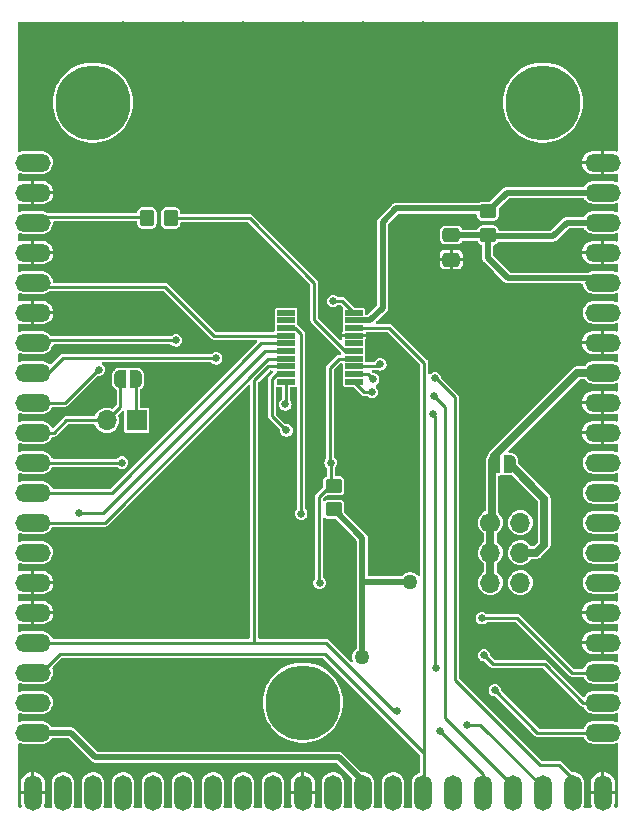
<source format=gbr>
%TF.GenerationSoftware,KiCad,Pcbnew,7.0.9*%
%TF.CreationDate,2024-03-17T00:10:44-07:00*%
%TF.ProjectId,n76e003-ufo-target-board,6e373665-3030-4332-9d75-666f2d746172,rev?*%
%TF.SameCoordinates,Original*%
%TF.FileFunction,Copper,L1,Top*%
%TF.FilePolarity,Positive*%
%FSLAX46Y46*%
G04 Gerber Fmt 4.6, Leading zero omitted, Abs format (unit mm)*
G04 Created by KiCad (PCBNEW 7.0.9) date 2024-03-17 00:10:44*
%MOMM*%
%LPD*%
G01*
G04 APERTURE LIST*
G04 Aperture macros list*
%AMRoundRect*
0 Rectangle with rounded corners*
0 $1 Rounding radius*
0 $2 $3 $4 $5 $6 $7 $8 $9 X,Y pos of 4 corners*
0 Add a 4 corners polygon primitive as box body*
4,1,4,$2,$3,$4,$5,$6,$7,$8,$9,$2,$3,0*
0 Add four circle primitives for the rounded corners*
1,1,$1+$1,$2,$3*
1,1,$1+$1,$4,$5*
1,1,$1+$1,$6,$7*
1,1,$1+$1,$8,$9*
0 Add four rect primitives between the rounded corners*
20,1,$1+$1,$2,$3,$4,$5,0*
20,1,$1+$1,$4,$5,$6,$7,0*
20,1,$1+$1,$6,$7,$8,$9,0*
20,1,$1+$1,$8,$9,$2,$3,0*%
%AMFreePoly0*
4,1,19,0.500000,-0.750000,0.000000,-0.750000,0.000000,-0.744911,-0.071157,-0.744911,-0.207708,-0.704816,-0.327430,-0.627875,-0.420627,-0.520320,-0.479746,-0.390866,-0.500000,-0.250000,-0.500000,0.250000,-0.479746,0.390866,-0.420627,0.520320,-0.327430,0.627875,-0.207708,0.704816,-0.071157,0.744911,0.000000,0.744911,0.000000,0.750000,0.500000,0.750000,0.500000,-0.750000,0.500000,-0.750000,
$1*%
%AMFreePoly1*
4,1,19,0.000000,0.744911,0.071157,0.744911,0.207708,0.704816,0.327430,0.627875,0.420627,0.520320,0.479746,0.390866,0.500000,0.250000,0.500000,-0.250000,0.479746,-0.390866,0.420627,-0.520320,0.327430,-0.627875,0.207708,-0.704816,0.071157,-0.744911,0.000000,-0.744911,0.000000,-0.750000,-0.500000,-0.750000,-0.500000,0.750000,0.000000,0.750000,0.000000,0.744911,0.000000,0.744911,
$1*%
G04 Aperture macros list end*
%TA.AperFunction,SMDPad,CuDef*%
%ADD10RoundRect,0.250000X-0.450000X0.350000X-0.450000X-0.350000X0.450000X-0.350000X0.450000X0.350000X0*%
%TD*%
%TA.AperFunction,ComponentPad*%
%ADD11C,1.700000*%
%TD*%
%TA.AperFunction,ComponentPad*%
%ADD12O,1.700000X1.700000*%
%TD*%
%TA.AperFunction,SMDPad,CuDef*%
%ADD13RoundRect,0.250000X0.350000X0.450000X-0.350000X0.450000X-0.350000X-0.450000X0.350000X-0.450000X0*%
%TD*%
%TA.AperFunction,SMDPad,CuDef*%
%ADD14FreePoly0,180.000000*%
%TD*%
%TA.AperFunction,SMDPad,CuDef*%
%ADD15FreePoly1,180.000000*%
%TD*%
%TA.AperFunction,SMDPad,CuDef*%
%ADD16RoundRect,0.008200X0.731800X0.196800X-0.731800X0.196800X-0.731800X-0.196800X0.731800X-0.196800X0*%
%TD*%
%TA.AperFunction,SMDPad,CuDef*%
%ADD17RoundRect,0.008200X-0.731800X-0.196800X0.731800X-0.196800X0.731800X0.196800X-0.731800X0.196800X0*%
%TD*%
%TA.AperFunction,SMDPad,CuDef*%
%ADD18FreePoly0,0.000000*%
%TD*%
%TA.AperFunction,SMDPad,CuDef*%
%ADD19FreePoly1,0.000000*%
%TD*%
%TA.AperFunction,ComponentPad*%
%ADD20R,1.700000X1.700000*%
%TD*%
%TA.AperFunction,SMDPad,CuDef*%
%ADD21RoundRect,0.250000X-0.475000X0.337500X-0.475000X-0.337500X0.475000X-0.337500X0.475000X0.337500X0*%
%TD*%
%TA.AperFunction,ComponentPad*%
%ADD22O,2.997200X1.498600*%
%TD*%
%TA.AperFunction,ComponentPad*%
%ADD23O,1.498600X2.997200*%
%TD*%
%TA.AperFunction,ComponentPad*%
%ADD24C,6.350000*%
%TD*%
%TA.AperFunction,ViaPad*%
%ADD25C,1.270000*%
%TD*%
%TA.AperFunction,ViaPad*%
%ADD26C,0.635000*%
%TD*%
%TA.AperFunction,Conductor*%
%ADD27C,0.508000*%
%TD*%
%TA.AperFunction,Conductor*%
%ADD28C,0.635000*%
%TD*%
%TA.AperFunction,Conductor*%
%ADD29C,0.254000*%
%TD*%
G04 APERTURE END LIST*
D10*
%TO.P,R3,1*%
%TO.N,RST*%
X150050000Y-103200000D03*
%TO.P,R3,2*%
%TO.N,VCC*%
X150050000Y-105200000D03*
%TD*%
D11*
%TO.P,JP1,1,A1*%
%TO.N,VCC*%
X163325000Y-106304200D03*
D12*
%TO.P,JP1,2,B1*%
%TO.N,+2V5*%
X165865000Y-106304200D03*
%TO.P,JP1,3,A2*%
%TO.N,VCC*%
X163325000Y-108844200D03*
%TO.P,JP1,4,B2*%
%TO.N,+3.3V*%
X165865000Y-108844200D03*
%TO.P,JP1,5,A3*%
%TO.N,VCC*%
X163325000Y-111384200D03*
%TO.P,JP1,6,B3*%
%TO.N,+5V*%
X165865000Y-111384200D03*
%TD*%
D13*
%TO.P,R1,1*%
%TO.N,CLK*%
X136240000Y-80530000D03*
%TO.P,R1,2*%
%TO.N,Net-(J1-CLKOUT)*%
X134240000Y-80530000D03*
%TD*%
D10*
%TO.P,R2,1*%
%TO.N,VBUS*%
X163102500Y-79965000D03*
%TO.P,R2,2*%
%TO.N,Net-(J1-FILT_LP)*%
X163102500Y-81965000D03*
%TD*%
D14*
%TO.P,JP4,1,A*%
%TO.N,GPI04*%
X133300000Y-94150000D03*
D15*
%TO.P,JP4,2,B*%
%TO.N,Net-(J1-GPIO4)*%
X132000000Y-94150000D03*
%TD*%
D16*
%TO.P,U2,1,P0.5/PWM2/IC6/T0/AIN4*%
%TO.N,LED3*%
X151757500Y-94375000D03*
%TO.P,U2,2,P0.6/TXD/AIN3*%
%TO.N,GPI01*%
X151757500Y-93725000D03*
%TO.P,U2,3,P0.7/RXD/AIN2*%
%TO.N,GPI02*%
X151757500Y-93075000D03*
%TO.P,U2,4,P2.0/~{RST}*%
%TO.N,RST*%
X151757500Y-92425000D03*
%TO.P,U2,5,P3.0/~{INT0}/OSCIN/AIN1*%
%TO.N,CLK*%
X151757500Y-91775000D03*
%TO.P,U2,6,P1.7/~{INT1}/AIN0*%
%TO.N,unconnected-(U2-P1.7{slash}~{INT1}{slash}AIN0-Pad6)*%
X151757500Y-91125000D03*
%TO.P,U2,7,GND*%
%TO.N,GND*%
X151757500Y-90475000D03*
%TO.P,U2,8,P1.6/[SDA]/TXD_1/ICPDA/OCDDA*%
%TO.N,PDID*%
X151757500Y-89825000D03*
%TO.P,U2,9,VDD*%
%TO.N,VBUS*%
X151757500Y-89175000D03*
%TO.P,U2,10,P1.5/PWM5/IC7/~{SS}*%
%TO.N,GPI03*%
X151757500Y-88525000D03*
D17*
%TO.P,U2,11,P1.4/SDA/FB/PWM1*%
%TO.N,SDA*%
X146027500Y-88525000D03*
%TO.P,U2,12,P1.3/SCL/[STADC]*%
%TO.N,SCL*%
X146027500Y-89175000D03*
%TO.P,U2,13,P1.2/PWM0/IC0*%
%TO.N,LED2*%
X146027500Y-89825000D03*
%TO.P,U2,14,P1.1/PWM1/IC1/AIN7/CLO*%
%TO.N,CLKOUT*%
X146027500Y-90475000D03*
%TO.P,U2,15,P1.0/PWM2/IC2/SPCLK*%
%TO.N,SCK*%
X146027500Y-91125000D03*
%TO.P,U2,16,P0.0/PWM3/IC3/MOSI/T1*%
%TO.N,MOSI*%
X146027500Y-91775000D03*
%TO.P,U2,17,P0.1/PWM4/IC4/MISO*%
%TO.N,MISO*%
X146027500Y-92425000D03*
%TO.P,U2,18,P0.2/ICPCK/OCDCK/RXD_1/[SCL]*%
%TO.N,PDIC*%
X146027500Y-93075000D03*
%TO.P,U2,19,P0.3/PWM5/IC5/AIN6*%
%TO.N,LED1*%
X146027500Y-93725000D03*
%TO.P,U2,20,P0.4/AIN5/STADC/PWM3/IC3*%
%TO.N,GPI04*%
X146027500Y-94375000D03*
%TD*%
D18*
%TO.P,JP2,1,A*%
%TO.N,VCC*%
X163650000Y-101350000D03*
D19*
%TO.P,JP2,2,B*%
%TO.N,+3.3V*%
X164950000Y-101350000D03*
%TD*%
D20*
%TO.P,JP3,1,A*%
%TO.N,GPI04*%
X133375000Y-97650000D03*
D12*
%TO.P,JP3,2,B*%
%TO.N,Net-(J1-GPIO4)*%
X130835000Y-97650000D03*
%TD*%
D21*
%TO.P,C1,1*%
%TO.N,Net-(J1-FILT_LP)*%
X160000000Y-81962500D03*
%TO.P,C1,2*%
%TO.N,GND*%
X160000000Y-84037500D03*
%TD*%
D22*
%TO.P,J1,A1,SPARE1*%
%TO.N,unconnected-(J1-SPARE1-PadA1)*%
X124579500Y-75824200D03*
%TO.P,J1,A2,GND*%
%TO.N,GND*%
X124579500Y-78364200D03*
%TO.P,J1,A3,CLKOUT*%
%TO.N,Net-(J1-CLKOUT)*%
X124579500Y-80904200D03*
%TO.P,J1,A4,GND*%
%TO.N,GND*%
X124579500Y-83444200D03*
%TO.P,J1,A5,CLKIN*%
%TO.N,CLKOUT*%
X124579500Y-85984200D03*
%TO.P,J1,A6,GND*%
%TO.N,GND*%
X124579500Y-88524200D03*
%TO.P,J1,A7,GPIO1*%
%TO.N,GPI01*%
X124579500Y-91064200D03*
%TO.P,J1,A8,GPIO2*%
%TO.N,GPI02*%
X124579500Y-93604200D03*
%TO.P,J1,A9,GPIO3*%
%TO.N,GPI03*%
X124579500Y-96144200D03*
%TO.P,J1,A10,GPIO4*%
%TO.N,Net-(J1-GPIO4)*%
X124579500Y-98684200D03*
%TO.P,J1,A11,NRST*%
%TO.N,RST*%
X124579500Y-101224200D03*
%TO.P,J1,A12,SCK*%
%TO.N,SCK*%
X124579500Y-103764200D03*
%TO.P,J1,A13,MISO*%
%TO.N,MISO*%
X124579500Y-106304200D03*
%TO.P,J1,A14,MOSI*%
%TO.N,MOSI*%
X124579500Y-108844200D03*
%TO.P,J1,A15,GND*%
%TO.N,GND*%
X124579500Y-111384200D03*
%TO.P,J1,A16,GND*%
X124579500Y-113924200D03*
%TO.P,J1,A17,PDIC*%
%TO.N,PDIC*%
X124579500Y-116464200D03*
%TO.P,J1,A18,PDID*%
%TO.N,PDID*%
X124579500Y-119004200D03*
%TO.P,J1,A19,SPARE2*%
%TO.N,unconnected-(J1-SPARE2-PadA19)*%
X124579500Y-121544200D03*
%TO.P,J1,A20,VREF*%
%TO.N,VCC*%
X124579500Y-124084200D03*
D23*
%TO.P,J1,B1,GND*%
%TO.N,GND*%
X124579500Y-129164200D03*
%TO.P,J1,B2,JTAG_TRST*%
%TO.N,unconnected-(J1-JTAG_TRST-PadB2)*%
X127119500Y-129164200D03*
%TO.P,J1,B3,JTAG_TDI*%
%TO.N,unconnected-(J1-JTAG_TDI-PadB3)*%
X129659500Y-129164200D03*
%TO.P,J1,B4,JTAG_TDO*%
%TO.N,unconnected-(J1-JTAG_TDO-PadB4)*%
X132199500Y-129164200D03*
%TO.P,J1,B5,JTAG_TMS*%
%TO.N,unconnected-(J1-JTAG_TMS-PadB5)*%
X134739500Y-129164200D03*
%TO.P,J1,B6,JTAG_TCK*%
%TO.N,unconnected-(J1-JTAG_TCK-PadB6)*%
X137279500Y-129164200D03*
%TO.P,J1,B7,JTAG_VREF*%
%TO.N,unconnected-(J1-JTAG_VREF-PadB7)*%
X139819500Y-129164200D03*
%TO.P,J1,B8,JTAG_NRST*%
%TO.N,unconnected-(J1-JTAG_NRST-PadB8)*%
X142359500Y-129164200D03*
%TO.P,J1,B9,GND*%
%TO.N,unconnected-(J1-GND-PadB9)*%
X144899500Y-129164200D03*
%TO.P,J1,B10,GND*%
%TO.N,GND*%
X147439500Y-129164200D03*
%TO.P,J1,B11,HDR1*%
%TO.N,unconnected-(J1-HDR1-PadB11)*%
X149979500Y-129164200D03*
%TO.P,J1,B12,HDR2*%
%TO.N,VCC*%
X152519500Y-129164200D03*
%TO.P,J1,B13,HDR3*%
%TO.N,unconnected-(J1-HDR3-PadB13)*%
X155059500Y-129164200D03*
%TO.P,J1,B14,HDR4*%
%TO.N,PDID*%
X157599500Y-129164200D03*
%TO.P,J1,B15,HDR5*%
%TO.N,unconnected-(J1-HDR5-PadB15)*%
X160139500Y-129164200D03*
%TO.P,J1,B16,HDR6*%
%TO.N,PDIC*%
X162679500Y-129164200D03*
%TO.P,J1,B17,HDR7*%
%TO.N,GPI01*%
X165219500Y-129164200D03*
%TO.P,J1,B18,HDR8*%
%TO.N,RST*%
X167759500Y-129164200D03*
%TO.P,J1,B19,HDR9*%
%TO.N,GPI02*%
X170299500Y-129164200D03*
%TO.P,J1,B20,HDR10*%
%TO.N,GND*%
X172839500Y-129164200D03*
D22*
%TO.P,J1,C1,GND*%
X172839500Y-75824200D03*
%TO.P,J1,C2,SHUNTL*%
%TO.N,VBUS*%
X172839500Y-78364200D03*
%TO.P,J1,C3,SHUNTH*%
%TO.N,Net-(J1-FILT_LP)*%
X172839500Y-80904200D03*
%TO.P,J1,C4,GND*%
%TO.N,GND*%
X172839500Y-83444200D03*
%TO.P,J1,C5,FILT_LP*%
%TO.N,Net-(J1-FILT_LP)*%
X172839500Y-85984200D03*
%TO.P,J1,C6,FILT_HP*%
%TO.N,unconnected-(J1-FILT_HP-PadC6)*%
X172839500Y-88524200D03*
%TO.P,J1,C7,GND*%
%TO.N,GND*%
X172839500Y-91064200D03*
%TO.P,J1,C8,FILTIN*%
%TO.N,VCC*%
X172839500Y-93604200D03*
%TO.P,J1,C9,GND*%
%TO.N,GND*%
X172839500Y-96144200D03*
%TO.P,J1,C10,GND*%
X172839500Y-98684200D03*
%TO.P,J1,C11,VCC1.2V*%
%TO.N,unconnected-(J1-VCC1.2V-PadC11)*%
X172839500Y-101224200D03*
%TO.P,J1,C12,VCC1.8V*%
%TO.N,unconnected-(J1-VCC1.8V-PadC12)*%
X172839500Y-103764200D03*
%TO.P,J1,C13,VCC2.5V*%
%TO.N,+2V5*%
X172839500Y-106304200D03*
%TO.P,J1,C14,VCC3.3V*%
%TO.N,+3.3V*%
X172839500Y-108844200D03*
%TO.P,J1,C15,VCC5.0V*%
%TO.N,+5V*%
X172839500Y-111384200D03*
%TO.P,J1,C16,GND*%
%TO.N,GND*%
X172839500Y-113924200D03*
%TO.P,J1,C17,GND*%
X172839500Y-116464200D03*
%TO.P,J1,C18,LED1*%
%TO.N,LED1*%
X172839500Y-119004200D03*
%TO.P,J1,C19,LED2*%
%TO.N,LED2*%
X172839500Y-121544200D03*
%TO.P,J1,C20,LED3*%
%TO.N,LED3*%
X172839500Y-124084200D03*
D24*
%TO.P,J1,MH1,MH1*%
%TO.N,unconnected-(J1-PadMH1)*%
X129659500Y-70744200D03*
%TO.P,J1,MH2,MH2*%
%TO.N,unconnected-(J1-PadMH2)*%
X167759500Y-70744200D03*
%TO.P,J1,MH3,MH3*%
%TO.N,unconnected-(J1-PadMH3)*%
X147439500Y-121544200D03*
%TD*%
D25*
%TO.N,VCC*%
X156550000Y-111350000D03*
X152475000Y-117655500D03*
D26*
%TO.N,GND*%
X147122000Y-68115000D03*
X152552000Y-64215000D03*
X142042000Y-68115000D03*
X146890000Y-76750000D03*
D25*
X160000000Y-85800000D03*
D26*
X161602000Y-94685000D03*
X136730000Y-76750000D03*
X142632000Y-110585000D03*
X137312000Y-64215000D03*
X138990000Y-106750000D03*
X132232000Y-64215000D03*
X144472000Y-72435000D03*
X151970000Y-76750000D03*
X128610000Y-83400000D03*
X166850000Y-99600000D03*
X146250000Y-80950000D03*
X134312000Y-72435000D03*
X163390000Y-86640000D03*
X143240000Y-124220000D03*
X157632000Y-64215000D03*
X145050000Y-114900000D03*
X166682000Y-94685000D03*
X141900000Y-76800000D03*
X141652000Y-102435000D03*
X157050000Y-76750000D03*
D25*
X153910000Y-91090000D03*
D26*
X136962000Y-68115000D03*
X159712000Y-72435000D03*
X149900000Y-85650000D03*
X167550000Y-90600000D03*
X137552000Y-110585000D03*
X136500000Y-89000000D03*
X154632000Y-72435000D03*
X151000000Y-81000000D03*
X163150000Y-98800000D03*
X149890000Y-89070000D03*
X162130000Y-76750000D03*
X157282000Y-68115000D03*
X157390000Y-90600000D03*
X131650000Y-76750000D03*
X142700000Y-88900000D03*
X131300000Y-89000000D03*
X162362000Y-68115000D03*
X128600000Y-108050000D03*
X142392000Y-64215000D03*
X134450000Y-106200000D03*
X129300000Y-114250000D03*
X139300000Y-72000000D03*
X144070000Y-106750000D03*
X152202000Y-68115000D03*
X139970000Y-114900000D03*
X134890000Y-114900000D03*
X149552000Y-72435000D03*
X133690000Y-83400000D03*
X131150000Y-109650000D03*
X147472000Y-64215000D03*
X143200000Y-84000000D03*
%TO.N,GPI01*%
X153390000Y-94180000D03*
X136700000Y-90875000D03*
X158550000Y-95550000D03*
%TO.N,GPI02*%
X140100000Y-92400000D03*
X154000000Y-92900000D03*
X158600000Y-94100000D03*
%TO.N,GPI03*%
X130150000Y-93350000D03*
X150000000Y-87550000D03*
%TO.N,GPI04*%
X145950000Y-96300000D03*
%TO.N,RST*%
X132130000Y-101224200D03*
X149800000Y-101224200D03*
X161300000Y-123425000D03*
X148850000Y-111400000D03*
%TO.N,MOSI*%
X128525000Y-105500000D03*
%TO.N,PDIC*%
X155437500Y-122287500D03*
X159012500Y-123912500D03*
%TO.N,LED1*%
X162600000Y-114400000D03*
X146050000Y-98500000D03*
%TO.N,LED2*%
X162775000Y-117525000D03*
X147300000Y-105550000D03*
%TO.N,LED3*%
X158450000Y-97150000D03*
X153290000Y-95250000D03*
X163700000Y-120500000D03*
X158700000Y-118600000D03*
%TD*%
D27*
%TO.N,VCC*%
X152475000Y-107625000D02*
X150050000Y-105200000D01*
X150475000Y-126175000D02*
X152519500Y-128219500D01*
D28*
X170688800Y-93604200D02*
X163650000Y-100643000D01*
D27*
X152475000Y-117655500D02*
X152475000Y-107625000D01*
D28*
X163325000Y-108844200D02*
X163325000Y-111384200D01*
X163450000Y-101550000D02*
X163450000Y-106179200D01*
X163650000Y-101350000D02*
X163450000Y-101550000D01*
X163650000Y-100643000D02*
X163650000Y-101350000D01*
X172839500Y-93604200D02*
X170688800Y-93604200D01*
D27*
X129875000Y-126175000D02*
X150475000Y-126175000D01*
X152500000Y-111300000D02*
X156500000Y-111300000D01*
D28*
X156500000Y-111300000D02*
X156550000Y-111350000D01*
D27*
X124579500Y-124084200D02*
X127784200Y-124084200D01*
D28*
X163325000Y-106304200D02*
X163325000Y-108844200D01*
D27*
X127784200Y-124084200D02*
X129875000Y-126175000D01*
%TO.N,Net-(J1-FILT_LP)*%
X164800000Y-85600000D02*
X172455300Y-85600000D01*
X169785800Y-80904200D02*
X168640000Y-82050000D01*
X163102500Y-81965000D02*
X163102500Y-83902500D01*
X163102500Y-83902500D02*
X164800000Y-85600000D01*
X172839500Y-80904200D02*
X169785800Y-80904200D01*
X168640000Y-82050000D02*
X163187500Y-82050000D01*
X163102500Y-81965000D02*
X159975000Y-81965000D01*
D29*
%TO.N,Net-(J1-CLKOUT)*%
X125033700Y-80450000D02*
X133769100Y-80450000D01*
%TO.N,GPI01*%
X152935000Y-93725000D02*
X151757500Y-93725000D01*
X136700000Y-90875000D02*
X124768700Y-90875000D01*
X158550000Y-95550000D02*
X159500000Y-96500000D01*
X159500000Y-122875000D02*
X165219500Y-128594500D01*
X159500000Y-96500000D02*
X159500000Y-122875000D01*
X153390000Y-94180000D02*
X152935000Y-93725000D01*
%TO.N,GPI02*%
X153850000Y-93050000D02*
X151782500Y-93050000D01*
X154000000Y-92900000D02*
X153850000Y-93050000D01*
X167500000Y-126800000D02*
X169100000Y-126800000D01*
X140100000Y-92400000D02*
X140062700Y-92362700D01*
X127137300Y-92362700D02*
X125895800Y-93604200D01*
X140062700Y-92362700D02*
X127137300Y-92362700D01*
X158700000Y-94100000D02*
X160300000Y-95700000D01*
X160300000Y-119600000D02*
X167500000Y-126800000D01*
X160300000Y-95700000D02*
X160300000Y-119600000D01*
X158600000Y-94100000D02*
X158700000Y-94100000D01*
X125895800Y-93604200D02*
X124579500Y-93604200D01*
X169100000Y-126800000D02*
X170299500Y-127999500D01*
%TO.N,GPI03*%
X130120000Y-93350000D02*
X127325800Y-96144200D01*
X130150000Y-93350000D02*
X130120000Y-93350000D01*
X150782500Y-87550000D02*
X151757500Y-88525000D01*
X150000000Y-87550000D02*
X150782500Y-87550000D01*
X127325800Y-96144200D02*
X125755800Y-96144200D01*
%TO.N,GPI04*%
X133300000Y-94800000D02*
X133375000Y-94725000D01*
X145950000Y-96300000D02*
X146027500Y-96222500D01*
X146027500Y-96222500D02*
X146027500Y-94375000D01*
X133300000Y-97575000D02*
X133300000Y-94800000D01*
%TO.N,RST*%
X132130000Y-101224200D02*
X124579500Y-101224200D01*
X150525000Y-92425000D02*
X151757500Y-92425000D01*
X149750000Y-101174200D02*
X149750000Y-93200000D01*
X149800000Y-101224200D02*
X149800000Y-102950000D01*
X162475000Y-123425000D02*
X167759500Y-128709500D01*
X148800000Y-104150000D02*
X149950000Y-103000000D01*
X148850000Y-111400000D02*
X148800000Y-111350000D01*
X149750000Y-93200000D02*
X150525000Y-92425000D01*
X149800000Y-101224200D02*
X149750000Y-101174200D01*
X148800000Y-111350000D02*
X148800000Y-104150000D01*
X161300000Y-123425000D02*
X162475000Y-123425000D01*
%TO.N,SCK*%
X124579500Y-103764200D02*
X131285800Y-103764200D01*
X131285800Y-103764200D02*
X143925000Y-91125000D01*
X143925000Y-91125000D02*
X146027500Y-91125000D01*
%TO.N,MISO*%
X144489342Y-92500000D02*
X145952500Y-92500000D01*
X130685142Y-106304200D02*
X144489342Y-92500000D01*
X124579500Y-106304200D02*
X130685142Y-106304200D01*
%TO.N,MOSI*%
X144275000Y-91775000D02*
X146027500Y-91775000D01*
X130550000Y-105500000D02*
X144275000Y-91775000D01*
X128525000Y-105500000D02*
X130550000Y-105500000D01*
%TO.N,PDIC*%
X155437500Y-122287500D02*
X155187500Y-122287500D01*
X149364200Y-116464200D02*
X124579500Y-116464200D01*
X155187500Y-122287500D02*
X149364200Y-116464200D01*
X143327700Y-94272300D02*
X144525000Y-93075000D01*
X144525000Y-93075000D02*
X146027500Y-93075000D01*
X159012500Y-123912500D02*
X162679500Y-127579500D01*
X162679500Y-127579500D02*
X162679500Y-129164200D01*
X143327700Y-116464200D02*
X143327700Y-94272300D01*
X124579500Y-116464200D02*
X143327700Y-116464200D01*
%TO.N,PDID*%
X125295800Y-119004200D02*
X126900000Y-117400000D01*
X157725000Y-92775000D02*
X157725000Y-129038700D01*
X157725000Y-125850000D02*
X157725000Y-129038700D01*
X149275000Y-117400000D02*
X157725000Y-125850000D01*
X126900000Y-117400000D02*
X149275000Y-117400000D01*
X151757500Y-89825000D02*
X154775000Y-89825000D01*
X154775000Y-89825000D02*
X157725000Y-92775000D01*
%TO.N,CLK*%
X148400000Y-86000000D02*
X148400000Y-89138749D01*
X136250000Y-80540000D02*
X142940000Y-80540000D01*
X151036251Y-91775000D02*
X151757500Y-91775000D01*
X142940000Y-80540000D02*
X148400000Y-86000000D01*
X148400000Y-89138749D02*
X151036251Y-91775000D01*
D27*
%TO.N,VBUS*%
X164703300Y-78364200D02*
X163102500Y-79965000D01*
X152500000Y-89175000D02*
X153125000Y-89175000D01*
X172839500Y-78364200D02*
X164703300Y-78364200D01*
X154200000Y-80850000D02*
X155350000Y-79700000D01*
X155350000Y-79700000D02*
X162837500Y-79700000D01*
X153125000Y-89175000D02*
X154200000Y-88100000D01*
X154200000Y-88100000D02*
X154200000Y-80850000D01*
D29*
%TO.N,LED1*%
X145223100Y-93725000D02*
X146027500Y-93725000D01*
X144819500Y-97269500D02*
X144819500Y-94128600D01*
X144819500Y-94128600D02*
X145223100Y-93725000D01*
X165600000Y-114400000D02*
X170204200Y-119004200D01*
X146050000Y-98500000D02*
X144819500Y-97269500D01*
X170204200Y-119004200D02*
X172839500Y-119004200D01*
X162600000Y-114400000D02*
X165600000Y-114400000D01*
%TO.N,LED2*%
X147300000Y-90319000D02*
X146806000Y-89825000D01*
X146806000Y-89825000D02*
X146027500Y-89825000D01*
X171144200Y-121544200D02*
X172839500Y-121544200D01*
X163550000Y-118300000D02*
X167900000Y-118300000D01*
X147300000Y-105550000D02*
X147300000Y-90319000D01*
X162775000Y-117525000D02*
X163550000Y-118300000D01*
X167900000Y-118300000D02*
X171144200Y-121544200D01*
%TO.N,LED3*%
X158700000Y-118600000D02*
X158600000Y-118500000D01*
X158600000Y-118500000D02*
X158600000Y-97300000D01*
X152632500Y-95250000D02*
X151757500Y-94375000D01*
X158600000Y-97300000D02*
X158450000Y-97150000D01*
X167300000Y-124100000D02*
X172823700Y-124100000D01*
X153290000Y-95250000D02*
X152632500Y-95250000D01*
X163700000Y-120500000D02*
X167300000Y-124100000D01*
%TO.N,CLKOUT*%
X125013700Y-86350000D02*
X135770000Y-86350000D01*
X139895000Y-90475000D02*
X146027500Y-90475000D01*
X135770000Y-86350000D02*
X139895000Y-90475000D01*
D28*
%TO.N,+3.3V*%
X167210400Y-108844200D02*
X167884500Y-108170100D01*
X165865000Y-108844200D02*
X167210400Y-108844200D01*
X167884500Y-108170100D02*
X167884500Y-104284500D01*
X167884500Y-104284500D02*
X164950000Y-101350000D01*
D29*
%TO.N,Net-(J1-GPIO4)*%
X127417200Y-97650000D02*
X130835000Y-97650000D01*
X126383000Y-98684200D02*
X127417200Y-97650000D01*
X132000000Y-96485000D02*
X130835000Y-97650000D01*
X124579500Y-98684200D02*
X126383000Y-98684200D01*
X132000000Y-94250000D02*
X132000000Y-96485000D01*
%TD*%
%TA.AperFunction,Conductor*%
%TO.N,GND*%
G36*
X127607475Y-124568385D02*
G01*
X127628117Y-124585019D01*
X129525634Y-126482536D01*
X129530271Y-126487724D01*
X129555490Y-126519348D01*
X129555491Y-126519349D01*
X129606166Y-126553898D01*
X129655502Y-126590310D01*
X129663267Y-126594413D01*
X129671181Y-126598225D01*
X129671184Y-126598227D01*
X129729780Y-126616301D01*
X129787669Y-126636558D01*
X129787670Y-126636558D01*
X129796299Y-126638190D01*
X129804985Y-126639500D01*
X129804988Y-126639500D01*
X129866306Y-126639500D01*
X129927594Y-126641793D01*
X129927594Y-126641792D01*
X129927596Y-126641793D01*
X129927597Y-126641792D01*
X129936828Y-126640753D01*
X129936917Y-126641548D01*
X129952478Y-126639500D01*
X150231236Y-126639500D01*
X150298275Y-126659185D01*
X150318917Y-126675819D01*
X151590705Y-127947607D01*
X151624190Y-128008930D01*
X151619206Y-128078622D01*
X151616975Y-128084187D01*
X151598994Y-128126087D01*
X151559700Y-128317297D01*
X151559700Y-129962180D01*
X151574498Y-130107704D01*
X151626949Y-130274879D01*
X151628237Y-130344737D01*
X151591551Y-130404201D01*
X151528541Y-130434392D01*
X151508636Y-130436000D01*
X150987870Y-130436000D01*
X150920831Y-130416315D01*
X150875076Y-130363511D01*
X150865132Y-130294353D01*
X150873917Y-130263103D01*
X150900006Y-130202311D01*
X150939300Y-130011102D01*
X150939300Y-128366221D01*
X150924502Y-128220697D01*
X150866065Y-128034445D01*
X150771332Y-127863769D01*
X150771330Y-127863766D01*
X150644182Y-127715657D01*
X150644181Y-127715655D01*
X150489820Y-127596171D01*
X150489816Y-127596169D01*
X150314559Y-127510202D01*
X150314560Y-127510202D01*
X150125598Y-127461276D01*
X150125592Y-127461275D01*
X149955165Y-127452632D01*
X149930636Y-127451388D01*
X149930635Y-127451388D01*
X149930633Y-127451388D01*
X149737690Y-127480946D01*
X149737678Y-127480949D01*
X149554634Y-127548741D01*
X149554625Y-127548745D01*
X149388975Y-127651995D01*
X149388974Y-127651996D01*
X149247487Y-127786488D01*
X149135973Y-127946705D01*
X149058994Y-128126088D01*
X149019700Y-128317297D01*
X149019700Y-129962180D01*
X149034498Y-130107704D01*
X149086949Y-130274879D01*
X149088237Y-130344737D01*
X149051551Y-130404201D01*
X148988541Y-130434392D01*
X148968636Y-130436000D01*
X148495206Y-130436000D01*
X148428167Y-130416315D01*
X148382412Y-130363511D01*
X148372468Y-130294353D01*
X148381256Y-130263099D01*
X148401724Y-130215402D01*
X148442800Y-130015526D01*
X148442800Y-129291200D01*
X147918419Y-129291200D01*
X147934800Y-129235413D01*
X147934800Y-129092987D01*
X147918419Y-129037200D01*
X148442800Y-129037200D01*
X148442800Y-128364019D01*
X148427330Y-128211894D01*
X148366248Y-128017209D01*
X148366241Y-128017195D01*
X148267220Y-127838793D01*
X148267217Y-127838788D01*
X148134306Y-127683966D01*
X148134305Y-127683964D01*
X147972948Y-127559066D01*
X147972944Y-127559063D01*
X147789743Y-127469199D01*
X147789745Y-127469199D01*
X147592219Y-127418056D01*
X147592213Y-127418055D01*
X147566500Y-127416751D01*
X147566500Y-128682066D01*
X147474923Y-128668900D01*
X147404077Y-128668900D01*
X147312500Y-128682066D01*
X147312500Y-127419349D01*
X147186724Y-127438618D01*
X147186723Y-127438618D01*
X146995378Y-127509485D01*
X146995374Y-127509487D01*
X146822202Y-127617426D01*
X146674314Y-127758004D01*
X146674313Y-127758006D01*
X146557743Y-127925486D01*
X146477275Y-128112999D01*
X146436200Y-128312873D01*
X146436200Y-129037200D01*
X146960581Y-129037200D01*
X146944200Y-129092987D01*
X146944200Y-129235413D01*
X146960581Y-129291200D01*
X146436200Y-129291200D01*
X146436200Y-129964380D01*
X146451670Y-130116507D01*
X146501359Y-130274880D01*
X146502646Y-130344737D01*
X146465961Y-130404201D01*
X146402951Y-130434392D01*
X146383046Y-130436000D01*
X145907870Y-130436000D01*
X145840831Y-130416315D01*
X145795076Y-130363511D01*
X145785132Y-130294353D01*
X145793917Y-130263103D01*
X145820006Y-130202311D01*
X145859300Y-130011102D01*
X145859300Y-128366221D01*
X145844502Y-128220697D01*
X145786065Y-128034445D01*
X145691332Y-127863769D01*
X145691330Y-127863766D01*
X145564182Y-127715657D01*
X145564181Y-127715655D01*
X145409820Y-127596171D01*
X145409816Y-127596169D01*
X145234559Y-127510202D01*
X145234560Y-127510202D01*
X145045598Y-127461276D01*
X145045592Y-127461275D01*
X144875165Y-127452632D01*
X144850636Y-127451388D01*
X144850635Y-127451388D01*
X144850633Y-127451388D01*
X144657690Y-127480946D01*
X144657678Y-127480949D01*
X144474634Y-127548741D01*
X144474625Y-127548745D01*
X144308975Y-127651995D01*
X144308974Y-127651996D01*
X144167487Y-127786488D01*
X144055973Y-127946705D01*
X143978994Y-128126088D01*
X143939700Y-128317297D01*
X143939700Y-129962180D01*
X143954498Y-130107704D01*
X144006949Y-130274879D01*
X144008237Y-130344737D01*
X143971551Y-130404201D01*
X143908541Y-130434392D01*
X143888636Y-130436000D01*
X143367870Y-130436000D01*
X143300831Y-130416315D01*
X143255076Y-130363511D01*
X143245132Y-130294353D01*
X143253917Y-130263103D01*
X143280006Y-130202311D01*
X143319300Y-130011102D01*
X143319300Y-128366221D01*
X143304502Y-128220697D01*
X143246065Y-128034445D01*
X143151332Y-127863769D01*
X143151330Y-127863766D01*
X143024182Y-127715657D01*
X143024181Y-127715655D01*
X142869820Y-127596171D01*
X142869816Y-127596169D01*
X142694559Y-127510202D01*
X142694560Y-127510202D01*
X142505598Y-127461276D01*
X142505592Y-127461275D01*
X142335165Y-127452632D01*
X142310636Y-127451388D01*
X142310635Y-127451388D01*
X142310633Y-127451388D01*
X142117690Y-127480946D01*
X142117678Y-127480949D01*
X141934634Y-127548741D01*
X141934625Y-127548745D01*
X141768975Y-127651995D01*
X141768974Y-127651996D01*
X141627487Y-127786488D01*
X141515973Y-127946705D01*
X141438994Y-128126088D01*
X141399700Y-128317297D01*
X141399700Y-129962180D01*
X141414498Y-130107704D01*
X141466949Y-130274879D01*
X141468237Y-130344737D01*
X141431551Y-130404201D01*
X141368541Y-130434392D01*
X141348636Y-130436000D01*
X140827870Y-130436000D01*
X140760831Y-130416315D01*
X140715076Y-130363511D01*
X140705132Y-130294353D01*
X140713917Y-130263103D01*
X140740006Y-130202311D01*
X140779300Y-130011102D01*
X140779300Y-128366221D01*
X140764502Y-128220697D01*
X140706065Y-128034445D01*
X140611332Y-127863769D01*
X140611330Y-127863766D01*
X140484182Y-127715657D01*
X140484181Y-127715655D01*
X140329820Y-127596171D01*
X140329816Y-127596169D01*
X140154559Y-127510202D01*
X140154560Y-127510202D01*
X139965598Y-127461276D01*
X139965592Y-127461275D01*
X139795165Y-127452632D01*
X139770636Y-127451388D01*
X139770635Y-127451388D01*
X139770633Y-127451388D01*
X139577690Y-127480946D01*
X139577678Y-127480949D01*
X139394634Y-127548741D01*
X139394625Y-127548745D01*
X139228975Y-127651995D01*
X139228974Y-127651996D01*
X139087487Y-127786488D01*
X138975973Y-127946705D01*
X138898994Y-128126088D01*
X138859700Y-128317297D01*
X138859700Y-129962180D01*
X138874498Y-130107704D01*
X138926949Y-130274879D01*
X138928237Y-130344737D01*
X138891551Y-130404201D01*
X138828541Y-130434392D01*
X138808636Y-130436000D01*
X138287870Y-130436000D01*
X138220831Y-130416315D01*
X138175076Y-130363511D01*
X138165132Y-130294353D01*
X138173917Y-130263103D01*
X138200006Y-130202311D01*
X138239300Y-130011102D01*
X138239300Y-128366221D01*
X138224502Y-128220697D01*
X138166065Y-128034445D01*
X138071332Y-127863769D01*
X138071330Y-127863766D01*
X137944182Y-127715657D01*
X137944181Y-127715655D01*
X137789820Y-127596171D01*
X137789816Y-127596169D01*
X137614559Y-127510202D01*
X137614560Y-127510202D01*
X137425598Y-127461276D01*
X137425592Y-127461275D01*
X137255165Y-127452632D01*
X137230636Y-127451388D01*
X137230635Y-127451388D01*
X137230633Y-127451388D01*
X137037690Y-127480946D01*
X137037678Y-127480949D01*
X136854634Y-127548741D01*
X136854625Y-127548745D01*
X136688975Y-127651995D01*
X136688974Y-127651996D01*
X136547487Y-127786488D01*
X136435973Y-127946705D01*
X136358994Y-128126088D01*
X136319700Y-128317297D01*
X136319700Y-129962180D01*
X136334498Y-130107704D01*
X136386949Y-130274879D01*
X136388237Y-130344737D01*
X136351551Y-130404201D01*
X136288541Y-130434392D01*
X136268636Y-130436000D01*
X135747870Y-130436000D01*
X135680831Y-130416315D01*
X135635076Y-130363511D01*
X135625132Y-130294353D01*
X135633917Y-130263103D01*
X135660006Y-130202311D01*
X135699300Y-130011102D01*
X135699300Y-128366221D01*
X135684502Y-128220697D01*
X135626065Y-128034445D01*
X135531332Y-127863769D01*
X135531330Y-127863766D01*
X135404182Y-127715657D01*
X135404181Y-127715655D01*
X135249820Y-127596171D01*
X135249816Y-127596169D01*
X135074559Y-127510202D01*
X135074560Y-127510202D01*
X134885598Y-127461276D01*
X134885592Y-127461275D01*
X134715165Y-127452632D01*
X134690636Y-127451388D01*
X134690635Y-127451388D01*
X134690633Y-127451388D01*
X134497690Y-127480946D01*
X134497678Y-127480949D01*
X134314634Y-127548741D01*
X134314625Y-127548745D01*
X134148975Y-127651995D01*
X134148974Y-127651996D01*
X134007487Y-127786488D01*
X133895973Y-127946705D01*
X133818994Y-128126088D01*
X133779700Y-128317297D01*
X133779700Y-129962180D01*
X133794498Y-130107704D01*
X133846949Y-130274879D01*
X133848237Y-130344737D01*
X133811551Y-130404201D01*
X133748541Y-130434392D01*
X133728636Y-130436000D01*
X133207870Y-130436000D01*
X133140831Y-130416315D01*
X133095076Y-130363511D01*
X133085132Y-130294353D01*
X133093917Y-130263103D01*
X133120006Y-130202311D01*
X133159300Y-130011102D01*
X133159300Y-128366221D01*
X133144502Y-128220697D01*
X133086065Y-128034445D01*
X132991332Y-127863769D01*
X132991330Y-127863766D01*
X132864182Y-127715657D01*
X132864181Y-127715655D01*
X132709820Y-127596171D01*
X132709816Y-127596169D01*
X132534559Y-127510202D01*
X132534560Y-127510202D01*
X132345598Y-127461276D01*
X132345592Y-127461275D01*
X132175165Y-127452632D01*
X132150636Y-127451388D01*
X132150635Y-127451388D01*
X132150633Y-127451388D01*
X131957690Y-127480946D01*
X131957678Y-127480949D01*
X131774634Y-127548741D01*
X131774625Y-127548745D01*
X131608975Y-127651995D01*
X131608974Y-127651996D01*
X131467487Y-127786488D01*
X131355973Y-127946705D01*
X131278994Y-128126088D01*
X131239700Y-128317297D01*
X131239700Y-129962180D01*
X131254498Y-130107704D01*
X131306949Y-130274879D01*
X131308237Y-130344737D01*
X131271551Y-130404201D01*
X131208541Y-130434392D01*
X131188636Y-130436000D01*
X130667870Y-130436000D01*
X130600831Y-130416315D01*
X130555076Y-130363511D01*
X130545132Y-130294353D01*
X130553917Y-130263103D01*
X130580006Y-130202311D01*
X130619300Y-130011102D01*
X130619300Y-128366221D01*
X130604502Y-128220697D01*
X130546065Y-128034445D01*
X130451332Y-127863769D01*
X130451330Y-127863766D01*
X130324182Y-127715657D01*
X130324181Y-127715655D01*
X130169820Y-127596171D01*
X130169816Y-127596169D01*
X129994559Y-127510202D01*
X129994560Y-127510202D01*
X129805598Y-127461276D01*
X129805592Y-127461275D01*
X129635165Y-127452632D01*
X129610636Y-127451388D01*
X129610635Y-127451388D01*
X129610633Y-127451388D01*
X129417690Y-127480946D01*
X129417678Y-127480949D01*
X129234634Y-127548741D01*
X129234625Y-127548745D01*
X129068975Y-127651995D01*
X129068974Y-127651996D01*
X128927487Y-127786488D01*
X128815973Y-127946705D01*
X128738994Y-128126088D01*
X128699700Y-128317297D01*
X128699700Y-129962180D01*
X128714498Y-130107704D01*
X128766949Y-130274879D01*
X128768237Y-130344737D01*
X128731551Y-130404201D01*
X128668541Y-130434392D01*
X128648636Y-130436000D01*
X128127870Y-130436000D01*
X128060831Y-130416315D01*
X128015076Y-130363511D01*
X128005132Y-130294353D01*
X128013917Y-130263103D01*
X128040006Y-130202311D01*
X128079300Y-130011102D01*
X128079300Y-128366221D01*
X128064502Y-128220697D01*
X128006065Y-128034445D01*
X127911332Y-127863769D01*
X127911330Y-127863766D01*
X127784182Y-127715657D01*
X127784181Y-127715655D01*
X127629820Y-127596171D01*
X127629816Y-127596169D01*
X127454559Y-127510202D01*
X127454560Y-127510202D01*
X127265598Y-127461276D01*
X127265592Y-127461275D01*
X127095165Y-127452632D01*
X127070636Y-127451388D01*
X127070635Y-127451388D01*
X127070633Y-127451388D01*
X126877690Y-127480946D01*
X126877678Y-127480949D01*
X126694634Y-127548741D01*
X126694625Y-127548745D01*
X126528975Y-127651995D01*
X126528974Y-127651996D01*
X126387487Y-127786488D01*
X126275973Y-127946705D01*
X126198994Y-128126088D01*
X126159700Y-128317297D01*
X126159700Y-129962180D01*
X126174498Y-130107704D01*
X126226949Y-130274879D01*
X126228237Y-130344737D01*
X126191551Y-130404201D01*
X126128541Y-130434392D01*
X126108636Y-130436000D01*
X125635206Y-130436000D01*
X125568167Y-130416315D01*
X125522412Y-130363511D01*
X125512468Y-130294353D01*
X125521256Y-130263099D01*
X125541724Y-130215402D01*
X125582800Y-130015526D01*
X125582800Y-129291200D01*
X125058419Y-129291200D01*
X125074800Y-129235413D01*
X125074800Y-129092987D01*
X125058419Y-129037200D01*
X125582800Y-129037200D01*
X125582800Y-128364019D01*
X125567330Y-128211894D01*
X125506248Y-128017209D01*
X125506241Y-128017195D01*
X125407220Y-127838793D01*
X125407217Y-127838788D01*
X125274306Y-127683966D01*
X125274305Y-127683964D01*
X125112948Y-127559066D01*
X125112944Y-127559063D01*
X124929743Y-127469199D01*
X124929745Y-127469199D01*
X124732219Y-127418056D01*
X124732213Y-127418055D01*
X124706500Y-127416751D01*
X124706500Y-128682066D01*
X124614923Y-128668900D01*
X124544077Y-128668900D01*
X124452500Y-128682066D01*
X124452500Y-127419349D01*
X124326724Y-127438618D01*
X124326723Y-127438618D01*
X124135378Y-127509485D01*
X124135374Y-127509487D01*
X123962202Y-127617426D01*
X123814314Y-127758004D01*
X123814313Y-127758006D01*
X123697743Y-127925486D01*
X123617275Y-128112999D01*
X123576200Y-128312873D01*
X123576200Y-129037200D01*
X124100581Y-129037200D01*
X124084200Y-129092987D01*
X124084200Y-129235413D01*
X124100581Y-129291200D01*
X123576200Y-129291200D01*
X123576200Y-129964380D01*
X123591670Y-130116507D01*
X123641359Y-130274880D01*
X123642646Y-130344737D01*
X123605961Y-130404201D01*
X123542951Y-130434392D01*
X123523046Y-130436000D01*
X123442500Y-130436000D01*
X123375461Y-130416315D01*
X123329706Y-130363511D01*
X123318500Y-130312000D01*
X123318500Y-125097204D01*
X123338185Y-125030165D01*
X123390989Y-124984410D01*
X123460147Y-124974466D01*
X123491396Y-124983252D01*
X123541389Y-125004706D01*
X123732598Y-125044000D01*
X125377480Y-125044000D01*
X125392278Y-125042495D01*
X125523003Y-125029202D01*
X125671191Y-124982707D01*
X125709246Y-124970768D01*
X125709246Y-124970767D01*
X125709255Y-124970765D01*
X125879931Y-124876032D01*
X126028044Y-124748881D01*
X126145764Y-124596798D01*
X126202365Y-124555835D01*
X126243820Y-124548700D01*
X127540436Y-124548700D01*
X127607475Y-124568385D01*
G37*
%TD.AperFunction*%
%TA.AperFunction,Conductor*%
G36*
X149150880Y-117757185D02*
G01*
X149171522Y-117773819D01*
X157351181Y-125953478D01*
X157384666Y-126014801D01*
X157387500Y-126041159D01*
X157387500Y-127383598D01*
X157367815Y-127450637D01*
X157315011Y-127496392D01*
X157306566Y-127499879D01*
X157174634Y-127548741D01*
X157174625Y-127548745D01*
X157008975Y-127651995D01*
X157008974Y-127651996D01*
X156867487Y-127786488D01*
X156755973Y-127946705D01*
X156678994Y-128126088D01*
X156639700Y-128317297D01*
X156639700Y-129962180D01*
X156654498Y-130107704D01*
X156706949Y-130274879D01*
X156708237Y-130344737D01*
X156671551Y-130404201D01*
X156608541Y-130434392D01*
X156588636Y-130436000D01*
X156067870Y-130436000D01*
X156000831Y-130416315D01*
X155955076Y-130363511D01*
X155945132Y-130294353D01*
X155953917Y-130263103D01*
X155980006Y-130202311D01*
X156019300Y-130011102D01*
X156019300Y-128366221D01*
X156004502Y-128220697D01*
X155946065Y-128034445D01*
X155851332Y-127863769D01*
X155851330Y-127863766D01*
X155724182Y-127715657D01*
X155724181Y-127715655D01*
X155569820Y-127596171D01*
X155569816Y-127596169D01*
X155394559Y-127510202D01*
X155394560Y-127510202D01*
X155205598Y-127461276D01*
X155205592Y-127461275D01*
X155035165Y-127452632D01*
X155010636Y-127451388D01*
X155010635Y-127451388D01*
X155010633Y-127451388D01*
X154817690Y-127480946D01*
X154817678Y-127480949D01*
X154634634Y-127548741D01*
X154634625Y-127548745D01*
X154468975Y-127651995D01*
X154468974Y-127651996D01*
X154327487Y-127786488D01*
X154215973Y-127946705D01*
X154138994Y-128126088D01*
X154099700Y-128317297D01*
X154099700Y-129962180D01*
X154114498Y-130107704D01*
X154166949Y-130274879D01*
X154168237Y-130344737D01*
X154131551Y-130404201D01*
X154068541Y-130434392D01*
X154048636Y-130436000D01*
X153527870Y-130436000D01*
X153460831Y-130416315D01*
X153415076Y-130363511D01*
X153405132Y-130294353D01*
X153413917Y-130263103D01*
X153440006Y-130202311D01*
X153479300Y-130011102D01*
X153479300Y-128366221D01*
X153464502Y-128220697D01*
X153406065Y-128034445D01*
X153311332Y-127863769D01*
X153311330Y-127863766D01*
X153184182Y-127715657D01*
X153184181Y-127715655D01*
X153029820Y-127596171D01*
X153029816Y-127596169D01*
X152854559Y-127510202D01*
X152854560Y-127510202D01*
X152665598Y-127461276D01*
X152665592Y-127461275D01*
X152470625Y-127451387D01*
X152466300Y-127451607D01*
X152398351Y-127435338D01*
X152372349Y-127415447D01*
X151598450Y-126641548D01*
X150824351Y-125867449D01*
X150819733Y-125862281D01*
X150794509Y-125830651D01*
X150743833Y-125796101D01*
X150694498Y-125759690D01*
X150694497Y-125759689D01*
X150694495Y-125759688D01*
X150686744Y-125755591D01*
X150678818Y-125751774D01*
X150678816Y-125751773D01*
X150678813Y-125751772D01*
X150678811Y-125751771D01*
X150620219Y-125733698D01*
X150562334Y-125713443D01*
X150562333Y-125713442D01*
X150562331Y-125713442D01*
X150562328Y-125713441D01*
X150553693Y-125711807D01*
X150545015Y-125710500D01*
X150545012Y-125710500D01*
X150483694Y-125710500D01*
X150422406Y-125708206D01*
X150413173Y-125709247D01*
X150413083Y-125708451D01*
X150397523Y-125710500D01*
X130118764Y-125710500D01*
X130051725Y-125690815D01*
X130031083Y-125674181D01*
X129092743Y-124735841D01*
X128133551Y-123776649D01*
X128128933Y-123771481D01*
X128103709Y-123739851D01*
X128053033Y-123705301D01*
X128003698Y-123668890D01*
X128003697Y-123668889D01*
X128003695Y-123668888D01*
X127995944Y-123664791D01*
X127988018Y-123660974D01*
X127988016Y-123660973D01*
X127988013Y-123660972D01*
X127988011Y-123660971D01*
X127929419Y-123642898D01*
X127871534Y-123622643D01*
X127871533Y-123622642D01*
X127871531Y-123622642D01*
X127871528Y-123622641D01*
X127862893Y-123621007D01*
X127854215Y-123619700D01*
X127854212Y-123619700D01*
X127792894Y-123619700D01*
X127731606Y-123617406D01*
X127722373Y-123618447D01*
X127722283Y-123617651D01*
X127706723Y-123619700D01*
X126239081Y-123619700D01*
X126172042Y-123600015D01*
X126133849Y-123561291D01*
X126091703Y-123493674D01*
X126091702Y-123493673D01*
X126091701Y-123493671D01*
X125957212Y-123352188D01*
X125871268Y-123292369D01*
X125796994Y-123240673D01*
X125617611Y-123163694D01*
X125426402Y-123124400D01*
X123781521Y-123124400D01*
X123781520Y-123124400D01*
X123635993Y-123139198D01*
X123479620Y-123188260D01*
X123409763Y-123189547D01*
X123350299Y-123152862D01*
X123320108Y-123089852D01*
X123318500Y-123069947D01*
X123318500Y-122557204D01*
X123338185Y-122490165D01*
X123390989Y-122444410D01*
X123460147Y-122434466D01*
X123491396Y-122443252D01*
X123541389Y-122464706D01*
X123732598Y-122504000D01*
X125377480Y-122504000D01*
X125392278Y-122502495D01*
X125523003Y-122489202D01*
X125671191Y-122442707D01*
X125709246Y-122430768D01*
X125709246Y-122430767D01*
X125709255Y-122430765D01*
X125879931Y-122336032D01*
X126028044Y-122208881D01*
X126147530Y-122054518D01*
X126233496Y-121879263D01*
X126260987Y-121773089D01*
X126282423Y-121690298D01*
X126282424Y-121690292D01*
X126282425Y-121690290D01*
X126289834Y-121544200D01*
X144049028Y-121544200D01*
X144067690Y-121888409D01*
X144068903Y-121910772D01*
X144068904Y-121910789D01*
X144128292Y-122273038D01*
X144128298Y-122273064D01*
X144226504Y-122626772D01*
X144226506Y-122626778D01*
X144362386Y-122967812D01*
X144362395Y-122967830D01*
X144505056Y-123236917D01*
X144534350Y-123292171D01*
X144702639Y-123540379D01*
X144740368Y-123596024D01*
X144740375Y-123596034D01*
X144949626Y-123842383D01*
X144978033Y-123875826D01*
X145244555Y-124128289D01*
X145536811Y-124350456D01*
X145851374Y-124539723D01*
X145851378Y-124539724D01*
X145851382Y-124539727D01*
X146184554Y-124693869D01*
X146184557Y-124693870D01*
X146532453Y-124811089D01*
X146890983Y-124890008D01*
X147255944Y-124929700D01*
X147255950Y-124929700D01*
X147623050Y-124929700D01*
X147623056Y-124929700D01*
X147988017Y-124890008D01*
X148346547Y-124811089D01*
X148694443Y-124693870D01*
X149027626Y-124539723D01*
X149342189Y-124350456D01*
X149634445Y-124128289D01*
X149900967Y-123875826D01*
X150138631Y-123596026D01*
X150344650Y-123292171D01*
X150516609Y-122967822D01*
X150652492Y-122626783D01*
X150750705Y-122273051D01*
X150791990Y-122021222D01*
X150810095Y-121910789D01*
X150810095Y-121910786D01*
X150810097Y-121910775D01*
X150829972Y-121544200D01*
X150810097Y-121177625D01*
X150800539Y-121119325D01*
X150750707Y-120815361D01*
X150750706Y-120815360D01*
X150750705Y-120815349D01*
X150690691Y-120599198D01*
X150652495Y-120461627D01*
X150652493Y-120461621D01*
X150652492Y-120461617D01*
X150516609Y-120120578D01*
X150344650Y-119796229D01*
X150138631Y-119492374D01*
X150138627Y-119492369D01*
X150138624Y-119492365D01*
X149900974Y-119212582D01*
X149900969Y-119212576D01*
X149847668Y-119162087D01*
X149634445Y-118960111D01*
X149634435Y-118960103D01*
X149342186Y-118737942D01*
X149027630Y-118548679D01*
X149027617Y-118548672D01*
X148694445Y-118394530D01*
X148346549Y-118277311D01*
X147988015Y-118198391D01*
X147623057Y-118158700D01*
X147623056Y-118158700D01*
X147255944Y-118158700D01*
X147255942Y-118158700D01*
X146890984Y-118198391D01*
X146532450Y-118277311D01*
X146184554Y-118394530D01*
X145851382Y-118548672D01*
X145851369Y-118548679D01*
X145536813Y-118737942D01*
X145244564Y-118960103D01*
X145244554Y-118960111D01*
X144978030Y-119212576D01*
X144978025Y-119212582D01*
X144740375Y-119492365D01*
X144740368Y-119492375D01*
X144534350Y-119796228D01*
X144362395Y-120120569D01*
X144362386Y-120120587D01*
X144226506Y-120461621D01*
X144226504Y-120461627D01*
X144128298Y-120815335D01*
X144128292Y-120815361D01*
X144068904Y-121177610D01*
X144068903Y-121177623D01*
X144068903Y-121177625D01*
X144049028Y-121544200D01*
X126289834Y-121544200D01*
X126292312Y-121495336D01*
X126262752Y-121302383D01*
X126194957Y-121119330D01*
X126163508Y-121068875D01*
X126091704Y-120953675D01*
X126091703Y-120953674D01*
X126091702Y-120953673D01*
X126091701Y-120953671D01*
X125957212Y-120812188D01*
X125891252Y-120766278D01*
X125796994Y-120700673D01*
X125617611Y-120623694D01*
X125426402Y-120584400D01*
X123781521Y-120584400D01*
X123781520Y-120584400D01*
X123635993Y-120599198D01*
X123479620Y-120648260D01*
X123409763Y-120649547D01*
X123350299Y-120612862D01*
X123320108Y-120549852D01*
X123318500Y-120529947D01*
X123318500Y-120017204D01*
X123338185Y-119950165D01*
X123390989Y-119904410D01*
X123460147Y-119894466D01*
X123491396Y-119903252D01*
X123541389Y-119924706D01*
X123732598Y-119964000D01*
X125377480Y-119964000D01*
X125392278Y-119962495D01*
X125523003Y-119949202D01*
X125671191Y-119902707D01*
X125709246Y-119890768D01*
X125709246Y-119890767D01*
X125709255Y-119890765D01*
X125879931Y-119796032D01*
X126028044Y-119668881D01*
X126147530Y-119514518D01*
X126233496Y-119339263D01*
X126260620Y-119234505D01*
X126282423Y-119150298D01*
X126282424Y-119150292D01*
X126282425Y-119150290D01*
X126292312Y-118955336D01*
X126262752Y-118762383D01*
X126223375Y-118656064D01*
X126218552Y-118586363D01*
X126251974Y-118525321D01*
X127003478Y-117773819D01*
X127064801Y-117740334D01*
X127091159Y-117737500D01*
X149083841Y-117737500D01*
X149150880Y-117757185D01*
G37*
%TD.AperFunction*%
%TA.AperFunction,Conductor*%
G36*
X171246958Y-78848385D02*
G01*
X171285151Y-78887109D01*
X171327296Y-78954725D01*
X171327297Y-78954726D01*
X171327299Y-78954729D01*
X171461788Y-79096212D01*
X171622005Y-79207726D01*
X171801389Y-79284706D01*
X171992598Y-79324000D01*
X173637480Y-79324000D01*
X173783004Y-79309202D01*
X173950616Y-79256613D01*
X173957379Y-79254490D01*
X174027236Y-79253203D01*
X174086701Y-79289888D01*
X174116892Y-79352898D01*
X174118500Y-79372804D01*
X174118500Y-79898919D01*
X174098815Y-79965958D01*
X174046011Y-80011713D01*
X173976853Y-80021657D01*
X173945600Y-80012870D01*
X173877611Y-79983694D01*
X173686402Y-79944400D01*
X172041521Y-79944400D01*
X172041520Y-79944400D01*
X171895995Y-79959198D01*
X171709753Y-80017631D01*
X171709743Y-80017636D01*
X171539067Y-80112369D01*
X171539066Y-80112369D01*
X171390957Y-80239517D01*
X171390955Y-80239518D01*
X171273236Y-80391601D01*
X171216635Y-80432565D01*
X171175180Y-80439700D01*
X169815376Y-80439700D01*
X169808435Y-80439310D01*
X169795626Y-80437867D01*
X169768235Y-80434780D01*
X169707972Y-80446183D01*
X169647336Y-80455323D01*
X169638958Y-80457907D01*
X169630655Y-80460813D01*
X169576439Y-80489466D01*
X169521181Y-80516077D01*
X169513939Y-80521014D01*
X169506851Y-80526246D01*
X169463496Y-80569601D01*
X169418535Y-80611319D01*
X169412743Y-80618582D01*
X169412119Y-80618084D01*
X169402565Y-80630531D01*
X168483917Y-81549181D01*
X168422594Y-81582666D01*
X168396236Y-81585500D01*
X164118039Y-81585500D01*
X164051000Y-81565815D01*
X164005245Y-81513011D01*
X164000998Y-81502455D01*
X163970227Y-81414520D01*
X163964234Y-81397392D01*
X163881801Y-81285699D01*
X163770108Y-81203266D01*
X163770106Y-81203265D01*
X163639080Y-81157416D01*
X163607977Y-81154500D01*
X162597033Y-81154500D01*
X162582736Y-81155840D01*
X162565921Y-81157417D01*
X162565918Y-81157417D01*
X162565917Y-81157418D01*
X162565915Y-81157418D01*
X162434893Y-81203265D01*
X162323199Y-81285699D01*
X162240766Y-81397391D01*
X162233745Y-81417457D01*
X162193022Y-81474232D01*
X162128069Y-81499978D01*
X162116704Y-81500500D01*
X161007296Y-81500500D01*
X160940257Y-81480815D01*
X160894502Y-81428011D01*
X160890256Y-81417457D01*
X160886734Y-81407392D01*
X160804301Y-81295699D01*
X160692608Y-81213266D01*
X160692606Y-81213265D01*
X160561580Y-81167416D01*
X160530477Y-81164500D01*
X159469533Y-81164500D01*
X159455236Y-81165840D01*
X159438421Y-81167417D01*
X159438418Y-81167417D01*
X159438417Y-81167418D01*
X159438415Y-81167418D01*
X159307393Y-81213265D01*
X159195699Y-81295699D01*
X159113265Y-81407393D01*
X159067416Y-81538418D01*
X159067416Y-81538420D01*
X159064500Y-81569522D01*
X159064500Y-82355466D01*
X159064501Y-82355472D01*
X159067417Y-82386579D01*
X159067417Y-82386581D01*
X159067418Y-82386582D01*
X159067418Y-82386584D01*
X159113265Y-82517606D01*
X159113266Y-82517608D01*
X159195699Y-82629301D01*
X159307392Y-82711734D01*
X159350254Y-82726732D01*
X159438419Y-82757583D01*
X159446535Y-82758343D01*
X159469527Y-82760500D01*
X160530472Y-82760499D01*
X160561579Y-82757583D01*
X160692608Y-82711734D01*
X160804301Y-82629301D01*
X160886734Y-82517608D01*
X160888505Y-82512546D01*
X160929225Y-82455771D01*
X160994177Y-82430022D01*
X161005547Y-82429500D01*
X162116704Y-82429500D01*
X162183743Y-82449185D01*
X162229498Y-82501989D01*
X162233744Y-82512542D01*
X162240766Y-82532608D01*
X162323199Y-82644301D01*
X162434892Y-82726734D01*
X162554957Y-82768746D01*
X162611731Y-82809467D01*
X162637478Y-82874420D01*
X162638000Y-82885787D01*
X162638000Y-83872932D01*
X162637610Y-83879871D01*
X162636658Y-83888325D01*
X162633081Y-83920064D01*
X162644482Y-83980315D01*
X162653623Y-84040959D01*
X162656216Y-84049366D01*
X162659114Y-84057647D01*
X162687766Y-84111861D01*
X162714375Y-84167115D01*
X162719323Y-84174373D01*
X162724543Y-84181445D01*
X162767902Y-84224804D01*
X162809618Y-84269763D01*
X162809619Y-84269764D01*
X162816884Y-84275557D01*
X162816383Y-84276184D01*
X162828834Y-84285736D01*
X163640728Y-85097631D01*
X164450638Y-85907541D01*
X164455274Y-85912728D01*
X164480491Y-85944349D01*
X164531156Y-85978891D01*
X164580502Y-86015310D01*
X164580507Y-86015311D01*
X164588280Y-86019419D01*
X164596181Y-86023225D01*
X164596184Y-86023227D01*
X164654780Y-86041301D01*
X164712669Y-86061558D01*
X164712670Y-86061558D01*
X164721299Y-86063190D01*
X164729985Y-86064500D01*
X164729988Y-86064500D01*
X164791306Y-86064500D01*
X164852594Y-86066793D01*
X164852594Y-86066792D01*
X164852596Y-86066793D01*
X164852597Y-86066792D01*
X164861828Y-86065753D01*
X164861917Y-86066548D01*
X164877478Y-86064500D01*
X171025054Y-86064500D01*
X171092093Y-86084185D01*
X171137848Y-86136989D01*
X171147624Y-86169723D01*
X171156246Y-86226009D01*
X171156249Y-86226021D01*
X171224041Y-86409065D01*
X171224045Y-86409074D01*
X171327295Y-86574724D01*
X171327296Y-86574725D01*
X171327297Y-86574726D01*
X171327299Y-86574729D01*
X171461788Y-86716212D01*
X171622005Y-86827726D01*
X171801389Y-86904706D01*
X171992598Y-86944000D01*
X173637480Y-86944000D01*
X173783004Y-86929202D01*
X173957379Y-86874491D01*
X174027236Y-86873203D01*
X174086701Y-86909888D01*
X174116892Y-86972898D01*
X174118500Y-86992804D01*
X174118500Y-87518919D01*
X174098815Y-87585958D01*
X174046011Y-87631713D01*
X173976853Y-87641657D01*
X173945600Y-87632870D01*
X173877611Y-87603694D01*
X173686402Y-87564400D01*
X172041521Y-87564400D01*
X172041520Y-87564400D01*
X171895995Y-87579198D01*
X171709753Y-87637631D01*
X171709743Y-87637636D01*
X171539067Y-87732369D01*
X171539066Y-87732369D01*
X171390957Y-87859517D01*
X171390955Y-87859518D01*
X171271471Y-88013879D01*
X171271469Y-88013883D01*
X171185502Y-88189140D01*
X171136576Y-88378101D01*
X171136575Y-88378107D01*
X171126688Y-88573065D01*
X171156246Y-88766009D01*
X171156249Y-88766021D01*
X171224041Y-88949065D01*
X171224045Y-88949074D01*
X171327295Y-89114724D01*
X171327296Y-89114725D01*
X171327297Y-89114726D01*
X171327299Y-89114729D01*
X171461788Y-89256212D01*
X171622005Y-89367726D01*
X171801389Y-89444706D01*
X171992598Y-89484000D01*
X173637480Y-89484000D01*
X173783004Y-89469202D01*
X173957379Y-89414491D01*
X174027236Y-89413203D01*
X174086701Y-89449888D01*
X174116892Y-89512898D01*
X174118500Y-89532804D01*
X174118500Y-90011583D01*
X174098815Y-90078622D01*
X174046011Y-90124377D01*
X173976853Y-90134321D01*
X173945601Y-90125534D01*
X173890702Y-90101975D01*
X173690826Y-90060900D01*
X172966500Y-90060900D01*
X172966500Y-90582066D01*
X172874923Y-90568900D01*
X172804077Y-90568900D01*
X172712500Y-90582066D01*
X172712500Y-90060900D01*
X172039320Y-90060900D01*
X171887194Y-90076369D01*
X171692509Y-90137451D01*
X171692495Y-90137458D01*
X171514093Y-90236479D01*
X171514088Y-90236482D01*
X171359266Y-90369393D01*
X171359264Y-90369394D01*
X171234366Y-90530751D01*
X171234363Y-90530755D01*
X171144499Y-90713955D01*
X171093356Y-90911480D01*
X171093355Y-90911486D01*
X171092051Y-90937200D01*
X172360581Y-90937200D01*
X172344200Y-90992987D01*
X172344200Y-91135413D01*
X172360581Y-91191200D01*
X171094651Y-91191200D01*
X171113917Y-91316968D01*
X171113920Y-91316981D01*
X171184785Y-91508321D01*
X171184787Y-91508325D01*
X171292726Y-91681497D01*
X171433304Y-91829385D01*
X171433306Y-91829386D01*
X171600786Y-91945956D01*
X171788299Y-92026424D01*
X171988174Y-92067500D01*
X172712500Y-92067500D01*
X172712500Y-91546333D01*
X172804077Y-91559500D01*
X172874923Y-91559500D01*
X172966500Y-91546333D01*
X172966500Y-92067500D01*
X173639680Y-92067500D01*
X173791805Y-92052030D01*
X173957379Y-92000081D01*
X174027237Y-91998793D01*
X174086701Y-92035478D01*
X174116892Y-92098489D01*
X174118500Y-92118394D01*
X174118500Y-92598919D01*
X174098815Y-92665958D01*
X174046011Y-92711713D01*
X173976853Y-92721657D01*
X173945600Y-92712870D01*
X173877611Y-92683694D01*
X173686402Y-92644400D01*
X172041521Y-92644400D01*
X172041520Y-92644400D01*
X171895995Y-92659198D01*
X171709753Y-92717631D01*
X171709743Y-92717636D01*
X171539067Y-92812369D01*
X171539066Y-92812369D01*
X171390957Y-92939517D01*
X171390955Y-92939518D01*
X171322388Y-93028101D01*
X171265787Y-93069065D01*
X171224332Y-93076200D01*
X170697808Y-93076200D01*
X170634297Y-93074031D01*
X170634296Y-93074031D01*
X170634294Y-93074031D01*
X170593179Y-93084050D01*
X170586941Y-93085235D01*
X170545009Y-93090999D01*
X170545006Y-93091000D01*
X170529618Y-93097684D01*
X170509586Y-93104420D01*
X170493281Y-93108394D01*
X170493276Y-93108395D01*
X170456383Y-93129139D01*
X170450695Y-93131964D01*
X170411883Y-93148823D01*
X170411879Y-93148825D01*
X170398862Y-93159415D01*
X170381393Y-93171305D01*
X170366763Y-93179531D01*
X170336833Y-93209461D01*
X170332119Y-93213715D01*
X170299292Y-93240422D01*
X170299291Y-93240422D01*
X170289612Y-93254134D01*
X170275993Y-93270300D01*
X163283019Y-100263274D01*
X163236574Y-100306652D01*
X163236571Y-100306656D01*
X163214582Y-100342815D01*
X163211009Y-100348065D01*
X163185437Y-100381788D01*
X163185435Y-100381791D01*
X163179281Y-100397397D01*
X163169877Y-100416330D01*
X163161159Y-100430666D01*
X163149740Y-100471417D01*
X163147716Y-100477435D01*
X163132190Y-100516810D01*
X163132189Y-100516812D01*
X163130473Y-100533507D01*
X163126526Y-100554274D01*
X163122000Y-100570428D01*
X163122000Y-100571832D01*
X163121637Y-100573065D01*
X163120845Y-100578833D01*
X163119979Y-100578713D01*
X163102315Y-100638871D01*
X163091715Y-100653033D01*
X163062847Y-100686349D01*
X163062846Y-100686350D01*
X163029821Y-100737737D01*
X163029818Y-100737742D01*
X162970093Y-100868520D01*
X162970088Y-100868533D01*
X162952880Y-100927143D01*
X162932419Y-101069456D01*
X162932418Y-101069458D01*
X162932418Y-101130542D01*
X162934114Y-101142338D01*
X162935376Y-101159985D01*
X162935376Y-101395846D01*
X162933031Y-101415376D01*
X162933057Y-101415379D01*
X162932189Y-101423810D01*
X162932189Y-101423813D01*
X162930473Y-101440507D01*
X162926526Y-101461274D01*
X162922000Y-101477428D01*
X162922000Y-101519750D01*
X162921675Y-101526094D01*
X162917347Y-101568194D01*
X162917347Y-101568198D01*
X162920197Y-101584725D01*
X162922000Y-101605794D01*
X162922000Y-105242797D01*
X162902315Y-105309836D01*
X162856453Y-105352155D01*
X162732972Y-105418156D01*
X162732965Y-105418160D01*
X162571484Y-105550684D01*
X162438960Y-105712165D01*
X162438956Y-105712172D01*
X162340488Y-105896393D01*
X162340487Y-105896396D01*
X162340486Y-105896398D01*
X162340485Y-105896401D01*
X162320667Y-105961734D01*
X162279844Y-106096307D01*
X162259369Y-106304200D01*
X162279844Y-106512092D01*
X162296417Y-106566725D01*
X162340485Y-106711999D01*
X162340486Y-106712002D01*
X162340487Y-106712003D01*
X162340488Y-106712006D01*
X162438956Y-106896227D01*
X162438960Y-106896234D01*
X162571484Y-107057715D01*
X162732965Y-107190239D01*
X162738030Y-107193623D01*
X162737114Y-107194993D01*
X162781296Y-107238390D01*
X162797000Y-107298789D01*
X162797000Y-107849611D01*
X162777315Y-107916650D01*
X162737252Y-107953619D01*
X162738027Y-107954779D01*
X162732966Y-107958160D01*
X162571484Y-108090684D01*
X162438960Y-108252165D01*
X162438956Y-108252172D01*
X162340488Y-108436393D01*
X162340487Y-108436396D01*
X162340486Y-108436398D01*
X162340485Y-108436401D01*
X162319237Y-108506447D01*
X162279844Y-108636307D01*
X162259369Y-108844200D01*
X162279844Y-109052092D01*
X162300058Y-109118729D01*
X162340485Y-109251999D01*
X162340486Y-109252002D01*
X162340487Y-109252003D01*
X162340488Y-109252006D01*
X162438956Y-109436227D01*
X162438960Y-109436234D01*
X162571484Y-109597715D01*
X162732965Y-109730239D01*
X162738030Y-109733623D01*
X162737114Y-109734993D01*
X162781296Y-109778390D01*
X162797000Y-109838789D01*
X162797000Y-110389611D01*
X162777315Y-110456650D01*
X162737252Y-110493619D01*
X162738027Y-110494779D01*
X162732966Y-110498160D01*
X162571484Y-110630684D01*
X162438960Y-110792165D01*
X162438956Y-110792172D01*
X162340488Y-110976393D01*
X162340487Y-110976396D01*
X162340486Y-110976398D01*
X162340485Y-110976401D01*
X162326221Y-111023424D01*
X162279844Y-111176307D01*
X162259369Y-111384200D01*
X162279844Y-111592092D01*
X162300058Y-111658729D01*
X162340485Y-111791999D01*
X162340486Y-111792002D01*
X162340487Y-111792003D01*
X162340488Y-111792006D01*
X162438956Y-111976227D01*
X162438960Y-111976234D01*
X162571484Y-112137715D01*
X162732965Y-112270239D01*
X162732972Y-112270243D01*
X162917193Y-112368711D01*
X162917194Y-112368711D01*
X162917201Y-112368715D01*
X163117106Y-112429355D01*
X163117105Y-112429355D01*
X163135745Y-112431190D01*
X163325000Y-112449831D01*
X163532894Y-112429355D01*
X163732799Y-112368715D01*
X163917033Y-112270240D01*
X164078515Y-112137715D01*
X164211040Y-111976233D01*
X164309515Y-111791999D01*
X164370155Y-111592094D01*
X164390631Y-111384200D01*
X164799369Y-111384200D01*
X164819844Y-111592092D01*
X164840058Y-111658729D01*
X164880485Y-111791999D01*
X164880486Y-111792002D01*
X164880487Y-111792003D01*
X164880488Y-111792006D01*
X164978956Y-111976227D01*
X164978960Y-111976234D01*
X165111484Y-112137715D01*
X165272965Y-112270239D01*
X165272972Y-112270243D01*
X165457193Y-112368711D01*
X165457194Y-112368711D01*
X165457201Y-112368715D01*
X165657106Y-112429355D01*
X165657105Y-112429355D01*
X165675745Y-112431190D01*
X165865000Y-112449831D01*
X166072894Y-112429355D01*
X166272799Y-112368715D01*
X166457033Y-112270240D01*
X166618515Y-112137715D01*
X166751040Y-111976233D01*
X166849515Y-111791999D01*
X166910155Y-111592094D01*
X166930631Y-111384200D01*
X166910155Y-111176306D01*
X166849515Y-110976401D01*
X166842482Y-110963243D01*
X166751043Y-110792172D01*
X166751039Y-110792165D01*
X166618515Y-110630684D01*
X166457034Y-110498160D01*
X166457027Y-110498156D01*
X166272806Y-110399688D01*
X166272803Y-110399687D01*
X166272802Y-110399686D01*
X166272799Y-110399685D01*
X166072894Y-110339045D01*
X166072892Y-110339044D01*
X166072894Y-110339044D01*
X165865000Y-110318569D01*
X165657107Y-110339044D01*
X165539075Y-110374848D01*
X165457201Y-110399685D01*
X165457198Y-110399686D01*
X165457196Y-110399687D01*
X165457193Y-110399688D01*
X165272972Y-110498156D01*
X165272965Y-110498160D01*
X165111484Y-110630684D01*
X164978960Y-110792165D01*
X164978956Y-110792172D01*
X164880488Y-110976393D01*
X164880487Y-110976396D01*
X164880486Y-110976398D01*
X164880485Y-110976401D01*
X164866221Y-111023424D01*
X164819844Y-111176307D01*
X164799369Y-111384200D01*
X164390631Y-111384200D01*
X164370155Y-111176306D01*
X164309515Y-110976401D01*
X164302482Y-110963243D01*
X164211043Y-110792172D01*
X164211039Y-110792165D01*
X164078515Y-110630684D01*
X163917033Y-110498160D01*
X163911973Y-110494779D01*
X163912886Y-110493411D01*
X163868699Y-110450000D01*
X163853000Y-110389611D01*
X163853000Y-109838789D01*
X163872685Y-109771750D01*
X163912746Y-109734784D01*
X163911970Y-109733623D01*
X163917034Y-109730239D01*
X164078515Y-109597715D01*
X164211039Y-109436234D01*
X164211043Y-109436227D01*
X164211846Y-109434725D01*
X164309515Y-109251999D01*
X164370155Y-109052094D01*
X164390631Y-108844200D01*
X164370155Y-108636306D01*
X164309515Y-108436401D01*
X164309511Y-108436393D01*
X164211043Y-108252172D01*
X164211039Y-108252165D01*
X164078515Y-108090684D01*
X163917033Y-107958160D01*
X163911973Y-107954779D01*
X163912886Y-107953411D01*
X163868699Y-107910000D01*
X163853000Y-107849611D01*
X163853000Y-107298789D01*
X163872685Y-107231750D01*
X163912746Y-107194784D01*
X163911970Y-107193623D01*
X163917034Y-107190239D01*
X164078515Y-107057715D01*
X164211039Y-106896234D01*
X164211043Y-106896227D01*
X164211846Y-106894725D01*
X164309515Y-106711999D01*
X164370155Y-106512094D01*
X164390631Y-106304200D01*
X164799369Y-106304200D01*
X164819844Y-106512092D01*
X164836417Y-106566725D01*
X164880485Y-106711999D01*
X164880486Y-106712002D01*
X164880487Y-106712003D01*
X164880488Y-106712006D01*
X164978956Y-106896227D01*
X164978960Y-106896234D01*
X165111484Y-107057715D01*
X165272965Y-107190239D01*
X165272972Y-107190243D01*
X165457193Y-107288711D01*
X165457194Y-107288711D01*
X165457201Y-107288715D01*
X165657106Y-107349355D01*
X165657105Y-107349355D01*
X165675745Y-107351190D01*
X165865000Y-107369831D01*
X166072894Y-107349355D01*
X166272799Y-107288715D01*
X166457033Y-107190240D01*
X166618515Y-107057715D01*
X166751040Y-106896233D01*
X166849515Y-106711999D01*
X166910155Y-106512094D01*
X166930631Y-106304200D01*
X166910155Y-106096306D01*
X166849515Y-105896401D01*
X166849511Y-105896393D01*
X166751043Y-105712172D01*
X166751039Y-105712165D01*
X166618515Y-105550684D01*
X166457034Y-105418160D01*
X166457027Y-105418156D01*
X166272806Y-105319688D01*
X166272803Y-105319687D01*
X166272802Y-105319686D01*
X166272799Y-105319685D01*
X166072894Y-105259045D01*
X166072892Y-105259044D01*
X166072894Y-105259044D01*
X165865000Y-105238569D01*
X165657107Y-105259044D01*
X165575746Y-105283725D01*
X165457201Y-105319685D01*
X165457198Y-105319686D01*
X165457196Y-105319687D01*
X165457193Y-105319688D01*
X165272972Y-105418156D01*
X165272965Y-105418160D01*
X165111484Y-105550684D01*
X164978960Y-105712165D01*
X164978956Y-105712172D01*
X164880488Y-105896393D01*
X164880487Y-105896396D01*
X164880486Y-105896398D01*
X164880485Y-105896401D01*
X164860667Y-105961734D01*
X164819844Y-106096307D01*
X164799369Y-106304200D01*
X164390631Y-106304200D01*
X164370155Y-106096306D01*
X164309515Y-105896401D01*
X164309511Y-105896393D01*
X164211043Y-105712172D01*
X164211039Y-105712165D01*
X164078515Y-105550684D01*
X164023335Y-105505399D01*
X163984001Y-105447653D01*
X163978000Y-105409546D01*
X163978000Y-102438624D01*
X163997685Y-102371585D01*
X164050489Y-102325830D01*
X164102000Y-102314624D01*
X164150001Y-102314624D01*
X164150002Y-102314623D01*
X164177625Y-102309129D01*
X164232130Y-102298288D01*
X164232131Y-102298287D01*
X164232133Y-102298287D01*
X164232133Y-102298286D01*
X164243417Y-102293613D01*
X164243968Y-102294945D01*
X164297782Y-102278093D01*
X164356356Y-102294159D01*
X164356583Y-102293613D01*
X164360932Y-102295414D01*
X164365163Y-102296575D01*
X164367752Y-102298239D01*
X164367869Y-102298288D01*
X164449995Y-102314623D01*
X164449999Y-102314624D01*
X164450000Y-102314624D01*
X165021886Y-102314624D01*
X165021889Y-102314624D01*
X165082355Y-102305930D01*
X165082360Y-102305928D01*
X165086738Y-102305299D01*
X165087002Y-102307135D01*
X165149022Y-102311573D01*
X165193368Y-102340073D01*
X167320181Y-104466886D01*
X167353666Y-104528209D01*
X167356500Y-104554567D01*
X167356500Y-107900033D01*
X167336815Y-107967072D01*
X167320181Y-107987714D01*
X167028014Y-108279881D01*
X166966691Y-108313366D01*
X166940333Y-108316200D01*
X166859589Y-108316200D01*
X166792550Y-108296515D01*
X166755584Y-108256453D01*
X166754423Y-108257230D01*
X166751039Y-108252165D01*
X166618515Y-108090684D01*
X166457034Y-107958160D01*
X166457027Y-107958156D01*
X166272806Y-107859688D01*
X166272803Y-107859687D01*
X166272802Y-107859686D01*
X166272799Y-107859685D01*
X166072894Y-107799045D01*
X166072892Y-107799044D01*
X166072894Y-107799044D01*
X165865000Y-107778569D01*
X165657107Y-107799044D01*
X165555235Y-107829947D01*
X165457201Y-107859685D01*
X165457198Y-107859686D01*
X165457196Y-107859687D01*
X165457193Y-107859688D01*
X165272972Y-107958156D01*
X165272965Y-107958160D01*
X165111484Y-108090684D01*
X164978960Y-108252165D01*
X164978956Y-108252172D01*
X164880488Y-108436393D01*
X164880487Y-108436396D01*
X164880486Y-108436398D01*
X164880485Y-108436401D01*
X164859237Y-108506447D01*
X164819844Y-108636307D01*
X164799369Y-108844200D01*
X164819844Y-109052092D01*
X164840058Y-109118729D01*
X164880485Y-109251999D01*
X164880486Y-109252002D01*
X164880487Y-109252003D01*
X164880488Y-109252006D01*
X164978956Y-109436227D01*
X164978960Y-109436234D01*
X165111484Y-109597715D01*
X165272965Y-109730239D01*
X165272972Y-109730243D01*
X165457193Y-109828711D01*
X165457194Y-109828711D01*
X165457201Y-109828715D01*
X165657106Y-109889355D01*
X165657105Y-109889355D01*
X165675745Y-109891190D01*
X165865000Y-109909831D01*
X166072894Y-109889355D01*
X166272799Y-109828715D01*
X166457033Y-109730240D01*
X166618515Y-109597715D01*
X166751040Y-109436233D01*
X166751041Y-109436230D01*
X166754423Y-109431170D01*
X166755793Y-109432085D01*
X166799190Y-109387904D01*
X166859589Y-109372200D01*
X167201376Y-109372200D01*
X167264903Y-109374370D01*
X167306045Y-109364343D01*
X167312244Y-109363165D01*
X167354192Y-109357400D01*
X167369580Y-109350715D01*
X167389620Y-109343977D01*
X167395628Y-109342512D01*
X167405921Y-109340005D01*
X167442823Y-109319255D01*
X167448486Y-109316442D01*
X167487320Y-109299575D01*
X167500325Y-109288993D01*
X167517813Y-109277090D01*
X167532436Y-109268869D01*
X167562375Y-109238928D01*
X167567066Y-109234694D01*
X167599909Y-109207976D01*
X167609582Y-109194272D01*
X167623202Y-109178101D01*
X168251466Y-108549837D01*
X168297926Y-108506447D01*
X168319927Y-108470265D01*
X168323482Y-108465042D01*
X168349063Y-108431311D01*
X168355216Y-108415705D01*
X168364619Y-108396773D01*
X168373341Y-108382433D01*
X168384762Y-108341666D01*
X168386779Y-108335669D01*
X168402311Y-108296287D01*
X168404026Y-108279593D01*
X168407975Y-108258819D01*
X168408421Y-108257230D01*
X168412500Y-108242672D01*
X168412500Y-108200348D01*
X168412825Y-108194004D01*
X168414314Y-108179517D01*
X168417153Y-108151904D01*
X168414303Y-108135372D01*
X168412500Y-108114305D01*
X168412500Y-104293524D01*
X168413163Y-104274119D01*
X168414670Y-104229997D01*
X168404644Y-104188857D01*
X168403464Y-104182651D01*
X168397700Y-104140708D01*
X168391017Y-104125322D01*
X168384276Y-104105275D01*
X168380306Y-104088984D01*
X168380305Y-104088983D01*
X168380305Y-104088980D01*
X168378763Y-104086238D01*
X168359563Y-104052092D01*
X168356739Y-104046408D01*
X168339875Y-104007580D01*
X168329287Y-103994565D01*
X168317391Y-103977087D01*
X168309169Y-103962464D01*
X168279241Y-103932536D01*
X168274984Y-103927819D01*
X168248278Y-103894993D01*
X168248273Y-103894989D01*
X168234570Y-103885316D01*
X168218398Y-103871693D01*
X165700943Y-101354238D01*
X165667458Y-101292915D01*
X165664624Y-101266557D01*
X165664624Y-101159985D01*
X165665886Y-101142338D01*
X165667582Y-101130544D01*
X165667581Y-101069456D01*
X165647119Y-100927141D01*
X165629909Y-100868526D01*
X165570181Y-100737741D01*
X165537155Y-100686352D01*
X165443001Y-100577691D01*
X165396832Y-100537686D01*
X165396830Y-100537684D01*
X165396828Y-100537683D01*
X165275883Y-100459956D01*
X165275878Y-100459954D01*
X165220310Y-100434577D01*
X165158166Y-100416330D01*
X165082360Y-100394071D01*
X165082350Y-100394068D01*
X165027989Y-100386253D01*
X165021889Y-100385376D01*
X165021888Y-100385376D01*
X164953691Y-100385376D01*
X164886652Y-100365691D01*
X164840897Y-100312887D01*
X164830953Y-100243729D01*
X164859978Y-100180173D01*
X164866010Y-100173695D01*
X170871186Y-94168519D01*
X170932509Y-94135034D01*
X170958867Y-94132200D01*
X171219499Y-94132200D01*
X171286538Y-94151885D01*
X171324730Y-94190608D01*
X171327299Y-94194729D01*
X171461788Y-94336212D01*
X171622005Y-94447726D01*
X171801389Y-94524706D01*
X171992598Y-94564000D01*
X173637480Y-94564000D01*
X173783004Y-94549202D01*
X173957379Y-94494491D01*
X174027236Y-94493203D01*
X174086701Y-94529888D01*
X174116892Y-94592898D01*
X174118500Y-94612804D01*
X174118500Y-95091583D01*
X174098815Y-95158622D01*
X174046011Y-95204377D01*
X173976853Y-95214321D01*
X173945601Y-95205534D01*
X173890702Y-95181975D01*
X173690826Y-95140900D01*
X172966500Y-95140900D01*
X172966500Y-95662066D01*
X172874923Y-95648900D01*
X172804077Y-95648900D01*
X172712500Y-95662066D01*
X172712500Y-95140900D01*
X172039320Y-95140900D01*
X171887194Y-95156369D01*
X171692509Y-95217451D01*
X171692495Y-95217458D01*
X171514093Y-95316479D01*
X171514088Y-95316482D01*
X171359266Y-95449393D01*
X171359264Y-95449394D01*
X171234366Y-95610751D01*
X171234363Y-95610755D01*
X171144499Y-95793955D01*
X171093356Y-95991480D01*
X171093355Y-95991486D01*
X171092051Y-96017200D01*
X172360581Y-96017200D01*
X172344200Y-96072987D01*
X172344200Y-96215413D01*
X172360581Y-96271200D01*
X171094651Y-96271200D01*
X171113917Y-96396968D01*
X171113920Y-96396981D01*
X171184785Y-96588321D01*
X171184787Y-96588325D01*
X171292726Y-96761497D01*
X171433304Y-96909385D01*
X171433306Y-96909386D01*
X171600786Y-97025956D01*
X171788299Y-97106424D01*
X171988174Y-97147500D01*
X172712500Y-97147500D01*
X172712500Y-96626333D01*
X172804077Y-96639500D01*
X172874923Y-96639500D01*
X172966500Y-96626333D01*
X172966500Y-97147500D01*
X173639680Y-97147500D01*
X173791805Y-97132030D01*
X173957379Y-97080081D01*
X174027237Y-97078793D01*
X174086701Y-97115478D01*
X174116892Y-97178489D01*
X174118500Y-97198394D01*
X174118500Y-97631583D01*
X174098815Y-97698622D01*
X174046011Y-97744377D01*
X173976853Y-97754321D01*
X173945601Y-97745534D01*
X173890702Y-97721975D01*
X173690826Y-97680900D01*
X172966500Y-97680900D01*
X172966500Y-98202066D01*
X172874923Y-98188900D01*
X172804077Y-98188900D01*
X172712500Y-98202066D01*
X172712500Y-97680900D01*
X172039320Y-97680900D01*
X171887194Y-97696369D01*
X171692509Y-97757451D01*
X171692495Y-97757458D01*
X171514093Y-97856479D01*
X171514088Y-97856482D01*
X171359266Y-97989393D01*
X171359264Y-97989394D01*
X171234366Y-98150751D01*
X171234363Y-98150755D01*
X171144499Y-98333955D01*
X171093356Y-98531480D01*
X171093355Y-98531486D01*
X171092051Y-98557200D01*
X172360581Y-98557200D01*
X172344200Y-98612987D01*
X172344200Y-98755413D01*
X172360581Y-98811200D01*
X171094651Y-98811200D01*
X171113917Y-98936968D01*
X171113920Y-98936981D01*
X171184785Y-99128321D01*
X171184787Y-99128325D01*
X171292726Y-99301497D01*
X171433304Y-99449385D01*
X171433306Y-99449386D01*
X171600786Y-99565956D01*
X171788299Y-99646424D01*
X171988174Y-99687500D01*
X172712500Y-99687500D01*
X172712500Y-99166333D01*
X172804077Y-99179500D01*
X172874923Y-99179500D01*
X172966500Y-99166333D01*
X172966500Y-99687500D01*
X173639680Y-99687500D01*
X173791805Y-99672030D01*
X173957379Y-99620081D01*
X174027237Y-99618793D01*
X174086701Y-99655478D01*
X174116892Y-99718489D01*
X174118500Y-99738394D01*
X174118500Y-100218919D01*
X174098815Y-100285958D01*
X174046011Y-100331713D01*
X173976853Y-100341657D01*
X173945600Y-100332870D01*
X173877611Y-100303694D01*
X173686402Y-100264400D01*
X172041521Y-100264400D01*
X172041520Y-100264400D01*
X171895995Y-100279198D01*
X171709753Y-100337631D01*
X171709743Y-100337636D01*
X171539067Y-100432369D01*
X171539066Y-100432369D01*
X171390957Y-100559517D01*
X171390955Y-100559518D01*
X171271471Y-100713879D01*
X171271469Y-100713883D01*
X171185502Y-100889140D01*
X171136576Y-101078101D01*
X171136575Y-101078107D01*
X171126688Y-101273065D01*
X171156246Y-101466009D01*
X171156249Y-101466021D01*
X171224041Y-101649065D01*
X171224045Y-101649074D01*
X171327295Y-101814724D01*
X171327296Y-101814725D01*
X171327297Y-101814726D01*
X171327299Y-101814729D01*
X171461788Y-101956212D01*
X171622005Y-102067726D01*
X171801389Y-102144706D01*
X171992598Y-102184000D01*
X173637480Y-102184000D01*
X173783004Y-102169202D01*
X173957379Y-102114491D01*
X174027236Y-102113203D01*
X174086701Y-102149888D01*
X174116892Y-102212898D01*
X174118500Y-102232804D01*
X174118500Y-102758919D01*
X174098815Y-102825958D01*
X174046011Y-102871713D01*
X173976853Y-102881657D01*
X173945600Y-102872870D01*
X173877611Y-102843694D01*
X173686402Y-102804400D01*
X172041521Y-102804400D01*
X172041520Y-102804400D01*
X171895995Y-102819198D01*
X171709753Y-102877631D01*
X171709743Y-102877636D01*
X171539067Y-102972369D01*
X171539066Y-102972369D01*
X171390957Y-103099517D01*
X171390955Y-103099518D01*
X171271471Y-103253879D01*
X171271469Y-103253883D01*
X171185502Y-103429140D01*
X171136576Y-103618101D01*
X171136575Y-103618107D01*
X171126688Y-103813065D01*
X171156246Y-104006009D01*
X171156249Y-104006021D01*
X171224041Y-104189065D01*
X171224045Y-104189074D01*
X171327295Y-104354724D01*
X171327296Y-104354725D01*
X171327297Y-104354726D01*
X171327299Y-104354729D01*
X171461788Y-104496212D01*
X171622005Y-104607726D01*
X171801389Y-104684706D01*
X171992598Y-104724000D01*
X173637480Y-104724000D01*
X173783004Y-104709202D01*
X173957379Y-104654491D01*
X174027236Y-104653203D01*
X174086701Y-104689888D01*
X174116892Y-104752898D01*
X174118500Y-104772804D01*
X174118500Y-105298919D01*
X174098815Y-105365958D01*
X174046011Y-105411713D01*
X173976853Y-105421657D01*
X173945600Y-105412870D01*
X173877611Y-105383694D01*
X173686402Y-105344400D01*
X172041521Y-105344400D01*
X172041520Y-105344400D01*
X171895995Y-105359198D01*
X171709753Y-105417631D01*
X171709743Y-105417636D01*
X171539067Y-105512369D01*
X171539066Y-105512369D01*
X171390957Y-105639517D01*
X171390955Y-105639518D01*
X171271471Y-105793879D01*
X171271469Y-105793883D01*
X171185502Y-105969140D01*
X171136576Y-106158101D01*
X171136575Y-106158107D01*
X171126688Y-106353065D01*
X171156246Y-106546009D01*
X171156249Y-106546021D01*
X171224041Y-106729065D01*
X171224045Y-106729074D01*
X171327295Y-106894724D01*
X171327296Y-106894725D01*
X171327297Y-106894726D01*
X171327299Y-106894729D01*
X171461788Y-107036212D01*
X171622005Y-107147726D01*
X171801389Y-107224706D01*
X171992598Y-107264000D01*
X173637480Y-107264000D01*
X173783004Y-107249202D01*
X173955779Y-107194993D01*
X173957379Y-107194490D01*
X174027236Y-107193203D01*
X174086701Y-107229888D01*
X174116892Y-107292898D01*
X174118500Y-107312804D01*
X174118500Y-107838919D01*
X174098815Y-107905958D01*
X174046011Y-107951713D01*
X173976853Y-107961657D01*
X173945600Y-107952870D01*
X173877611Y-107923694D01*
X173686402Y-107884400D01*
X172041521Y-107884400D01*
X172041520Y-107884400D01*
X171895995Y-107899198D01*
X171709753Y-107957631D01*
X171709743Y-107957636D01*
X171539067Y-108052369D01*
X171539066Y-108052369D01*
X171390957Y-108179517D01*
X171390955Y-108179518D01*
X171271471Y-108333879D01*
X171271469Y-108333883D01*
X171185502Y-108509140D01*
X171136576Y-108698101D01*
X171136575Y-108698107D01*
X171126688Y-108893065D01*
X171156246Y-109086009D01*
X171156249Y-109086021D01*
X171224041Y-109269065D01*
X171224045Y-109269074D01*
X171327295Y-109434724D01*
X171327296Y-109434725D01*
X171327297Y-109434726D01*
X171327299Y-109434729D01*
X171461788Y-109576212D01*
X171622005Y-109687726D01*
X171801389Y-109764706D01*
X171992598Y-109804000D01*
X173637480Y-109804000D01*
X173783004Y-109789202D01*
X173955779Y-109734993D01*
X173957379Y-109734490D01*
X174027236Y-109733203D01*
X174086701Y-109769888D01*
X174116892Y-109832898D01*
X174118500Y-109852804D01*
X174118500Y-110378919D01*
X174098815Y-110445958D01*
X174046011Y-110491713D01*
X173976853Y-110501657D01*
X173945600Y-110492870D01*
X173877611Y-110463694D01*
X173686402Y-110424400D01*
X172041521Y-110424400D01*
X172041520Y-110424400D01*
X171895995Y-110439198D01*
X171709753Y-110497631D01*
X171709743Y-110497636D01*
X171539067Y-110592369D01*
X171539066Y-110592369D01*
X171390957Y-110719517D01*
X171390955Y-110719518D01*
X171271471Y-110873879D01*
X171271469Y-110873883D01*
X171185502Y-111049140D01*
X171136576Y-111238101D01*
X171136575Y-111238107D01*
X171126688Y-111433065D01*
X171156246Y-111626009D01*
X171156249Y-111626021D01*
X171224041Y-111809065D01*
X171224045Y-111809074D01*
X171327295Y-111974724D01*
X171327296Y-111974725D01*
X171327297Y-111974726D01*
X171327299Y-111974729D01*
X171461788Y-112116212D01*
X171622005Y-112227726D01*
X171801389Y-112304706D01*
X171992598Y-112344000D01*
X173637480Y-112344000D01*
X173783004Y-112329202D01*
X173957379Y-112274491D01*
X174027236Y-112273203D01*
X174086701Y-112309888D01*
X174116892Y-112372898D01*
X174118500Y-112392804D01*
X174118500Y-112871583D01*
X174098815Y-112938622D01*
X174046011Y-112984377D01*
X173976853Y-112994321D01*
X173945601Y-112985534D01*
X173890702Y-112961975D01*
X173690826Y-112920900D01*
X172966500Y-112920900D01*
X172966500Y-113442066D01*
X172874923Y-113428900D01*
X172804077Y-113428900D01*
X172712500Y-113442066D01*
X172712500Y-112920900D01*
X172039320Y-112920900D01*
X171887194Y-112936369D01*
X171692509Y-112997451D01*
X171692495Y-112997458D01*
X171514093Y-113096479D01*
X171514088Y-113096482D01*
X171359266Y-113229393D01*
X171359264Y-113229394D01*
X171234366Y-113390751D01*
X171234363Y-113390755D01*
X171144499Y-113573955D01*
X171093356Y-113771480D01*
X171093355Y-113771486D01*
X171092051Y-113797200D01*
X172360581Y-113797200D01*
X172344200Y-113852987D01*
X172344200Y-113995413D01*
X172360581Y-114051200D01*
X171094651Y-114051200D01*
X171113917Y-114176968D01*
X171113920Y-114176981D01*
X171184785Y-114368321D01*
X171184787Y-114368325D01*
X171292726Y-114541497D01*
X171433304Y-114689385D01*
X171433306Y-114689386D01*
X171600786Y-114805956D01*
X171788299Y-114886424D01*
X171988174Y-114927500D01*
X172712500Y-114927500D01*
X172712500Y-114406333D01*
X172804077Y-114419500D01*
X172874923Y-114419500D01*
X172966500Y-114406333D01*
X172966500Y-114927500D01*
X173639680Y-114927500D01*
X173791805Y-114912030D01*
X173957379Y-114860081D01*
X174027237Y-114858793D01*
X174086701Y-114895478D01*
X174116892Y-114958489D01*
X174118500Y-114978394D01*
X174118500Y-115411583D01*
X174098815Y-115478622D01*
X174046011Y-115524377D01*
X173976853Y-115534321D01*
X173945601Y-115525534D01*
X173890702Y-115501975D01*
X173690826Y-115460900D01*
X172966500Y-115460900D01*
X172966500Y-115982066D01*
X172874923Y-115968900D01*
X172804077Y-115968900D01*
X172712500Y-115982066D01*
X172712500Y-115460900D01*
X172039320Y-115460900D01*
X171887194Y-115476369D01*
X171692509Y-115537451D01*
X171692495Y-115537458D01*
X171514093Y-115636479D01*
X171514088Y-115636482D01*
X171359266Y-115769393D01*
X171359264Y-115769394D01*
X171234366Y-115930751D01*
X171234363Y-115930755D01*
X171144499Y-116113955D01*
X171093356Y-116311480D01*
X171093355Y-116311486D01*
X171092051Y-116337200D01*
X172360581Y-116337200D01*
X172344200Y-116392987D01*
X172344200Y-116535413D01*
X172360581Y-116591200D01*
X171094651Y-116591200D01*
X171113917Y-116716968D01*
X171113920Y-116716981D01*
X171184785Y-116908321D01*
X171184787Y-116908325D01*
X171292726Y-117081497D01*
X171433304Y-117229385D01*
X171433306Y-117229386D01*
X171600786Y-117345956D01*
X171788299Y-117426424D01*
X171988174Y-117467500D01*
X172712500Y-117467500D01*
X172712500Y-116946333D01*
X172804077Y-116959500D01*
X172874923Y-116959500D01*
X172966500Y-116946333D01*
X172966500Y-117467500D01*
X173639680Y-117467500D01*
X173791805Y-117452030D01*
X173957379Y-117400081D01*
X174027237Y-117398793D01*
X174086701Y-117435478D01*
X174116892Y-117498489D01*
X174118500Y-117518394D01*
X174118500Y-117998919D01*
X174098815Y-118065958D01*
X174046011Y-118111713D01*
X173976853Y-118121657D01*
X173945600Y-118112870D01*
X173877611Y-118083694D01*
X173686402Y-118044400D01*
X172041521Y-118044400D01*
X172041520Y-118044400D01*
X171895995Y-118059198D01*
X171709753Y-118117631D01*
X171709743Y-118117636D01*
X171539067Y-118212369D01*
X171539066Y-118212369D01*
X171390957Y-118339517D01*
X171390955Y-118339518D01*
X171271471Y-118493879D01*
X171271469Y-118493883D01*
X171267978Y-118501000D01*
X171227483Y-118583557D01*
X171220737Y-118597309D01*
X171173540Y-118648828D01*
X171109409Y-118666700D01*
X170395359Y-118666700D01*
X170328320Y-118647015D01*
X170307678Y-118630381D01*
X165850985Y-114173688D01*
X165847329Y-114169699D01*
X165820287Y-114137471D01*
X165820284Y-114137469D01*
X165783852Y-114116435D01*
X165779288Y-114113528D01*
X165744833Y-114089402D01*
X165741457Y-114087828D01*
X165720729Y-114079242D01*
X165717213Y-114077962D01*
X165717212Y-114077962D01*
X165709486Y-114076599D01*
X165675785Y-114070656D01*
X165670504Y-114069485D01*
X165629869Y-114058597D01*
X165597553Y-114061425D01*
X165587961Y-114062264D01*
X165582561Y-114062500D01*
X163067011Y-114062500D01*
X162999972Y-114042815D01*
X162979335Y-114026186D01*
X162976581Y-114023432D01*
X162976575Y-114023427D01*
X162976574Y-114023426D01*
X162866278Y-113938793D01*
X162866274Y-113938791D01*
X162737836Y-113885590D01*
X162737834Y-113885589D01*
X162600001Y-113867444D01*
X162599999Y-113867444D01*
X162462165Y-113885589D01*
X162462163Y-113885590D01*
X162333725Y-113938791D01*
X162333722Y-113938792D01*
X162333722Y-113938793D01*
X162223426Y-114023426D01*
X162154289Y-114113528D01*
X162138791Y-114133725D01*
X162085590Y-114262163D01*
X162085589Y-114262165D01*
X162067444Y-114399998D01*
X162067444Y-114400001D01*
X162085589Y-114537834D01*
X162085590Y-114537836D01*
X162119211Y-114619005D01*
X162138793Y-114666278D01*
X162223426Y-114776574D01*
X162333722Y-114861207D01*
X162462164Y-114914410D01*
X162531082Y-114923483D01*
X162599999Y-114932556D01*
X162600000Y-114932556D01*
X162600001Y-114932556D01*
X162645945Y-114926507D01*
X162737836Y-114914410D01*
X162866278Y-114861207D01*
X162976574Y-114776574D01*
X162976577Y-114776570D01*
X162976581Y-114776567D01*
X162979335Y-114773814D01*
X162982228Y-114772234D01*
X162983021Y-114771626D01*
X162983115Y-114771749D01*
X163040660Y-114740332D01*
X163067011Y-114737500D01*
X165408841Y-114737500D01*
X165475880Y-114757185D01*
X165496522Y-114773819D01*
X169953219Y-119230516D01*
X169956870Y-119234500D01*
X169983913Y-119266728D01*
X169983915Y-119266729D01*
X169983917Y-119266731D01*
X170002533Y-119277478D01*
X170020347Y-119287763D01*
X170024899Y-119290664D01*
X170059362Y-119314795D01*
X170062764Y-119316381D01*
X170083467Y-119324955D01*
X170086981Y-119326234D01*
X170086988Y-119326238D01*
X170127722Y-119333420D01*
X170128401Y-119333540D01*
X170133686Y-119334711D01*
X170144335Y-119337564D01*
X170174331Y-119345602D01*
X170216232Y-119341935D01*
X170221636Y-119341700D01*
X171105378Y-119341700D01*
X171172417Y-119361385D01*
X171218172Y-119414189D01*
X171221658Y-119422631D01*
X171224041Y-119429065D01*
X171224045Y-119429074D01*
X171327295Y-119594724D01*
X171327296Y-119594725D01*
X171327297Y-119594726D01*
X171327299Y-119594729D01*
X171461788Y-119736212D01*
X171622005Y-119847726D01*
X171801389Y-119924706D01*
X171992598Y-119964000D01*
X173637480Y-119964000D01*
X173783004Y-119949202D01*
X173957379Y-119894491D01*
X174027236Y-119893203D01*
X174086701Y-119929888D01*
X174116892Y-119992898D01*
X174118500Y-120012804D01*
X174118500Y-120538919D01*
X174098815Y-120605958D01*
X174046011Y-120651713D01*
X173976853Y-120661657D01*
X173945600Y-120652870D01*
X173877611Y-120623694D01*
X173686402Y-120584400D01*
X172041521Y-120584400D01*
X172041520Y-120584400D01*
X171895995Y-120599198D01*
X171709753Y-120657631D01*
X171709743Y-120657636D01*
X171539067Y-120752369D01*
X171539066Y-120752369D01*
X171390957Y-120879517D01*
X171390955Y-120879519D01*
X171287712Y-121012898D01*
X171231111Y-121053862D01*
X171161348Y-121057722D01*
X171101975Y-121024678D01*
X168150985Y-118073688D01*
X168147329Y-118069699D01*
X168120287Y-118037471D01*
X168120284Y-118037469D01*
X168083852Y-118016435D01*
X168079288Y-118013528D01*
X168044833Y-117989402D01*
X168041457Y-117987828D01*
X168020729Y-117979242D01*
X168017213Y-117977962D01*
X168017212Y-117977962D01*
X168009486Y-117976599D01*
X167975785Y-117970656D01*
X167970504Y-117969485D01*
X167929869Y-117958597D01*
X167897553Y-117961425D01*
X167887961Y-117962264D01*
X167882561Y-117962500D01*
X163741160Y-117962500D01*
X163674121Y-117942815D01*
X163653479Y-117926181D01*
X163343875Y-117616577D01*
X163310390Y-117555254D01*
X163307556Y-117528896D01*
X163307556Y-117524998D01*
X163292311Y-117409201D01*
X163289410Y-117387164D01*
X163236207Y-117258722D01*
X163151574Y-117148426D01*
X163041278Y-117063793D01*
X163041274Y-117063791D01*
X162912836Y-117010590D01*
X162912834Y-117010589D01*
X162775001Y-116992444D01*
X162774999Y-116992444D01*
X162637165Y-117010589D01*
X162637163Y-117010590D01*
X162508725Y-117063791D01*
X162508722Y-117063792D01*
X162508722Y-117063793D01*
X162398426Y-117148426D01*
X162336304Y-117229386D01*
X162313791Y-117258725D01*
X162260590Y-117387163D01*
X162260589Y-117387165D01*
X162242444Y-117524998D01*
X162242444Y-117525001D01*
X162260589Y-117662834D01*
X162260590Y-117662836D01*
X162313793Y-117791278D01*
X162398426Y-117901574D01*
X162508722Y-117986207D01*
X162637164Y-118039410D01*
X162675068Y-118044400D01*
X162774999Y-118057556D01*
X162778897Y-118057556D01*
X162782065Y-118058486D01*
X162783058Y-118058617D01*
X162783037Y-118058771D01*
X162845936Y-118077241D01*
X162866577Y-118093874D01*
X163106424Y-118333722D01*
X163299024Y-118526322D01*
X163302675Y-118530306D01*
X163329713Y-118562528D01*
X163329715Y-118562529D01*
X163366135Y-118583557D01*
X163370698Y-118586464D01*
X163405164Y-118610596D01*
X163408562Y-118612181D01*
X163429253Y-118620750D01*
X163432782Y-118622035D01*
X163432788Y-118622038D01*
X163474222Y-118629343D01*
X163479484Y-118630511D01*
X163503934Y-118637062D01*
X163520131Y-118641402D01*
X163562037Y-118637735D01*
X163567439Y-118637500D01*
X167708841Y-118637500D01*
X167775880Y-118657185D01*
X167796522Y-118673819D01*
X170893219Y-121770516D01*
X170896870Y-121774500D01*
X170923913Y-121806728D01*
X170923915Y-121806729D01*
X170923917Y-121806731D01*
X170941379Y-121816812D01*
X170960347Y-121827763D01*
X170964899Y-121830664D01*
X170999362Y-121854795D01*
X171002764Y-121856381D01*
X171023467Y-121864955D01*
X171026982Y-121866235D01*
X171026988Y-121866238D01*
X171068422Y-121873543D01*
X171073684Y-121874711D01*
X171090659Y-121879259D01*
X171114331Y-121885602D01*
X171114335Y-121885601D01*
X171117559Y-121885884D01*
X171122288Y-121887734D01*
X171124808Y-121888409D01*
X171124732Y-121888689D01*
X171182628Y-121911335D01*
X171220990Y-121963563D01*
X171221274Y-121963424D01*
X171222049Y-121965004D01*
X171223034Y-121966345D01*
X171224042Y-121969068D01*
X171224045Y-121969074D01*
X171327295Y-122134724D01*
X171327296Y-122134725D01*
X171327297Y-122134726D01*
X171327299Y-122134729D01*
X171461788Y-122276212D01*
X171622005Y-122387726D01*
X171801389Y-122464706D01*
X171992598Y-122504000D01*
X173637480Y-122504000D01*
X173783004Y-122489202D01*
X173957379Y-122434491D01*
X174027236Y-122433203D01*
X174086701Y-122469888D01*
X174116892Y-122532898D01*
X174118500Y-122552804D01*
X174118500Y-123078919D01*
X174098815Y-123145958D01*
X174046011Y-123191713D01*
X173976853Y-123201657D01*
X173945600Y-123192870D01*
X173877611Y-123163694D01*
X173686402Y-123124400D01*
X172041521Y-123124400D01*
X172041520Y-123124400D01*
X171895995Y-123139198D01*
X171709753Y-123197631D01*
X171709743Y-123197636D01*
X171539067Y-123292369D01*
X171539066Y-123292369D01*
X171390957Y-123419517D01*
X171390955Y-123419518D01*
X171271471Y-123573879D01*
X171271469Y-123573883D01*
X171212987Y-123693109D01*
X171165790Y-123744628D01*
X171101659Y-123762500D01*
X167491159Y-123762500D01*
X167424120Y-123742815D01*
X167403478Y-123726181D01*
X164268875Y-120591578D01*
X164235390Y-120530255D01*
X164232556Y-120503897D01*
X164232556Y-120499998D01*
X164214410Y-120362165D01*
X164214410Y-120362164D01*
X164161207Y-120233722D01*
X164076574Y-120123426D01*
X163966278Y-120038793D01*
X163966274Y-120038791D01*
X163837836Y-119985590D01*
X163837834Y-119985589D01*
X163700001Y-119967444D01*
X163699999Y-119967444D01*
X163562165Y-119985589D01*
X163562163Y-119985590D01*
X163433725Y-120038791D01*
X163323426Y-120123426D01*
X163238791Y-120233725D01*
X163185590Y-120362163D01*
X163185589Y-120362165D01*
X163167444Y-120499998D01*
X163167444Y-120500001D01*
X163185589Y-120637834D01*
X163185590Y-120637836D01*
X163233031Y-120752369D01*
X163238793Y-120766278D01*
X163323426Y-120876574D01*
X163433722Y-120961207D01*
X163562164Y-121014410D01*
X163631082Y-121023483D01*
X163699999Y-121032556D01*
X163703897Y-121032556D01*
X163707065Y-121033486D01*
X163708058Y-121033617D01*
X163708037Y-121033771D01*
X163770936Y-121052241D01*
X163791578Y-121068875D01*
X167049019Y-124326316D01*
X167052670Y-124330300D01*
X167079713Y-124362528D01*
X167079715Y-124362529D01*
X167079717Y-124362531D01*
X167098333Y-124373278D01*
X167116147Y-124383563D01*
X167120699Y-124386464D01*
X167155162Y-124410595D01*
X167158564Y-124412181D01*
X167179267Y-124420755D01*
X167182782Y-124422035D01*
X167182788Y-124422038D01*
X167224222Y-124429343D01*
X167229484Y-124430511D01*
X167253934Y-124437062D01*
X167270131Y-124441402D01*
X167312037Y-124437735D01*
X167317439Y-124437500D01*
X171111646Y-124437500D01*
X171178685Y-124457185D01*
X171220360Y-124503955D01*
X171220717Y-124503734D01*
X171222006Y-124505802D01*
X171222970Y-124506884D01*
X171224040Y-124509066D01*
X171327295Y-124674724D01*
X171327296Y-124674725D01*
X171327297Y-124674726D01*
X171327299Y-124674729D01*
X171461788Y-124816212D01*
X171622005Y-124927726D01*
X171801389Y-125004706D01*
X171992598Y-125044000D01*
X173637480Y-125044000D01*
X173783004Y-125029202D01*
X173957379Y-124974491D01*
X174027236Y-124973203D01*
X174086701Y-125009888D01*
X174116892Y-125072898D01*
X174118500Y-125092804D01*
X174118500Y-130312000D01*
X174098815Y-130379039D01*
X174046011Y-130424794D01*
X173994500Y-130436000D01*
X173895206Y-130436000D01*
X173828167Y-130416315D01*
X173782412Y-130363511D01*
X173772468Y-130294353D01*
X173781256Y-130263099D01*
X173801724Y-130215402D01*
X173842800Y-130015526D01*
X173842800Y-129291200D01*
X173318419Y-129291200D01*
X173334800Y-129235413D01*
X173334800Y-129092987D01*
X173318419Y-129037200D01*
X173842800Y-129037200D01*
X173842800Y-128364019D01*
X173827330Y-128211894D01*
X173766248Y-128017209D01*
X173766241Y-128017195D01*
X173667220Y-127838793D01*
X173667217Y-127838788D01*
X173534306Y-127683966D01*
X173534305Y-127683964D01*
X173372948Y-127559066D01*
X173372944Y-127559063D01*
X173189743Y-127469199D01*
X173189745Y-127469199D01*
X172992219Y-127418056D01*
X172992213Y-127418055D01*
X172966500Y-127416751D01*
X172966500Y-128682066D01*
X172874923Y-128668900D01*
X172804077Y-128668900D01*
X172712500Y-128682066D01*
X172712500Y-127419349D01*
X172586724Y-127438618D01*
X172586723Y-127438618D01*
X172395378Y-127509485D01*
X172395374Y-127509487D01*
X172222202Y-127617426D01*
X172074314Y-127758004D01*
X172074313Y-127758006D01*
X171957743Y-127925486D01*
X171877275Y-128112999D01*
X171836200Y-128312873D01*
X171836200Y-129037200D01*
X172360581Y-129037200D01*
X172344200Y-129092987D01*
X172344200Y-129235413D01*
X172360581Y-129291200D01*
X171836200Y-129291200D01*
X171836200Y-129964380D01*
X171851670Y-130116507D01*
X171901359Y-130274880D01*
X171902646Y-130344737D01*
X171865961Y-130404201D01*
X171802951Y-130434392D01*
X171783046Y-130436000D01*
X171307870Y-130436000D01*
X171240831Y-130416315D01*
X171195076Y-130363511D01*
X171185132Y-130294353D01*
X171193917Y-130263103D01*
X171220006Y-130202311D01*
X171259300Y-130011102D01*
X171259300Y-128366221D01*
X171244502Y-128220697D01*
X171186065Y-128034445D01*
X171091332Y-127863769D01*
X171091330Y-127863766D01*
X170964182Y-127715657D01*
X170964181Y-127715655D01*
X170809820Y-127596171D01*
X170809816Y-127596169D01*
X170634559Y-127510202D01*
X170634560Y-127510202D01*
X170445598Y-127461276D01*
X170445592Y-127461275D01*
X170275169Y-127452632D01*
X170209213Y-127429577D01*
X170193769Y-127416472D01*
X169350985Y-126573688D01*
X169347329Y-126569699D01*
X169320287Y-126537471D01*
X169320284Y-126537469D01*
X169283852Y-126516435D01*
X169279288Y-126513528D01*
X169244833Y-126489402D01*
X169241457Y-126487828D01*
X169220729Y-126479242D01*
X169217213Y-126477962D01*
X169217212Y-126477962D01*
X169209486Y-126476599D01*
X169175785Y-126470656D01*
X169170504Y-126469485D01*
X169129869Y-126458597D01*
X169097553Y-126461425D01*
X169087961Y-126462264D01*
X169082561Y-126462500D01*
X167691159Y-126462500D01*
X167624120Y-126442815D01*
X167603478Y-126426181D01*
X160673819Y-119496522D01*
X160640334Y-119435199D01*
X160637500Y-119408841D01*
X160637500Y-95717438D01*
X160637736Y-95712031D01*
X160641402Y-95670131D01*
X160630511Y-95629485D01*
X160629344Y-95624227D01*
X160622038Y-95582788D01*
X160622035Y-95582782D01*
X160620755Y-95579267D01*
X160612181Y-95558564D01*
X160610595Y-95555162D01*
X160586464Y-95520699D01*
X160583563Y-95516147D01*
X160562870Y-95480305D01*
X160562531Y-95479717D01*
X160562529Y-95479715D01*
X160562528Y-95479713D01*
X160530300Y-95452670D01*
X160526316Y-95449019D01*
X159155536Y-94078239D01*
X159122051Y-94016916D01*
X159120280Y-94006759D01*
X159114410Y-93962164D01*
X159061207Y-93833722D01*
X158976574Y-93723426D01*
X158866278Y-93638793D01*
X158866274Y-93638791D01*
X158737836Y-93585590D01*
X158737834Y-93585589D01*
X158600001Y-93567444D01*
X158599999Y-93567444D01*
X158462165Y-93585589D01*
X158462163Y-93585590D01*
X158333724Y-93638791D01*
X158333721Y-93638793D01*
X158261986Y-93693838D01*
X158196817Y-93719032D01*
X158128372Y-93704994D01*
X158078383Y-93656180D01*
X158062500Y-93595462D01*
X158062500Y-92792435D01*
X158062736Y-92787028D01*
X158064912Y-92762165D01*
X158066402Y-92745131D01*
X158066401Y-92745130D01*
X158066402Y-92745129D01*
X158055511Y-92704486D01*
X158054340Y-92699201D01*
X158051606Y-92683694D01*
X158047038Y-92657788D01*
X158047034Y-92657781D01*
X158045755Y-92654267D01*
X158037181Y-92633564D01*
X158035595Y-92630162D01*
X158011464Y-92595699D01*
X158008563Y-92591147D01*
X157998278Y-92573333D01*
X157987531Y-92554717D01*
X157987529Y-92554715D01*
X157987528Y-92554713D01*
X157955300Y-92527670D01*
X157951316Y-92524019D01*
X155025985Y-89598688D01*
X155022329Y-89594699D01*
X154995287Y-89562471D01*
X154995284Y-89562469D01*
X154958852Y-89541435D01*
X154954288Y-89538528D01*
X154952154Y-89537034D01*
X154930717Y-89522023D01*
X154919833Y-89514402D01*
X154916457Y-89512828D01*
X154895729Y-89504242D01*
X154892213Y-89502962D01*
X154892212Y-89502962D01*
X154884486Y-89501599D01*
X154850785Y-89495656D01*
X154845504Y-89494485D01*
X154804869Y-89483597D01*
X154772566Y-89486424D01*
X154762961Y-89487264D01*
X154757561Y-89487500D01*
X153768763Y-89487500D01*
X153701724Y-89467815D01*
X153655969Y-89415011D01*
X153646025Y-89345853D01*
X153675050Y-89282297D01*
X153681082Y-89275819D01*
X153842177Y-89114724D01*
X154507551Y-88449349D01*
X154512723Y-88444729D01*
X154513741Y-88443916D01*
X154544349Y-88419509D01*
X154578898Y-88368833D01*
X154615310Y-88319498D01*
X154615310Y-88319495D01*
X154615312Y-88319494D01*
X154619424Y-88311712D01*
X154623224Y-88303822D01*
X154623224Y-88303819D01*
X154623227Y-88303816D01*
X154641301Y-88245219D01*
X154649935Y-88220547D01*
X154661558Y-88187332D01*
X154663184Y-88178734D01*
X154664498Y-88170015D01*
X154664500Y-88170012D01*
X154664500Y-88108693D01*
X154666793Y-88047404D01*
X154666792Y-88047403D01*
X154665753Y-88038172D01*
X154666547Y-88038082D01*
X154664500Y-88022521D01*
X154664500Y-84164500D01*
X159021001Y-84164500D01*
X159021001Y-84423216D01*
X159027452Y-84483235D01*
X159027453Y-84483238D01*
X159078099Y-84619021D01*
X159078103Y-84619027D01*
X159164952Y-84735047D01*
X159280972Y-84821896D01*
X159280974Y-84821897D01*
X159416768Y-84872547D01*
X159476780Y-84878999D01*
X159872999Y-84878999D01*
X159873000Y-84878998D01*
X159873000Y-84164500D01*
X160127000Y-84164500D01*
X160127000Y-84878999D01*
X160523207Y-84878999D01*
X160523216Y-84878998D01*
X160583235Y-84872547D01*
X160583238Y-84872546D01*
X160719021Y-84821900D01*
X160719027Y-84821896D01*
X160835047Y-84735047D01*
X160921896Y-84619027D01*
X160921897Y-84619025D01*
X160972547Y-84483231D01*
X160978999Y-84423227D01*
X160979000Y-84423210D01*
X160979000Y-84164500D01*
X160127000Y-84164500D01*
X159873000Y-84164500D01*
X159021001Y-84164500D01*
X154664500Y-84164500D01*
X154664500Y-83910500D01*
X159021000Y-83910500D01*
X159873000Y-83910500D01*
X159873000Y-83196000D01*
X160127000Y-83196000D01*
X160127000Y-83910500D01*
X160978999Y-83910500D01*
X160978999Y-83651792D01*
X160978998Y-83651783D01*
X160972547Y-83591764D01*
X160972546Y-83591761D01*
X160921900Y-83455978D01*
X160921896Y-83455972D01*
X160835047Y-83339952D01*
X160719027Y-83253103D01*
X160719025Y-83253102D01*
X160583231Y-83202452D01*
X160523227Y-83196000D01*
X160127000Y-83196000D01*
X159873000Y-83196000D01*
X159476792Y-83196000D01*
X159476783Y-83196001D01*
X159416764Y-83202452D01*
X159416761Y-83202453D01*
X159280978Y-83253099D01*
X159280972Y-83253103D01*
X159164952Y-83339952D01*
X159078103Y-83455972D01*
X159078102Y-83455974D01*
X159027452Y-83591768D01*
X159021000Y-83651772D01*
X159021000Y-83910500D01*
X154664500Y-83910500D01*
X154664500Y-81093764D01*
X154684185Y-81026725D01*
X154700819Y-81006083D01*
X155506083Y-80200819D01*
X155567406Y-80167334D01*
X155593764Y-80164500D01*
X162068001Y-80164500D01*
X162135040Y-80184185D01*
X162180795Y-80236989D01*
X162192001Y-80288500D01*
X162192001Y-80370472D01*
X162194917Y-80401579D01*
X162194917Y-80401581D01*
X162194918Y-80401582D01*
X162194918Y-80401584D01*
X162238540Y-80526246D01*
X162240766Y-80532608D01*
X162323199Y-80644301D01*
X162434892Y-80726734D01*
X162478568Y-80742017D01*
X162565919Y-80772583D01*
X162574035Y-80773343D01*
X162597027Y-80775500D01*
X163607972Y-80775499D01*
X163639079Y-80772583D01*
X163770108Y-80726734D01*
X163881801Y-80644301D01*
X163964234Y-80532608D01*
X163989356Y-80460813D01*
X164010083Y-80401581D01*
X164010083Y-80401579D01*
X164010805Y-80393882D01*
X164013000Y-80370473D01*
X164012999Y-79762762D01*
X164032683Y-79695724D01*
X164049313Y-79675087D01*
X164859383Y-78865019D01*
X164920706Y-78831534D01*
X164947064Y-78828700D01*
X171179919Y-78828700D01*
X171246958Y-78848385D01*
G37*
%TD.AperFunction*%
%TA.AperFunction,Conductor*%
G36*
X174061539Y-63907685D02*
G01*
X174107294Y-63960489D01*
X174118500Y-64012000D01*
X174118500Y-74771583D01*
X174098815Y-74838622D01*
X174046011Y-74884377D01*
X173976853Y-74894321D01*
X173945601Y-74885534D01*
X173890702Y-74861975D01*
X173690826Y-74820900D01*
X172966500Y-74820900D01*
X172966500Y-75342066D01*
X172874923Y-75328900D01*
X172804077Y-75328900D01*
X172712500Y-75342066D01*
X172712500Y-74820900D01*
X172039320Y-74820900D01*
X171887194Y-74836369D01*
X171692509Y-74897451D01*
X171692495Y-74897458D01*
X171514093Y-74996479D01*
X171514088Y-74996482D01*
X171359266Y-75129393D01*
X171359264Y-75129394D01*
X171234366Y-75290751D01*
X171234363Y-75290755D01*
X171144499Y-75473955D01*
X171093356Y-75671480D01*
X171093355Y-75671486D01*
X171092051Y-75697200D01*
X172360581Y-75697200D01*
X172344200Y-75752987D01*
X172344200Y-75895413D01*
X172360581Y-75951200D01*
X171094651Y-75951200D01*
X171113917Y-76076968D01*
X171113920Y-76076981D01*
X171184785Y-76268321D01*
X171184787Y-76268325D01*
X171292726Y-76441497D01*
X171433304Y-76589385D01*
X171433306Y-76589386D01*
X171600786Y-76705956D01*
X171788299Y-76786424D01*
X171988174Y-76827500D01*
X172712500Y-76827500D01*
X172712500Y-76306333D01*
X172804077Y-76319500D01*
X172874923Y-76319500D01*
X172966500Y-76306333D01*
X172966500Y-76827500D01*
X173639680Y-76827500D01*
X173791805Y-76812030D01*
X173957379Y-76760081D01*
X174027237Y-76758793D01*
X174086701Y-76795478D01*
X174116892Y-76858489D01*
X174118500Y-76878394D01*
X174118500Y-77358919D01*
X174098815Y-77425958D01*
X174046011Y-77471713D01*
X173976853Y-77481657D01*
X173945600Y-77472870D01*
X173877611Y-77443694D01*
X173686402Y-77404400D01*
X172041521Y-77404400D01*
X172041520Y-77404400D01*
X171895995Y-77419198D01*
X171709753Y-77477631D01*
X171709743Y-77477636D01*
X171539067Y-77572369D01*
X171539066Y-77572369D01*
X171390957Y-77699517D01*
X171390955Y-77699518D01*
X171273236Y-77851601D01*
X171216635Y-77892565D01*
X171175180Y-77899700D01*
X164732866Y-77899700D01*
X164725925Y-77899310D01*
X164713095Y-77897864D01*
X164685734Y-77894781D01*
X164625483Y-77906182D01*
X164564841Y-77915322D01*
X164556457Y-77917907D01*
X164548153Y-77920813D01*
X164493939Y-77949466D01*
X164438681Y-77976077D01*
X164431439Y-77981014D01*
X164424351Y-77986246D01*
X164380996Y-78029601D01*
X164336035Y-78071319D01*
X164330243Y-78078582D01*
X164329619Y-78078084D01*
X164320065Y-78090531D01*
X163292415Y-79118181D01*
X163231092Y-79151666D01*
X163204734Y-79154500D01*
X162597033Y-79154500D01*
X162582736Y-79155840D01*
X162565921Y-79157417D01*
X162565918Y-79157417D01*
X162565917Y-79157418D01*
X162565915Y-79157418D01*
X162434893Y-79203265D01*
X162434892Y-79203266D01*
X162424044Y-79211271D01*
X162358417Y-79235241D01*
X162350413Y-79235500D01*
X155379576Y-79235500D01*
X155372635Y-79235110D01*
X155359826Y-79233667D01*
X155332435Y-79230580D01*
X155272159Y-79241985D01*
X155211538Y-79251123D01*
X155203115Y-79253721D01*
X155194852Y-79256613D01*
X155140627Y-79285272D01*
X155085384Y-79311875D01*
X155078132Y-79316819D01*
X155071051Y-79322046D01*
X155027696Y-79365401D01*
X154982735Y-79407119D01*
X154976943Y-79414382D01*
X154976319Y-79413884D01*
X154966765Y-79426331D01*
X153892462Y-80500635D01*
X153887274Y-80505271D01*
X153855652Y-80530488D01*
X153821102Y-80581165D01*
X153784689Y-80630503D01*
X153780586Y-80638265D01*
X153776772Y-80646186D01*
X153758698Y-80704780D01*
X153738440Y-80762674D01*
X153736810Y-80771289D01*
X153735500Y-80779986D01*
X153735500Y-80841305D01*
X153733206Y-80902595D01*
X153734247Y-80911829D01*
X153733450Y-80911918D01*
X153735500Y-80927478D01*
X153735500Y-87856236D01*
X153715815Y-87923275D01*
X153699181Y-87943917D01*
X152968917Y-88674181D01*
X152907594Y-88707666D01*
X152881236Y-88710500D01*
X152832000Y-88710500D01*
X152764961Y-88690815D01*
X152719206Y-88638011D01*
X152708000Y-88586500D01*
X152708000Y-88306655D01*
X152707999Y-88306653D01*
X152695312Y-88242871D01*
X152695311Y-88242870D01*
X152695311Y-88242867D01*
X152680397Y-88220547D01*
X152646974Y-88170525D01*
X152574635Y-88122190D01*
X152574628Y-88122187D01*
X152510845Y-88109500D01*
X152510842Y-88109500D01*
X151870659Y-88109500D01*
X151803620Y-88089815D01*
X151782978Y-88073181D01*
X151033485Y-87323688D01*
X151029829Y-87319699D01*
X151002787Y-87287471D01*
X151002784Y-87287469D01*
X150966352Y-87266435D01*
X150961788Y-87263528D01*
X150927333Y-87239402D01*
X150923957Y-87237828D01*
X150903229Y-87229242D01*
X150899713Y-87227962D01*
X150899712Y-87227962D01*
X150891986Y-87226599D01*
X150858285Y-87220656D01*
X150853004Y-87219485D01*
X150812369Y-87208597D01*
X150780053Y-87211425D01*
X150770461Y-87212264D01*
X150765061Y-87212500D01*
X150467011Y-87212500D01*
X150399972Y-87192815D01*
X150379335Y-87176186D01*
X150376581Y-87173432D01*
X150376575Y-87173427D01*
X150376574Y-87173426D01*
X150266278Y-87088793D01*
X150266274Y-87088791D01*
X150137836Y-87035590D01*
X150137834Y-87035589D01*
X150000001Y-87017444D01*
X149999999Y-87017444D01*
X149862165Y-87035589D01*
X149862163Y-87035590D01*
X149733725Y-87088791D01*
X149733722Y-87088792D01*
X149733722Y-87088793D01*
X149623426Y-87173426D01*
X149554289Y-87263528D01*
X149538791Y-87283725D01*
X149485590Y-87412163D01*
X149485589Y-87412165D01*
X149467444Y-87549998D01*
X149467444Y-87550001D01*
X149485589Y-87687834D01*
X149485590Y-87687836D01*
X149538793Y-87816278D01*
X149623426Y-87926574D01*
X149733722Y-88011207D01*
X149862164Y-88064410D01*
X149928788Y-88073181D01*
X149999999Y-88082556D01*
X150000000Y-88082556D01*
X150000001Y-88082556D01*
X150045945Y-88076507D01*
X150137836Y-88064410D01*
X150266278Y-88011207D01*
X150376574Y-87926574D01*
X150376577Y-87926570D01*
X150376581Y-87926567D01*
X150379335Y-87923814D01*
X150382228Y-87922234D01*
X150383021Y-87921626D01*
X150383115Y-87921749D01*
X150440660Y-87890332D01*
X150467011Y-87887500D01*
X150591341Y-87887500D01*
X150658380Y-87907185D01*
X150679022Y-87923819D01*
X150819180Y-88063977D01*
X150852665Y-88125300D01*
X150847681Y-88194992D01*
X150834602Y-88220547D01*
X150819690Y-88242865D01*
X150819687Y-88242871D01*
X150807000Y-88306653D01*
X150807000Y-88306658D01*
X150807000Y-88743342D01*
X150807000Y-88743344D01*
X150806999Y-88743344D01*
X150822071Y-88819110D01*
X150819622Y-88819597D01*
X150825257Y-88872023D01*
X150820848Y-88887034D01*
X150807000Y-88956655D01*
X150807000Y-88956658D01*
X150807000Y-89393342D01*
X150807000Y-89393344D01*
X150806999Y-89393344D01*
X150822071Y-89469110D01*
X150819622Y-89469597D01*
X150825257Y-89522023D01*
X150820848Y-89537034D01*
X150807000Y-89606655D01*
X150807000Y-89606658D01*
X150807000Y-90043342D01*
X150807000Y-90043344D01*
X150806999Y-90043344D01*
X150810808Y-90062491D01*
X150804579Y-90132082D01*
X150792295Y-90155566D01*
X150778712Y-90175895D01*
X150763500Y-90252372D01*
X150763500Y-90348000D01*
X152751499Y-90348000D01*
X152751499Y-90286500D01*
X152771184Y-90219461D01*
X152823988Y-90173706D01*
X152875499Y-90162500D01*
X154583841Y-90162500D01*
X154650880Y-90182185D01*
X154671522Y-90198819D01*
X157351181Y-92878478D01*
X157384666Y-92939801D01*
X157387500Y-92966159D01*
X157387500Y-110693527D01*
X157367815Y-110760566D01*
X157315011Y-110806321D01*
X157245853Y-110816265D01*
X157182297Y-110787240D01*
X157171350Y-110776499D01*
X157118867Y-110718211D01*
X157109630Y-110711500D01*
X156975079Y-110613742D01*
X156975075Y-110613739D01*
X156812714Y-110541453D01*
X156812710Y-110541452D01*
X156638866Y-110504500D01*
X156461134Y-110504500D01*
X156287289Y-110541452D01*
X156124923Y-110613741D01*
X155981132Y-110718211D01*
X155940795Y-110763011D01*
X155918980Y-110787240D01*
X155912468Y-110794472D01*
X155852982Y-110831121D01*
X155820318Y-110835500D01*
X153063500Y-110835500D01*
X152996461Y-110815815D01*
X152950706Y-110763011D01*
X152939500Y-110711500D01*
X152939500Y-107654574D01*
X152939889Y-107647635D01*
X152944419Y-107607436D01*
X152933016Y-107547172D01*
X152923877Y-107486540D01*
X152923876Y-107486538D01*
X152923876Y-107486536D01*
X152921294Y-107478166D01*
X152918386Y-107469856D01*
X152918386Y-107469853D01*
X152889733Y-107415639D01*
X152863123Y-107360382D01*
X152858192Y-107353149D01*
X152852954Y-107346051D01*
X152824106Y-107317204D01*
X152809598Y-107302696D01*
X152767882Y-107257737D01*
X152767881Y-107257736D01*
X152767880Y-107257735D01*
X152760615Y-107251941D01*
X152761113Y-107251315D01*
X152748664Y-107241762D01*
X150996818Y-105489916D01*
X150963333Y-105428593D01*
X150960499Y-105402235D01*
X150960499Y-104794533D01*
X150960499Y-104794528D01*
X150957583Y-104763421D01*
X150911734Y-104632392D01*
X150829301Y-104520699D01*
X150717608Y-104438266D01*
X150717606Y-104438265D01*
X150586580Y-104392416D01*
X150555477Y-104389500D01*
X149544533Y-104389500D01*
X149530236Y-104390840D01*
X149513421Y-104392417D01*
X149513418Y-104392417D01*
X149513417Y-104392418D01*
X149513415Y-104392418D01*
X149382391Y-104438266D01*
X149382390Y-104438266D01*
X149335133Y-104473144D01*
X149269504Y-104497115D01*
X149201334Y-104481799D01*
X149152266Y-104432059D01*
X149137500Y-104373374D01*
X149137500Y-104341158D01*
X149157185Y-104274119D01*
X149173815Y-104253481D01*
X149388911Y-104038384D01*
X149450232Y-104004901D01*
X149505545Y-104008292D01*
X149506052Y-104005973D01*
X149513426Y-104007584D01*
X149528974Y-104009041D01*
X149544527Y-104010500D01*
X150555472Y-104010499D01*
X150586579Y-104007583D01*
X150717608Y-103961734D01*
X150829301Y-103879301D01*
X150911734Y-103767608D01*
X150934658Y-103702093D01*
X150957583Y-103636581D01*
X150957583Y-103636579D01*
X150959315Y-103618107D01*
X150960500Y-103605473D01*
X150960499Y-102794528D01*
X150957583Y-102763421D01*
X150911734Y-102632392D01*
X150829301Y-102520699D01*
X150717608Y-102438266D01*
X150717606Y-102438265D01*
X150586580Y-102392416D01*
X150555477Y-102389500D01*
X150555473Y-102389500D01*
X150261500Y-102389500D01*
X150194461Y-102369815D01*
X150148706Y-102317011D01*
X150137500Y-102265500D01*
X150137500Y-101691210D01*
X150157185Y-101624171D01*
X150173819Y-101603529D01*
X150176569Y-101600778D01*
X150176569Y-101600777D01*
X150176574Y-101600774D01*
X150261207Y-101490478D01*
X150314410Y-101362036D01*
X150332556Y-101224200D01*
X150314410Y-101086364D01*
X150261207Y-100957922D01*
X150176574Y-100847626D01*
X150140274Y-100819772D01*
X150136013Y-100816502D01*
X150094811Y-100760074D01*
X150087500Y-100718127D01*
X150087500Y-93391159D01*
X150107185Y-93324120D01*
X150123819Y-93303478D01*
X150372131Y-93055166D01*
X150595320Y-92831976D01*
X150656642Y-92798493D01*
X150726334Y-92803477D01*
X150782267Y-92845349D01*
X150806684Y-92910813D01*
X150807000Y-92919659D01*
X150807000Y-93293342D01*
X150807000Y-93293344D01*
X150806999Y-93293344D01*
X150822071Y-93369110D01*
X150819622Y-93369597D01*
X150825257Y-93422023D01*
X150820848Y-93437034D01*
X150807000Y-93506655D01*
X150807000Y-93506658D01*
X150807000Y-93943342D01*
X150807000Y-93943344D01*
X150806999Y-93943344D01*
X150822071Y-94019110D01*
X150819622Y-94019597D01*
X150825257Y-94072023D01*
X150820848Y-94087034D01*
X150807000Y-94156655D01*
X150807000Y-94593346D01*
X150819687Y-94657128D01*
X150819690Y-94657135D01*
X150868025Y-94729474D01*
X150902615Y-94752586D01*
X150940367Y-94777811D01*
X150940370Y-94777811D01*
X150940371Y-94777812D01*
X151004153Y-94790499D01*
X151004156Y-94790500D01*
X151004158Y-94790500D01*
X151644341Y-94790500D01*
X151711380Y-94810185D01*
X151732022Y-94826819D01*
X152381519Y-95476316D01*
X152385170Y-95480300D01*
X152412213Y-95512528D01*
X152412215Y-95512529D01*
X152412217Y-95512531D01*
X152430833Y-95523278D01*
X152448647Y-95533563D01*
X152453199Y-95536464D01*
X152487662Y-95560595D01*
X152491064Y-95562181D01*
X152511767Y-95570755D01*
X152515282Y-95572035D01*
X152515288Y-95572038D01*
X152556722Y-95579343D01*
X152561984Y-95580511D01*
X152586434Y-95587062D01*
X152602631Y-95591402D01*
X152644537Y-95587735D01*
X152649939Y-95587500D01*
X152822989Y-95587500D01*
X152890028Y-95607185D01*
X152910665Y-95623814D01*
X152913418Y-95626567D01*
X152913424Y-95626571D01*
X152913426Y-95626574D01*
X153023722Y-95711207D01*
X153152164Y-95764410D01*
X153221082Y-95773483D01*
X153289999Y-95782556D01*
X153290000Y-95782556D01*
X153290001Y-95782556D01*
X153335945Y-95776507D01*
X153427836Y-95764410D01*
X153556278Y-95711207D01*
X153666574Y-95626574D01*
X153751207Y-95516278D01*
X153804410Y-95387836D01*
X153822556Y-95250000D01*
X153822496Y-95249547D01*
X153804410Y-95112165D01*
X153804410Y-95112164D01*
X153751207Y-94983722D01*
X153666574Y-94873426D01*
X153666572Y-94873425D01*
X153666572Y-94873424D01*
X153636688Y-94850494D01*
X153595485Y-94794066D01*
X153591330Y-94724320D01*
X153625542Y-94663400D01*
X153650175Y-94644730D01*
X153656270Y-94641209D01*
X153656278Y-94641207D01*
X153766574Y-94556574D01*
X153851207Y-94446278D01*
X153904410Y-94317836D01*
X153922556Y-94180000D01*
X153916127Y-94131169D01*
X153905812Y-94052816D01*
X153904410Y-94042164D01*
X153851207Y-93913722D01*
X153766574Y-93803426D01*
X153656278Y-93718793D01*
X153656274Y-93718791D01*
X153527836Y-93665590D01*
X153527834Y-93665589D01*
X153390002Y-93647444D01*
X153386103Y-93647444D01*
X153382933Y-93646513D01*
X153381943Y-93646383D01*
X153381963Y-93646228D01*
X153319064Y-93627759D01*
X153298422Y-93611125D01*
X153286478Y-93599181D01*
X153252993Y-93537858D01*
X153257977Y-93468166D01*
X153299849Y-93412233D01*
X153365313Y-93387816D01*
X153374159Y-93387500D01*
X153772533Y-93387500D01*
X153819985Y-93396938D01*
X153862164Y-93414410D01*
X153919992Y-93422023D01*
X153999999Y-93432556D01*
X154000000Y-93432556D01*
X154000001Y-93432556D01*
X154045945Y-93426507D01*
X154137836Y-93414410D01*
X154266278Y-93361207D01*
X154376574Y-93276574D01*
X154461207Y-93166278D01*
X154514410Y-93037836D01*
X154527353Y-92939519D01*
X154532556Y-92900001D01*
X154532556Y-92899998D01*
X154514410Y-92762165D01*
X154514410Y-92762164D01*
X154461207Y-92633722D01*
X154376574Y-92523426D01*
X154266278Y-92438793D01*
X154266274Y-92438791D01*
X154137836Y-92385590D01*
X154137834Y-92385589D01*
X154000001Y-92367444D01*
X153999999Y-92367444D01*
X153862165Y-92385589D01*
X153862163Y-92385590D01*
X153733725Y-92438791D01*
X153733722Y-92438792D01*
X153733722Y-92438793D01*
X153623426Y-92523426D01*
X153538793Y-92633722D01*
X153538792Y-92633723D01*
X153538792Y-92633724D01*
X153537871Y-92635948D01*
X153536589Y-92637538D01*
X153534727Y-92640764D01*
X153534224Y-92640473D01*
X153494032Y-92690353D01*
X153427739Y-92712421D01*
X153423308Y-92712500D01*
X152832000Y-92712500D01*
X152764961Y-92692815D01*
X152719206Y-92640011D01*
X152708000Y-92588500D01*
X152708000Y-92206655D01*
X152707999Y-92206653D01*
X152692929Y-92130888D01*
X152695378Y-92130400D01*
X152689738Y-92077999D01*
X152694150Y-92062973D01*
X152705316Y-92006834D01*
X152708000Y-91993342D01*
X152708000Y-91556658D01*
X152708000Y-91556655D01*
X152707999Y-91556653D01*
X152692929Y-91480888D01*
X152695378Y-91480400D01*
X152689738Y-91427999D01*
X152694150Y-91412973D01*
X152707999Y-91343346D01*
X152708000Y-91343344D01*
X152708000Y-90906655D01*
X152707999Y-90906653D01*
X152704192Y-90887510D01*
X152710419Y-90817918D01*
X152722708Y-90794426D01*
X152736288Y-90774102D01*
X152751499Y-90697629D01*
X152751500Y-90697627D01*
X152751500Y-90602000D01*
X150763501Y-90602000D01*
X150763501Y-90697623D01*
X150765031Y-90705317D01*
X150758799Y-90774908D01*
X150715934Y-90830083D01*
X150650043Y-90853325D01*
X150582046Y-90837253D01*
X150555731Y-90817183D01*
X148773819Y-89035271D01*
X148740334Y-88973948D01*
X148737500Y-88947590D01*
X148737500Y-86017435D01*
X148737736Y-86012028D01*
X148740636Y-85978891D01*
X148741402Y-85970131D01*
X148741401Y-85970130D01*
X148741402Y-85970129D01*
X148730511Y-85929486D01*
X148729340Y-85924201D01*
X148726356Y-85907277D01*
X148722038Y-85882788D01*
X148722034Y-85882781D01*
X148720755Y-85879267D01*
X148712181Y-85858564D01*
X148710595Y-85855162D01*
X148686464Y-85820699D01*
X148683563Y-85816147D01*
X148673278Y-85798333D01*
X148662531Y-85779717D01*
X148662529Y-85779715D01*
X148662528Y-85779713D01*
X148630300Y-85752670D01*
X148626316Y-85749019D01*
X143190985Y-80313688D01*
X143187329Y-80309699D01*
X143160287Y-80277471D01*
X143160284Y-80277469D01*
X143123852Y-80256435D01*
X143119288Y-80253528D01*
X143084833Y-80229402D01*
X143081457Y-80227828D01*
X143060729Y-80219242D01*
X143057213Y-80217962D01*
X143057212Y-80217962D01*
X143049486Y-80216599D01*
X143015785Y-80210656D01*
X143010504Y-80209485D01*
X142969869Y-80198597D01*
X142937553Y-80201425D01*
X142927961Y-80202264D01*
X142922561Y-80202500D01*
X137174499Y-80202500D01*
X137107460Y-80182815D01*
X137061705Y-80130011D01*
X137050499Y-80078500D01*
X137050499Y-80024533D01*
X137050499Y-80024528D01*
X137047583Y-79993421D01*
X137001734Y-79862392D01*
X136919301Y-79750699D01*
X136807608Y-79668266D01*
X136807606Y-79668265D01*
X136676580Y-79622416D01*
X136645477Y-79619500D01*
X135834533Y-79619500D01*
X135820236Y-79620840D01*
X135803421Y-79622417D01*
X135803418Y-79622417D01*
X135803417Y-79622418D01*
X135803415Y-79622418D01*
X135672393Y-79668265D01*
X135560699Y-79750699D01*
X135478265Y-79862393D01*
X135432416Y-79993418D01*
X135432416Y-79993420D01*
X135429500Y-80024522D01*
X135429500Y-81035466D01*
X135430604Y-81047240D01*
X135432417Y-81066579D01*
X135432417Y-81066581D01*
X135432418Y-81066582D01*
X135432418Y-81066584D01*
X135467702Y-81167418D01*
X135478266Y-81197608D01*
X135560699Y-81309301D01*
X135672392Y-81391734D01*
X135716068Y-81407017D01*
X135803419Y-81437583D01*
X135811535Y-81438343D01*
X135834527Y-81440500D01*
X136645472Y-81440499D01*
X136676579Y-81437583D01*
X136807608Y-81391734D01*
X136919301Y-81309301D01*
X137001734Y-81197608D01*
X137038071Y-81093764D01*
X137047583Y-81066581D01*
X137047583Y-81066579D01*
X137050500Y-81035476D01*
X137050500Y-81001500D01*
X137070185Y-80934461D01*
X137122989Y-80888706D01*
X137174500Y-80877500D01*
X142748841Y-80877500D01*
X142815880Y-80897185D01*
X142836522Y-80913819D01*
X148026181Y-86103478D01*
X148059666Y-86164801D01*
X148062500Y-86191159D01*
X148062500Y-89121309D01*
X148062264Y-89126715D01*
X148058597Y-89168618D01*
X148069485Y-89209253D01*
X148070656Y-89214534D01*
X148077962Y-89255960D01*
X148079242Y-89259478D01*
X148087828Y-89280206D01*
X148089402Y-89283582D01*
X148113528Y-89318037D01*
X148116435Y-89322601D01*
X148137469Y-89359033D01*
X148137471Y-89359036D01*
X148169699Y-89386078D01*
X148173688Y-89389734D01*
X150659773Y-91875819D01*
X150693258Y-91937142D01*
X150688274Y-92006834D01*
X150646402Y-92062767D01*
X150580938Y-92087184D01*
X150572092Y-92087500D01*
X150542439Y-92087500D01*
X150537038Y-92087264D01*
X150525950Y-92086294D01*
X150495129Y-92083597D01*
X150454496Y-92094485D01*
X150449215Y-92095656D01*
X150407788Y-92102962D01*
X150404287Y-92104236D01*
X150383538Y-92112830D01*
X150380169Y-92114401D01*
X150345702Y-92138533D01*
X150341142Y-92141438D01*
X150304714Y-92162470D01*
X150304709Y-92162475D01*
X150277680Y-92194686D01*
X150274025Y-92198675D01*
X149523681Y-92949021D01*
X149519692Y-92952676D01*
X149487475Y-92979709D01*
X149487468Y-92979718D01*
X149466438Y-93016142D01*
X149463533Y-93020703D01*
X149439401Y-93055167D01*
X149437837Y-93058521D01*
X149429233Y-93079296D01*
X149427962Y-93082788D01*
X149420656Y-93124216D01*
X149419485Y-93129496D01*
X149408597Y-93170130D01*
X149412264Y-93212031D01*
X149412500Y-93217438D01*
X149412500Y-100819772D01*
X149392815Y-100886811D01*
X149386876Y-100895258D01*
X149338793Y-100957921D01*
X149338791Y-100957924D01*
X149285590Y-101086363D01*
X149285589Y-101086365D01*
X149267444Y-101224198D01*
X149267444Y-101224201D01*
X149285589Y-101362034D01*
X149285590Y-101362036D01*
X149322464Y-101451058D01*
X149338793Y-101490478D01*
X149423426Y-101600774D01*
X149423428Y-101600775D01*
X149423430Y-101600778D01*
X149426181Y-101603529D01*
X149427760Y-101606421D01*
X149428374Y-101607221D01*
X149428249Y-101607316D01*
X149459666Y-101664852D01*
X149462500Y-101691210D01*
X149462500Y-102322252D01*
X149442815Y-102389291D01*
X149390011Y-102435046D01*
X149383610Y-102437621D01*
X149382394Y-102438264D01*
X149270699Y-102520699D01*
X149188265Y-102632393D01*
X149142416Y-102763418D01*
X149142416Y-102763420D01*
X149139500Y-102794523D01*
X149139500Y-103281840D01*
X149119815Y-103348879D01*
X149103181Y-103369521D01*
X148573681Y-103899021D01*
X148569692Y-103902676D01*
X148537475Y-103929709D01*
X148537468Y-103929718D01*
X148516438Y-103966142D01*
X148513533Y-103970703D01*
X148489401Y-104005167D01*
X148487837Y-104008521D01*
X148479233Y-104029296D01*
X148477962Y-104032788D01*
X148470656Y-104074216D01*
X148469485Y-104079496D01*
X148458597Y-104120130D01*
X148462264Y-104162031D01*
X148462500Y-104167438D01*
X148462500Y-110995572D01*
X148442815Y-111062611D01*
X148436876Y-111071058D01*
X148388793Y-111133721D01*
X148388791Y-111133724D01*
X148335590Y-111262163D01*
X148335589Y-111262165D01*
X148317444Y-111399998D01*
X148317444Y-111400001D01*
X148335589Y-111537834D01*
X148335590Y-111537836D01*
X148388793Y-111666278D01*
X148473426Y-111776574D01*
X148583722Y-111861207D01*
X148712164Y-111914410D01*
X148736760Y-111917648D01*
X148849999Y-111932556D01*
X148850000Y-111932556D01*
X148850001Y-111932556D01*
X148895945Y-111926507D01*
X148987836Y-111914410D01*
X149116278Y-111861207D01*
X149226574Y-111776574D01*
X149311207Y-111666278D01*
X149364410Y-111537836D01*
X149382556Y-111400000D01*
X149364410Y-111262164D01*
X149311207Y-111133722D01*
X149226574Y-111023426D01*
X149190274Y-110995572D01*
X149186013Y-110992302D01*
X149144811Y-110935874D01*
X149137500Y-110893927D01*
X149137500Y-106026625D01*
X149157185Y-105959586D01*
X149209989Y-105913831D01*
X149279147Y-105903887D01*
X149335132Y-105926854D01*
X149379482Y-105959586D01*
X149382392Y-105961734D01*
X149513419Y-106007583D01*
X149521535Y-106008343D01*
X149544527Y-106010500D01*
X150152235Y-106010499D01*
X150219274Y-106030183D01*
X150239916Y-106046818D01*
X151974181Y-107781083D01*
X152007666Y-107842406D01*
X152010500Y-107868764D01*
X152010500Y-116884702D01*
X151990815Y-116951741D01*
X151959386Y-116985020D01*
X151906132Y-117023711D01*
X151787208Y-117155791D01*
X151698343Y-117309709D01*
X151698340Y-117309715D01*
X151643422Y-117478737D01*
X151643421Y-117478739D01*
X151624843Y-117655500D01*
X151643421Y-117832260D01*
X151643422Y-117832262D01*
X151692636Y-117983728D01*
X151694631Y-118053569D01*
X151658550Y-118113402D01*
X151595849Y-118144230D01*
X151526435Y-118136265D01*
X151487024Y-118109727D01*
X149615185Y-116237888D01*
X149611529Y-116233899D01*
X149584487Y-116201671D01*
X149584484Y-116201669D01*
X149548052Y-116180635D01*
X149543488Y-116177728D01*
X149509033Y-116153602D01*
X149505657Y-116152028D01*
X149484929Y-116143442D01*
X149481413Y-116142162D01*
X149481412Y-116142162D01*
X149473686Y-116140799D01*
X149439985Y-116134856D01*
X149434704Y-116133685D01*
X149394069Y-116122797D01*
X149361753Y-116125625D01*
X149352161Y-116126464D01*
X149346761Y-116126700D01*
X143789200Y-116126700D01*
X143722161Y-116107015D01*
X143676406Y-116054211D01*
X143665200Y-116002700D01*
X143665200Y-94463459D01*
X143684885Y-94396420D01*
X143701519Y-94375778D01*
X144628478Y-93448819D01*
X144689801Y-93415334D01*
X144716159Y-93412500D01*
X144758940Y-93412500D01*
X144825979Y-93432185D01*
X144871734Y-93484989D01*
X144881678Y-93554147D01*
X144852653Y-93617703D01*
X144846621Y-93624181D01*
X144593180Y-93877621D01*
X144589192Y-93881276D01*
X144556975Y-93908309D01*
X144556968Y-93908318D01*
X144535938Y-93944742D01*
X144533033Y-93949303D01*
X144508901Y-93983767D01*
X144507337Y-93987121D01*
X144498733Y-94007896D01*
X144497462Y-94011388D01*
X144490156Y-94052816D01*
X144488985Y-94058096D01*
X144478097Y-94098730D01*
X144481764Y-94140631D01*
X144482000Y-94146038D01*
X144482000Y-97252060D01*
X144481764Y-97257466D01*
X144478097Y-97299369D01*
X144488985Y-97340004D01*
X144490156Y-97345285D01*
X144497462Y-97386711D01*
X144498742Y-97390229D01*
X144507328Y-97410957D01*
X144508902Y-97414333D01*
X144533028Y-97448788D01*
X144535935Y-97453352D01*
X144556969Y-97489784D01*
X144556971Y-97489787D01*
X144589199Y-97516829D01*
X144593188Y-97520485D01*
X145481125Y-98408422D01*
X145514610Y-98469745D01*
X145517444Y-98496103D01*
X145517444Y-98500002D01*
X145535589Y-98637834D01*
X145535590Y-98637836D01*
X145584292Y-98755413D01*
X145588793Y-98766278D01*
X145673426Y-98876574D01*
X145783722Y-98961207D01*
X145912164Y-99014410D01*
X145969331Y-99021936D01*
X146049999Y-99032556D01*
X146050000Y-99032556D01*
X146050001Y-99032556D01*
X146102830Y-99025601D01*
X146187836Y-99014410D01*
X146316278Y-98961207D01*
X146426574Y-98876574D01*
X146511207Y-98766278D01*
X146564410Y-98637836D01*
X146577811Y-98536040D01*
X146582556Y-98500001D01*
X146582556Y-98499998D01*
X146564410Y-98362165D01*
X146564410Y-98362164D01*
X146511207Y-98233722D01*
X146426574Y-98123426D01*
X146316278Y-98038793D01*
X146316274Y-98038791D01*
X146187836Y-97985590D01*
X146187834Y-97985589D01*
X146050002Y-97967444D01*
X146046103Y-97967444D01*
X146042933Y-97966513D01*
X146041943Y-97966383D01*
X146041963Y-97966228D01*
X145979064Y-97947759D01*
X145958422Y-97931125D01*
X145193319Y-97166022D01*
X145159834Y-97104699D01*
X145157000Y-97078341D01*
X145157000Y-94914500D01*
X145176685Y-94847461D01*
X145229489Y-94801706D01*
X145281000Y-94790500D01*
X145566000Y-94790500D01*
X145633039Y-94810185D01*
X145678794Y-94862989D01*
X145690000Y-94914500D01*
X145690000Y-95772826D01*
X145670315Y-95839865D01*
X145641486Y-95871202D01*
X145573427Y-95923424D01*
X145488791Y-96033725D01*
X145435590Y-96162163D01*
X145435589Y-96162165D01*
X145417444Y-96299998D01*
X145417444Y-96300001D01*
X145435589Y-96437834D01*
X145435590Y-96437836D01*
X145488328Y-96565157D01*
X145488793Y-96566278D01*
X145573426Y-96676574D01*
X145683722Y-96761207D01*
X145812164Y-96814410D01*
X145881082Y-96823483D01*
X145949999Y-96832556D01*
X145950000Y-96832556D01*
X145950001Y-96832556D01*
X145999867Y-96825991D01*
X146087836Y-96814410D01*
X146216278Y-96761207D01*
X146326574Y-96676574D01*
X146411207Y-96566278D01*
X146464410Y-96437836D01*
X146482556Y-96300000D01*
X146464410Y-96162164D01*
X146423918Y-96064409D01*
X146411207Y-96033721D01*
X146390624Y-96006897D01*
X146365430Y-95941728D01*
X146365000Y-95931411D01*
X146365000Y-94914500D01*
X146384685Y-94847461D01*
X146437489Y-94801706D01*
X146489000Y-94790500D01*
X146780843Y-94790500D01*
X146794116Y-94787859D01*
X146814308Y-94783843D01*
X146883898Y-94790069D01*
X146939076Y-94832932D01*
X146962322Y-94898821D01*
X146962500Y-94905460D01*
X146962500Y-105082989D01*
X146942815Y-105150028D01*
X146926186Y-105170665D01*
X146923432Y-105173418D01*
X146923426Y-105173426D01*
X146857729Y-105259045D01*
X146838791Y-105283725D01*
X146785590Y-105412163D01*
X146785589Y-105412165D01*
X146767444Y-105549998D01*
X146767444Y-105550001D01*
X146785589Y-105687834D01*
X146785590Y-105687836D01*
X146836439Y-105810597D01*
X146838793Y-105816278D01*
X146923426Y-105926574D01*
X147033722Y-106011207D01*
X147162164Y-106064410D01*
X147231082Y-106073483D01*
X147299999Y-106082556D01*
X147300000Y-106082556D01*
X147300001Y-106082556D01*
X147345945Y-106076507D01*
X147437836Y-106064410D01*
X147566278Y-106011207D01*
X147676574Y-105926574D01*
X147761207Y-105816278D01*
X147814410Y-105687836D01*
X147832556Y-105550000D01*
X147814410Y-105412164D01*
X147761207Y-105283722D01*
X147676574Y-105173426D01*
X147676571Y-105173424D01*
X147676567Y-105173418D01*
X147673814Y-105170665D01*
X147672234Y-105167771D01*
X147671626Y-105166979D01*
X147671749Y-105166884D01*
X147640332Y-105109340D01*
X147637500Y-105082989D01*
X147637500Y-90336426D01*
X147637736Y-90331019D01*
X147641401Y-90289130D01*
X147630513Y-90248499D01*
X147629347Y-90243243D01*
X147622038Y-90201788D01*
X147622036Y-90201785D01*
X147622036Y-90201783D01*
X147620754Y-90198260D01*
X147612187Y-90177578D01*
X147610596Y-90174167D01*
X147610596Y-90174166D01*
X147586462Y-90139699D01*
X147583572Y-90135163D01*
X147562528Y-90098713D01*
X147530300Y-90071670D01*
X147526316Y-90068019D01*
X147056985Y-89598688D01*
X147053329Y-89594699D01*
X147026287Y-89562471D01*
X147017973Y-89555495D01*
X147019478Y-89553700D01*
X146981530Y-89513895D01*
X146968312Y-89445287D01*
X146970133Y-89432890D01*
X146978000Y-89393343D01*
X146978000Y-88956655D01*
X146977999Y-88956653D01*
X146962929Y-88880888D01*
X146965378Y-88880400D01*
X146959738Y-88827999D01*
X146964150Y-88812973D01*
X146977999Y-88743346D01*
X146978000Y-88743344D01*
X146978000Y-88306655D01*
X146977999Y-88306653D01*
X146965312Y-88242871D01*
X146965311Y-88242870D01*
X146965311Y-88242867D01*
X146950397Y-88220547D01*
X146916974Y-88170525D01*
X146844635Y-88122190D01*
X146844628Y-88122187D01*
X146780845Y-88109500D01*
X146780842Y-88109500D01*
X145274158Y-88109500D01*
X145274155Y-88109500D01*
X145210371Y-88122187D01*
X145210364Y-88122190D01*
X145138025Y-88170525D01*
X145089690Y-88242864D01*
X145089687Y-88242871D01*
X145077000Y-88306653D01*
X145077000Y-88306658D01*
X145077000Y-88743342D01*
X145077000Y-88743344D01*
X145076999Y-88743344D01*
X145092071Y-88819110D01*
X145089622Y-88819597D01*
X145095257Y-88872023D01*
X145090848Y-88887034D01*
X145077000Y-88956655D01*
X145077000Y-88956658D01*
X145077000Y-89393342D01*
X145077000Y-89393344D01*
X145076999Y-89393344D01*
X145092071Y-89469110D01*
X145089622Y-89469597D01*
X145095257Y-89522023D01*
X145090848Y-89537034D01*
X145077000Y-89606655D01*
X145077000Y-90013500D01*
X145057315Y-90080539D01*
X145004511Y-90126294D01*
X144953000Y-90137500D01*
X140086159Y-90137500D01*
X140019120Y-90117815D01*
X139998478Y-90101181D01*
X136020985Y-86123688D01*
X136017329Y-86119699D01*
X135990287Y-86087471D01*
X135990284Y-86087469D01*
X135953852Y-86066435D01*
X135949288Y-86063528D01*
X135948805Y-86063190D01*
X135914834Y-86039403D01*
X135914833Y-86039402D01*
X135911457Y-86037828D01*
X135890729Y-86029242D01*
X135887213Y-86027962D01*
X135887212Y-86027962D01*
X135879486Y-86026599D01*
X135845785Y-86020656D01*
X135840504Y-86019485D01*
X135799869Y-86008597D01*
X135767553Y-86011425D01*
X135757961Y-86012264D01*
X135752561Y-86012500D01*
X126410583Y-86012500D01*
X126343544Y-85992815D01*
X126297789Y-85940011D01*
X126288013Y-85907277D01*
X126284261Y-85882788D01*
X126262752Y-85742383D01*
X126194957Y-85559330D01*
X126141697Y-85473882D01*
X126091704Y-85393675D01*
X126091703Y-85393674D01*
X126091702Y-85393673D01*
X126091701Y-85393671D01*
X125957212Y-85252188D01*
X125796995Y-85140674D01*
X125796996Y-85140674D01*
X125796994Y-85140673D01*
X125617611Y-85063694D01*
X125426402Y-85024400D01*
X123781521Y-85024400D01*
X123781520Y-85024400D01*
X123635993Y-85039198D01*
X123479620Y-85088260D01*
X123409763Y-85089547D01*
X123350299Y-85052862D01*
X123320108Y-84989852D01*
X123318500Y-84969947D01*
X123318500Y-84504540D01*
X123338185Y-84437501D01*
X123390989Y-84391746D01*
X123460147Y-84381802D01*
X123491402Y-84390590D01*
X123528299Y-84406424D01*
X123728174Y-84447500D01*
X124452500Y-84447500D01*
X124452500Y-83926333D01*
X124544077Y-83939500D01*
X124614923Y-83939500D01*
X124706500Y-83926333D01*
X124706500Y-84447500D01*
X125379680Y-84447500D01*
X125531805Y-84432030D01*
X125726490Y-84370948D01*
X125726504Y-84370941D01*
X125904906Y-84271920D01*
X125904911Y-84271917D01*
X126059733Y-84139006D01*
X126059735Y-84139005D01*
X126184633Y-83977648D01*
X126184636Y-83977644D01*
X126274500Y-83794444D01*
X126325643Y-83596919D01*
X126325644Y-83596913D01*
X126326949Y-83571200D01*
X125058419Y-83571200D01*
X125074800Y-83515413D01*
X125074800Y-83372987D01*
X125058419Y-83317200D01*
X126324348Y-83317200D01*
X126305082Y-83191431D01*
X126305079Y-83191418D01*
X126234214Y-83000078D01*
X126234212Y-83000074D01*
X126126273Y-82826902D01*
X125985695Y-82679014D01*
X125985693Y-82679013D01*
X125818213Y-82562443D01*
X125630700Y-82481975D01*
X125430826Y-82440900D01*
X124706500Y-82440900D01*
X124706500Y-82962066D01*
X124614923Y-82948900D01*
X124544077Y-82948900D01*
X124452500Y-82962066D01*
X124452500Y-82440900D01*
X123779320Y-82440900D01*
X123627197Y-82456369D01*
X123479620Y-82502671D01*
X123409762Y-82503957D01*
X123350298Y-82467272D01*
X123320108Y-82404261D01*
X123318500Y-82384357D01*
X123318500Y-81917204D01*
X123338185Y-81850165D01*
X123390989Y-81804410D01*
X123460147Y-81794466D01*
X123491396Y-81803252D01*
X123541389Y-81824706D01*
X123732598Y-81864000D01*
X125377480Y-81864000D01*
X125392278Y-81862495D01*
X125523003Y-81849202D01*
X125671191Y-81802707D01*
X125709246Y-81790768D01*
X125709246Y-81790767D01*
X125709255Y-81790765D01*
X125879931Y-81696032D01*
X126028044Y-81568881D01*
X126147530Y-81414518D01*
X126233496Y-81239263D01*
X126278207Y-81066581D01*
X126282423Y-81050298D01*
X126282424Y-81050292D01*
X126282425Y-81050290D01*
X126289782Y-80905218D01*
X126312837Y-80839263D01*
X126367891Y-80796241D01*
X126413623Y-80787500D01*
X133305501Y-80787500D01*
X133372540Y-80807185D01*
X133418295Y-80859989D01*
X133429501Y-80911500D01*
X133429501Y-81035472D01*
X133432417Y-81066579D01*
X133432417Y-81066581D01*
X133432418Y-81066582D01*
X133432418Y-81066584D01*
X133467702Y-81167418D01*
X133478266Y-81197608D01*
X133560699Y-81309301D01*
X133672392Y-81391734D01*
X133716068Y-81407017D01*
X133803419Y-81437583D01*
X133811535Y-81438343D01*
X133834527Y-81440500D01*
X134645472Y-81440499D01*
X134676579Y-81437583D01*
X134807608Y-81391734D01*
X134919301Y-81309301D01*
X135001734Y-81197608D01*
X135038071Y-81093764D01*
X135047583Y-81066581D01*
X135047583Y-81066579D01*
X135050500Y-81035473D01*
X135050499Y-80024528D01*
X135047583Y-79993421D01*
X135001734Y-79862392D01*
X134919301Y-79750699D01*
X134807608Y-79668266D01*
X134807606Y-79668265D01*
X134676580Y-79622416D01*
X134645477Y-79619500D01*
X133834533Y-79619500D01*
X133820236Y-79620840D01*
X133803421Y-79622417D01*
X133803418Y-79622417D01*
X133803417Y-79622418D01*
X133803415Y-79622418D01*
X133672393Y-79668265D01*
X133560699Y-79750699D01*
X133478265Y-79862393D01*
X133432416Y-79993418D01*
X133432416Y-79993419D01*
X133431792Y-80000080D01*
X133405933Y-80064988D01*
X133349087Y-80105612D01*
X133308334Y-80112500D01*
X125910361Y-80112500D01*
X125843322Y-80092815D01*
X125839524Y-80090275D01*
X125796994Y-80060673D01*
X125617611Y-79983694D01*
X125426402Y-79944400D01*
X123781521Y-79944400D01*
X123781520Y-79944400D01*
X123635993Y-79959198D01*
X123479620Y-80008260D01*
X123409763Y-80009547D01*
X123350299Y-79972862D01*
X123320108Y-79909852D01*
X123318500Y-79889947D01*
X123318500Y-79424540D01*
X123338185Y-79357501D01*
X123390989Y-79311746D01*
X123460147Y-79301802D01*
X123491402Y-79310590D01*
X123528299Y-79326424D01*
X123728174Y-79367500D01*
X124452500Y-79367500D01*
X124452500Y-78846333D01*
X124544077Y-78859500D01*
X124614923Y-78859500D01*
X124706500Y-78846333D01*
X124706500Y-79367500D01*
X125379680Y-79367500D01*
X125531805Y-79352030D01*
X125726490Y-79290948D01*
X125726504Y-79290941D01*
X125904906Y-79191920D01*
X125904911Y-79191917D01*
X126059733Y-79059006D01*
X126059735Y-79059005D01*
X126184633Y-78897648D01*
X126184636Y-78897644D01*
X126274500Y-78714444D01*
X126325643Y-78516919D01*
X126325644Y-78516913D01*
X126326949Y-78491200D01*
X125058419Y-78491200D01*
X125074800Y-78435413D01*
X125074800Y-78292987D01*
X125058419Y-78237200D01*
X126324348Y-78237200D01*
X126305082Y-78111431D01*
X126305079Y-78111418D01*
X126234214Y-77920078D01*
X126234212Y-77920074D01*
X126126273Y-77746902D01*
X125985695Y-77599014D01*
X125985693Y-77599013D01*
X125818213Y-77482443D01*
X125630700Y-77401975D01*
X125430826Y-77360900D01*
X124706500Y-77360900D01*
X124706500Y-77882066D01*
X124614923Y-77868900D01*
X124544077Y-77868900D01*
X124452500Y-77882066D01*
X124452500Y-77360900D01*
X123779320Y-77360900D01*
X123627197Y-77376369D01*
X123479620Y-77422671D01*
X123409762Y-77423957D01*
X123350298Y-77387272D01*
X123320108Y-77324261D01*
X123318500Y-77304357D01*
X123318500Y-76837204D01*
X123338185Y-76770165D01*
X123390989Y-76724410D01*
X123460147Y-76714466D01*
X123491396Y-76723252D01*
X123541389Y-76744706D01*
X123732598Y-76784000D01*
X125377480Y-76784000D01*
X125392278Y-76782495D01*
X125523003Y-76769202D01*
X125697459Y-76714466D01*
X125709246Y-76710768D01*
X125709246Y-76710767D01*
X125709255Y-76710765D01*
X125879931Y-76616032D01*
X126028044Y-76488881D01*
X126147530Y-76334518D01*
X126233496Y-76159263D01*
X126282425Y-75970290D01*
X126292312Y-75775336D01*
X126262752Y-75582383D01*
X126194957Y-75399330D01*
X126127282Y-75290755D01*
X126091704Y-75233675D01*
X126091703Y-75233674D01*
X126091702Y-75233673D01*
X126091701Y-75233671D01*
X125957212Y-75092188D01*
X125796995Y-74980674D01*
X125796996Y-74980674D01*
X125796994Y-74980673D01*
X125617611Y-74903694D01*
X125426402Y-74864400D01*
X123781521Y-74864400D01*
X123781520Y-74864400D01*
X123635993Y-74879198D01*
X123479620Y-74928260D01*
X123409763Y-74929547D01*
X123350299Y-74892862D01*
X123320108Y-74829852D01*
X123318500Y-74809947D01*
X123318500Y-70744202D01*
X126269028Y-70744202D01*
X126288903Y-71110772D01*
X126288904Y-71110789D01*
X126348292Y-71473038D01*
X126348298Y-71473064D01*
X126446504Y-71826772D01*
X126446506Y-71826778D01*
X126582386Y-72167812D01*
X126582395Y-72167830D01*
X126754350Y-72492171D01*
X126960368Y-72796024D01*
X126960375Y-72796034D01*
X127198025Y-73075817D01*
X127198033Y-73075826D01*
X127464555Y-73328289D01*
X127756811Y-73550456D01*
X128071374Y-73739723D01*
X128071378Y-73739724D01*
X128071382Y-73739727D01*
X128404554Y-73893869D01*
X128404557Y-73893870D01*
X128752453Y-74011089D01*
X129110983Y-74090008D01*
X129475944Y-74129700D01*
X129475950Y-74129700D01*
X129843050Y-74129700D01*
X129843056Y-74129700D01*
X130208017Y-74090008D01*
X130566547Y-74011089D01*
X130914443Y-73893870D01*
X131247626Y-73739723D01*
X131562189Y-73550456D01*
X131854445Y-73328289D01*
X132120967Y-73075826D01*
X132358631Y-72796026D01*
X132564650Y-72492171D01*
X132736609Y-72167822D01*
X132872492Y-71826783D01*
X132970705Y-71473051D01*
X133030097Y-71110775D01*
X133049972Y-70744202D01*
X164369028Y-70744202D01*
X164388903Y-71110772D01*
X164388904Y-71110789D01*
X164448292Y-71473038D01*
X164448298Y-71473064D01*
X164546504Y-71826772D01*
X164546506Y-71826778D01*
X164682386Y-72167812D01*
X164682395Y-72167830D01*
X164854350Y-72492171D01*
X165060368Y-72796024D01*
X165060375Y-72796034D01*
X165298025Y-73075817D01*
X165298033Y-73075826D01*
X165564555Y-73328289D01*
X165856811Y-73550456D01*
X166171374Y-73739723D01*
X166171378Y-73739724D01*
X166171382Y-73739727D01*
X166504554Y-73893869D01*
X166504557Y-73893870D01*
X166852453Y-74011089D01*
X167210983Y-74090008D01*
X167575944Y-74129700D01*
X167575950Y-74129700D01*
X167943050Y-74129700D01*
X167943056Y-74129700D01*
X168308017Y-74090008D01*
X168666547Y-74011089D01*
X169014443Y-73893870D01*
X169347626Y-73739723D01*
X169662189Y-73550456D01*
X169954445Y-73328289D01*
X170220967Y-73075826D01*
X170458631Y-72796026D01*
X170664650Y-72492171D01*
X170836609Y-72167822D01*
X170972492Y-71826783D01*
X171070705Y-71473051D01*
X171130097Y-71110775D01*
X171149972Y-70744200D01*
X171130097Y-70377625D01*
X171070705Y-70015349D01*
X170972492Y-69661617D01*
X170836609Y-69320578D01*
X170664650Y-68996229D01*
X170458631Y-68692374D01*
X170458627Y-68692369D01*
X170458624Y-68692365D01*
X170220974Y-68412582D01*
X170220969Y-68412576D01*
X169954445Y-68160111D01*
X169954435Y-68160103D01*
X169662186Y-67937942D01*
X169347630Y-67748679D01*
X169347617Y-67748672D01*
X169014445Y-67594530D01*
X168666549Y-67477311D01*
X168308015Y-67398391D01*
X167943057Y-67358700D01*
X167943056Y-67358700D01*
X167575944Y-67358700D01*
X167575942Y-67358700D01*
X167210984Y-67398391D01*
X166852450Y-67477311D01*
X166504554Y-67594530D01*
X166171382Y-67748672D01*
X166171369Y-67748679D01*
X165856813Y-67937942D01*
X165564564Y-68160103D01*
X165564554Y-68160111D01*
X165298030Y-68412576D01*
X165298025Y-68412582D01*
X165060375Y-68692365D01*
X165060368Y-68692375D01*
X164854350Y-68996228D01*
X164682395Y-69320569D01*
X164682386Y-69320587D01*
X164546506Y-69661621D01*
X164546504Y-69661627D01*
X164448298Y-70015335D01*
X164448292Y-70015361D01*
X164388904Y-70377610D01*
X164388903Y-70377627D01*
X164369028Y-70744197D01*
X164369028Y-70744202D01*
X133049972Y-70744202D01*
X133049972Y-70744200D01*
X133030097Y-70377625D01*
X132970705Y-70015349D01*
X132872492Y-69661617D01*
X132736609Y-69320578D01*
X132564650Y-68996229D01*
X132358631Y-68692374D01*
X132358627Y-68692369D01*
X132358624Y-68692365D01*
X132120974Y-68412582D01*
X132120969Y-68412576D01*
X131854445Y-68160111D01*
X131854435Y-68160103D01*
X131562186Y-67937942D01*
X131247630Y-67748679D01*
X131247617Y-67748672D01*
X130914445Y-67594530D01*
X130566549Y-67477311D01*
X130208015Y-67398391D01*
X129843057Y-67358700D01*
X129843056Y-67358700D01*
X129475944Y-67358700D01*
X129475942Y-67358700D01*
X129110984Y-67398391D01*
X128752450Y-67477311D01*
X128404554Y-67594530D01*
X128071382Y-67748672D01*
X128071369Y-67748679D01*
X127756813Y-67937942D01*
X127464564Y-68160103D01*
X127464554Y-68160111D01*
X127198030Y-68412576D01*
X127198025Y-68412582D01*
X126960375Y-68692365D01*
X126960368Y-68692375D01*
X126754350Y-68996228D01*
X126582395Y-69320569D01*
X126582386Y-69320587D01*
X126446506Y-69661621D01*
X126446504Y-69661627D01*
X126348298Y-70015335D01*
X126348292Y-70015361D01*
X126288904Y-70377610D01*
X126288903Y-70377627D01*
X126269028Y-70744197D01*
X126269028Y-70744202D01*
X123318500Y-70744202D01*
X123318500Y-64012000D01*
X123338185Y-63944961D01*
X123390989Y-63899206D01*
X123442500Y-63888000D01*
X173994500Y-63888000D01*
X174061539Y-63907685D01*
G37*
%TD.AperFunction*%
%TA.AperFunction,Conductor*%
G36*
X142909534Y-94659618D02*
G01*
X142965467Y-94701490D01*
X142989884Y-94766954D01*
X142990200Y-94775800D01*
X142990200Y-116002700D01*
X142970515Y-116069739D01*
X142917711Y-116115494D01*
X142866200Y-116126700D01*
X126313622Y-116126700D01*
X126246583Y-116107015D01*
X126200828Y-116054211D01*
X126197342Y-116045769D01*
X126194958Y-116039334D01*
X126194957Y-116039330D01*
X126194954Y-116039325D01*
X126091704Y-115873675D01*
X126091703Y-115873674D01*
X126091702Y-115873673D01*
X126091701Y-115873671D01*
X125957212Y-115732188D01*
X125796995Y-115620674D01*
X125796996Y-115620674D01*
X125796994Y-115620673D01*
X125617611Y-115543694D01*
X125426402Y-115504400D01*
X123781521Y-115504400D01*
X123781520Y-115504400D01*
X123635993Y-115519198D01*
X123479620Y-115568260D01*
X123409763Y-115569547D01*
X123350299Y-115532862D01*
X123320108Y-115469852D01*
X123318500Y-115449947D01*
X123318500Y-114984540D01*
X123338185Y-114917501D01*
X123390989Y-114871746D01*
X123460147Y-114861802D01*
X123491402Y-114870590D01*
X123528299Y-114886424D01*
X123728174Y-114927500D01*
X124452500Y-114927500D01*
X124452500Y-114406333D01*
X124544077Y-114419500D01*
X124614923Y-114419500D01*
X124706500Y-114406333D01*
X124706500Y-114927500D01*
X125379680Y-114927500D01*
X125531805Y-114912030D01*
X125726490Y-114850948D01*
X125726504Y-114850941D01*
X125904906Y-114751920D01*
X125904911Y-114751917D01*
X126059733Y-114619006D01*
X126059735Y-114619005D01*
X126184633Y-114457648D01*
X126184636Y-114457644D01*
X126274500Y-114274444D01*
X126325643Y-114076919D01*
X126325644Y-114076913D01*
X126326949Y-114051200D01*
X125058419Y-114051200D01*
X125074800Y-113995413D01*
X125074800Y-113852987D01*
X125058419Y-113797200D01*
X126324348Y-113797200D01*
X126305082Y-113671431D01*
X126305079Y-113671418D01*
X126234214Y-113480078D01*
X126234212Y-113480074D01*
X126126273Y-113306902D01*
X125985695Y-113159014D01*
X125985693Y-113159013D01*
X125818213Y-113042443D01*
X125630700Y-112961975D01*
X125430826Y-112920900D01*
X124706500Y-112920900D01*
X124706500Y-113442066D01*
X124614923Y-113428900D01*
X124544077Y-113428900D01*
X124452500Y-113442066D01*
X124452500Y-112920900D01*
X123779320Y-112920900D01*
X123627197Y-112936369D01*
X123479620Y-112982671D01*
X123409762Y-112983957D01*
X123350298Y-112947272D01*
X123320108Y-112884261D01*
X123318500Y-112864357D01*
X123318500Y-112444540D01*
X123338185Y-112377501D01*
X123390989Y-112331746D01*
X123460147Y-112321802D01*
X123491402Y-112330590D01*
X123528299Y-112346424D01*
X123728174Y-112387500D01*
X124452500Y-112387500D01*
X124452500Y-111866333D01*
X124544077Y-111879500D01*
X124614923Y-111879500D01*
X124706500Y-111866333D01*
X124706500Y-112387500D01*
X125379680Y-112387500D01*
X125531805Y-112372030D01*
X125726490Y-112310948D01*
X125726504Y-112310941D01*
X125904906Y-112211920D01*
X125904911Y-112211917D01*
X126059733Y-112079006D01*
X126059735Y-112079005D01*
X126184633Y-111917648D01*
X126184636Y-111917644D01*
X126274500Y-111734444D01*
X126325643Y-111536919D01*
X126325644Y-111536913D01*
X126326949Y-111511200D01*
X125058419Y-111511200D01*
X125074800Y-111455413D01*
X125074800Y-111312987D01*
X125058419Y-111257200D01*
X126324348Y-111257200D01*
X126305082Y-111131431D01*
X126305079Y-111131418D01*
X126234214Y-110940078D01*
X126234212Y-110940074D01*
X126126273Y-110766902D01*
X125985695Y-110619014D01*
X125985693Y-110619013D01*
X125818213Y-110502443D01*
X125630700Y-110421975D01*
X125430826Y-110380900D01*
X124706500Y-110380900D01*
X124706500Y-110902066D01*
X124614923Y-110888900D01*
X124544077Y-110888900D01*
X124452500Y-110902066D01*
X124452500Y-110380900D01*
X123779320Y-110380900D01*
X123627197Y-110396369D01*
X123479620Y-110442671D01*
X123409762Y-110443957D01*
X123350298Y-110407272D01*
X123320108Y-110344261D01*
X123318500Y-110324357D01*
X123318500Y-109857204D01*
X123338185Y-109790165D01*
X123390989Y-109744410D01*
X123460147Y-109734466D01*
X123491396Y-109743252D01*
X123541389Y-109764706D01*
X123732598Y-109804000D01*
X125377480Y-109804000D01*
X125392278Y-109802495D01*
X125523003Y-109789202D01*
X125671191Y-109742707D01*
X125709246Y-109730768D01*
X125709246Y-109730767D01*
X125709255Y-109730765D01*
X125879931Y-109636032D01*
X126028044Y-109508881D01*
X126147530Y-109354518D01*
X126233496Y-109179263D01*
X126282425Y-108990290D01*
X126292312Y-108795336D01*
X126262752Y-108602383D01*
X126194957Y-108419330D01*
X126171959Y-108382433D01*
X126091704Y-108253675D01*
X126091703Y-108253674D01*
X126091702Y-108253673D01*
X126091701Y-108253671D01*
X125957212Y-108112188D01*
X125926317Y-108090684D01*
X125796994Y-108000673D01*
X125617611Y-107923694D01*
X125426402Y-107884400D01*
X123781521Y-107884400D01*
X123781520Y-107884400D01*
X123635993Y-107899198D01*
X123479620Y-107948260D01*
X123409763Y-107949547D01*
X123350299Y-107912862D01*
X123320108Y-107849852D01*
X123318500Y-107829947D01*
X123318500Y-107317204D01*
X123338185Y-107250165D01*
X123390989Y-107204410D01*
X123460147Y-107194466D01*
X123491396Y-107203252D01*
X123541389Y-107224706D01*
X123732598Y-107264000D01*
X125377480Y-107264000D01*
X125392278Y-107262495D01*
X125523003Y-107249202D01*
X125671191Y-107202707D01*
X125709246Y-107190768D01*
X125709246Y-107190767D01*
X125709255Y-107190765D01*
X125879931Y-107096032D01*
X126028044Y-106968881D01*
X126147530Y-106814518D01*
X126198263Y-106711090D01*
X126245460Y-106659572D01*
X126309591Y-106641700D01*
X130667703Y-106641700D01*
X130673104Y-106641935D01*
X130715011Y-106645602D01*
X130755678Y-106634704D01*
X130760900Y-106633546D01*
X130802354Y-106626238D01*
X130802359Y-106626234D01*
X130805915Y-106624941D01*
X130826555Y-106616391D01*
X130829971Y-106614798D01*
X130829976Y-106614797D01*
X130864459Y-106590650D01*
X130868982Y-106587769D01*
X130905429Y-106566728D01*
X130932471Y-106534499D01*
X130936112Y-106530525D01*
X142778521Y-94688117D01*
X142839842Y-94654634D01*
X142909534Y-94659618D01*
G37*
%TD.AperFunction*%
%TA.AperFunction,Conductor*%
G36*
X135645880Y-86707185D02*
G01*
X135666522Y-86723819D01*
X139644019Y-90701316D01*
X139647670Y-90705300D01*
X139674713Y-90737528D01*
X139674715Y-90737529D01*
X139674717Y-90737531D01*
X139693333Y-90748278D01*
X139711147Y-90758563D01*
X139715699Y-90761464D01*
X139750162Y-90785595D01*
X139753564Y-90787181D01*
X139774267Y-90795755D01*
X139777782Y-90797035D01*
X139777788Y-90797038D01*
X139819222Y-90804343D01*
X139824484Y-90805511D01*
X139848934Y-90812062D01*
X139865131Y-90816402D01*
X139907037Y-90812735D01*
X139912439Y-90812500D01*
X143460840Y-90812500D01*
X143527879Y-90832185D01*
X143573634Y-90884989D01*
X143583578Y-90954147D01*
X143554553Y-91017703D01*
X143548521Y-91024181D01*
X131182322Y-103390381D01*
X131120999Y-103423866D01*
X131094641Y-103426700D01*
X126313622Y-103426700D01*
X126246583Y-103407015D01*
X126200828Y-103354211D01*
X126197342Y-103345769D01*
X126194958Y-103339334D01*
X126194957Y-103339330D01*
X126194954Y-103339325D01*
X126091704Y-103173675D01*
X126091703Y-103173674D01*
X126091702Y-103173673D01*
X126091701Y-103173671D01*
X125957212Y-103032188D01*
X125871268Y-102972369D01*
X125796994Y-102920673D01*
X125617611Y-102843694D01*
X125426402Y-102804400D01*
X123781521Y-102804400D01*
X123781520Y-102804400D01*
X123635993Y-102819198D01*
X123479620Y-102868260D01*
X123409763Y-102869547D01*
X123350299Y-102832862D01*
X123320108Y-102769852D01*
X123318500Y-102749947D01*
X123318500Y-102237204D01*
X123338185Y-102170165D01*
X123390989Y-102124410D01*
X123460147Y-102114466D01*
X123491396Y-102123252D01*
X123541389Y-102144706D01*
X123732598Y-102184000D01*
X125377480Y-102184000D01*
X125392278Y-102182495D01*
X125523003Y-102169202D01*
X125671191Y-102122707D01*
X125709246Y-102110768D01*
X125709246Y-102110767D01*
X125709255Y-102110765D01*
X125879931Y-102016032D01*
X126028044Y-101888881D01*
X126147530Y-101734518D01*
X126198263Y-101631090D01*
X126245460Y-101579572D01*
X126309591Y-101561700D01*
X131662989Y-101561700D01*
X131730028Y-101581385D01*
X131750665Y-101598014D01*
X131753418Y-101600767D01*
X131753424Y-101600771D01*
X131753426Y-101600774D01*
X131863722Y-101685407D01*
X131992164Y-101738610D01*
X132061082Y-101747683D01*
X132129999Y-101756756D01*
X132130000Y-101756756D01*
X132130001Y-101756756D01*
X132175945Y-101750707D01*
X132267836Y-101738610D01*
X132396278Y-101685407D01*
X132506574Y-101600774D01*
X132591207Y-101490478D01*
X132644410Y-101362036D01*
X132662556Y-101224200D01*
X132644410Y-101086364D01*
X132591207Y-100957922D01*
X132506574Y-100847626D01*
X132396278Y-100762993D01*
X132396274Y-100762991D01*
X132267836Y-100709790D01*
X132267834Y-100709789D01*
X132130001Y-100691644D01*
X132129999Y-100691644D01*
X131992165Y-100709789D01*
X131992163Y-100709790D01*
X131863725Y-100762991D01*
X131863722Y-100762992D01*
X131863722Y-100762993D01*
X131807975Y-100805769D01*
X131753418Y-100847632D01*
X131750665Y-100850386D01*
X131747771Y-100851965D01*
X131746979Y-100852574D01*
X131746884Y-100852450D01*
X131689340Y-100883868D01*
X131662989Y-100886700D01*
X126313622Y-100886700D01*
X126246583Y-100867015D01*
X126200828Y-100814211D01*
X126197342Y-100805769D01*
X126194958Y-100799334D01*
X126194957Y-100799330D01*
X126156569Y-100737742D01*
X126091704Y-100633675D01*
X126091703Y-100633674D01*
X126091702Y-100633673D01*
X126091701Y-100633671D01*
X125957212Y-100492188D01*
X125927370Y-100471417D01*
X125796994Y-100380673D01*
X125617611Y-100303694D01*
X125426402Y-100264400D01*
X123781521Y-100264400D01*
X123781520Y-100264400D01*
X123635993Y-100279198D01*
X123479620Y-100328260D01*
X123409763Y-100329547D01*
X123350299Y-100292862D01*
X123320108Y-100229852D01*
X123318500Y-100209947D01*
X123318500Y-99697204D01*
X123338185Y-99630165D01*
X123390989Y-99584410D01*
X123460147Y-99574466D01*
X123491396Y-99583252D01*
X123541389Y-99604706D01*
X123732598Y-99644000D01*
X125377480Y-99644000D01*
X125392278Y-99642495D01*
X125523003Y-99629202D01*
X125697459Y-99574466D01*
X125709246Y-99570768D01*
X125709246Y-99570767D01*
X125709255Y-99570765D01*
X125879931Y-99476032D01*
X126028044Y-99348881D01*
X126147530Y-99194518D01*
X126198263Y-99091090D01*
X126245460Y-99039572D01*
X126309591Y-99021700D01*
X126365561Y-99021700D01*
X126370962Y-99021935D01*
X126412869Y-99025602D01*
X126453536Y-99014704D01*
X126458758Y-99013546D01*
X126500212Y-99006238D01*
X126500217Y-99006234D01*
X126503773Y-99004941D01*
X126524413Y-98996391D01*
X126527829Y-98994798D01*
X126527834Y-98994797D01*
X126562317Y-98970650D01*
X126566840Y-98967769D01*
X126603287Y-98946728D01*
X126630329Y-98914499D01*
X126633970Y-98910525D01*
X127520678Y-98023819D01*
X127582001Y-97990334D01*
X127608359Y-97987500D01*
X129738586Y-97987500D01*
X129805625Y-98007185D01*
X129847944Y-98053047D01*
X129948956Y-98242027D01*
X129948960Y-98242034D01*
X130081484Y-98403515D01*
X130242965Y-98536039D01*
X130242972Y-98536043D01*
X130427193Y-98634511D01*
X130427194Y-98634511D01*
X130427201Y-98634515D01*
X130627106Y-98695155D01*
X130627105Y-98695155D01*
X130645745Y-98696990D01*
X130835000Y-98715631D01*
X131042894Y-98695155D01*
X131242799Y-98634515D01*
X131427033Y-98536040D01*
X131588515Y-98403515D01*
X131721040Y-98242033D01*
X131819515Y-98057799D01*
X131880155Y-97857894D01*
X131900631Y-97650000D01*
X131880155Y-97442106D01*
X131819515Y-97242201D01*
X131819512Y-97242196D01*
X131817949Y-97237042D01*
X131817326Y-97167176D01*
X131848927Y-97113368D01*
X132102821Y-96859474D01*
X132164142Y-96825991D01*
X132233834Y-96830975D01*
X132289767Y-96872847D01*
X132314184Y-96938311D01*
X132314500Y-96947157D01*
X132314500Y-98520730D01*
X132326713Y-98582134D01*
X132326714Y-98582136D01*
X132373238Y-98651763D01*
X132442865Y-98698286D01*
X132442869Y-98698288D01*
X132479639Y-98705601D01*
X132504267Y-98710500D01*
X134245732Y-98710499D01*
X134307133Y-98698287D01*
X134376762Y-98651762D01*
X134386069Y-98637834D01*
X134423286Y-98582134D01*
X134423287Y-98582133D01*
X134428247Y-98557200D01*
X134432455Y-98536040D01*
X134435500Y-98520733D01*
X134435499Y-96779268D01*
X134423287Y-96717867D01*
X134423286Y-96717865D01*
X134423285Y-96717863D01*
X134376761Y-96648236D01*
X134307134Y-96601713D01*
X134307130Y-96601711D01*
X134245737Y-96589500D01*
X134245733Y-96589500D01*
X133761500Y-96589500D01*
X133694461Y-96569815D01*
X133648706Y-96517011D01*
X133637500Y-96465500D01*
X133637500Y-95100286D01*
X133657185Y-95033247D01*
X133694459Y-94995971D01*
X133746832Y-94962314D01*
X133793001Y-94922309D01*
X133887155Y-94813648D01*
X133920181Y-94762259D01*
X133979909Y-94631474D01*
X133997119Y-94572859D01*
X134017581Y-94430544D01*
X134017582Y-94369456D01*
X134015885Y-94357659D01*
X134014624Y-94340014D01*
X134014624Y-93959985D01*
X134015886Y-93942338D01*
X134016328Y-93939263D01*
X134017582Y-93930544D01*
X134017581Y-93869456D01*
X133997119Y-93727141D01*
X133979909Y-93668526D01*
X133920181Y-93537741D01*
X133887155Y-93486352D01*
X133793001Y-93377691D01*
X133746832Y-93337686D01*
X133746830Y-93337684D01*
X133746828Y-93337683D01*
X133625883Y-93259956D01*
X133625878Y-93259954D01*
X133597644Y-93247060D01*
X133570310Y-93234577D01*
X133499260Y-93213715D01*
X133432360Y-93194071D01*
X133432350Y-93194068D01*
X133377989Y-93186253D01*
X133371889Y-93185376D01*
X132800000Y-93185376D01*
X132799995Y-93185376D01*
X132717866Y-93201712D01*
X132706581Y-93206387D01*
X132706029Y-93205055D01*
X132652212Y-93221906D01*
X132593645Y-93205839D01*
X132593419Y-93206387D01*
X132589055Y-93204579D01*
X132584832Y-93203421D01*
X132582246Y-93201759D01*
X132582133Y-93201712D01*
X132500004Y-93185376D01*
X132500000Y-93185376D01*
X131928111Y-93185376D01*
X131867649Y-93194068D01*
X131867639Y-93194071D01*
X131729690Y-93234577D01*
X131674121Y-93259954D01*
X131674116Y-93259956D01*
X131553171Y-93337683D01*
X131553164Y-93337689D01*
X131507000Y-93377690D01*
X131506999Y-93377691D01*
X131412845Y-93486352D01*
X131406152Y-93496766D01*
X131379821Y-93537737D01*
X131379818Y-93537742D01*
X131320093Y-93668520D01*
X131320088Y-93668533D01*
X131302880Y-93727143D01*
X131282419Y-93869456D01*
X131282418Y-93869458D01*
X131282418Y-93930542D01*
X131284114Y-93942338D01*
X131285376Y-93959985D01*
X131285376Y-94340014D01*
X131284114Y-94357660D01*
X131282418Y-94369455D01*
X131282418Y-94430541D01*
X131282419Y-94430543D01*
X131302880Y-94572856D01*
X131320088Y-94631466D01*
X131320093Y-94631479D01*
X131370636Y-94742152D01*
X131379819Y-94762259D01*
X131412845Y-94813648D01*
X131506999Y-94922309D01*
X131553168Y-94962314D01*
X131605540Y-94995971D01*
X131651294Y-95048774D01*
X131662500Y-95100286D01*
X131662500Y-96293840D01*
X131642815Y-96360879D01*
X131626181Y-96381521D01*
X131371632Y-96636069D01*
X131310309Y-96669554D01*
X131247956Y-96667049D01*
X131107108Y-96624324D01*
X131042894Y-96604845D01*
X131042892Y-96604844D01*
X131042894Y-96604844D01*
X130835000Y-96584369D01*
X130627107Y-96604844D01*
X130525752Y-96635590D01*
X130427201Y-96665485D01*
X130427198Y-96665486D01*
X130427196Y-96665487D01*
X130427193Y-96665488D01*
X130242972Y-96763956D01*
X130242965Y-96763960D01*
X130081484Y-96896484D01*
X129948960Y-97057965D01*
X129948956Y-97057972D01*
X129847944Y-97246953D01*
X129798982Y-97296797D01*
X129738586Y-97312500D01*
X127434639Y-97312500D01*
X127429238Y-97312264D01*
X127418150Y-97311294D01*
X127387329Y-97308597D01*
X127346696Y-97319485D01*
X127341415Y-97320656D01*
X127299988Y-97327962D01*
X127296496Y-97329233D01*
X127275721Y-97337837D01*
X127272367Y-97339401D01*
X127237903Y-97363533D01*
X127233342Y-97366438D01*
X127196918Y-97387468D01*
X127196909Y-97387475D01*
X127169876Y-97419692D01*
X127166221Y-97423681D01*
X126357387Y-98232515D01*
X126296064Y-98266000D01*
X126226373Y-98261016D01*
X126170439Y-98219144D01*
X126164474Y-98210425D01*
X126151057Y-98188900D01*
X126091701Y-98093671D01*
X125957212Y-97952188D01*
X125796995Y-97840674D01*
X125796996Y-97840674D01*
X125796994Y-97840673D01*
X125617611Y-97763694D01*
X125426402Y-97724400D01*
X123781521Y-97724400D01*
X123781520Y-97724400D01*
X123635993Y-97739198D01*
X123479620Y-97788260D01*
X123409763Y-97789547D01*
X123350299Y-97752862D01*
X123320108Y-97689852D01*
X123318500Y-97669947D01*
X123318500Y-97157204D01*
X123338185Y-97090165D01*
X123390989Y-97044410D01*
X123460147Y-97034466D01*
X123491396Y-97043252D01*
X123541389Y-97064706D01*
X123732598Y-97104000D01*
X125377480Y-97104000D01*
X125392278Y-97102495D01*
X125523003Y-97089202D01*
X125697459Y-97034466D01*
X125709246Y-97030768D01*
X125709246Y-97030767D01*
X125709255Y-97030765D01*
X125879931Y-96936032D01*
X126028044Y-96808881D01*
X126147530Y-96654518D01*
X126198263Y-96551090D01*
X126245460Y-96499572D01*
X126309591Y-96481700D01*
X127308361Y-96481700D01*
X127313762Y-96481935D01*
X127355669Y-96485602D01*
X127396336Y-96474704D01*
X127401558Y-96473546D01*
X127443012Y-96466238D01*
X127443017Y-96466234D01*
X127446573Y-96464941D01*
X127467213Y-96456391D01*
X127470629Y-96454798D01*
X127470634Y-96454797D01*
X127505117Y-96430650D01*
X127509640Y-96427769D01*
X127546087Y-96406728D01*
X127573129Y-96374499D01*
X127576770Y-96370525D01*
X130031421Y-93915874D01*
X130092742Y-93882391D01*
X130135288Y-93880619D01*
X130146886Y-93882146D01*
X130149999Y-93882556D01*
X130150000Y-93882556D01*
X130150001Y-93882556D01*
X130225344Y-93872637D01*
X130287836Y-93864410D01*
X130416278Y-93811207D01*
X130526574Y-93726574D01*
X130611207Y-93616278D01*
X130664410Y-93487836D01*
X130681063Y-93361339D01*
X130682556Y-93350001D01*
X130682556Y-93349998D01*
X130667361Y-93234577D01*
X130664410Y-93212164D01*
X130611207Y-93083722D01*
X130526574Y-92973426D01*
X130460302Y-92922574D01*
X130419102Y-92866148D01*
X130414947Y-92796402D01*
X130449160Y-92735481D01*
X130510877Y-92702729D01*
X130535791Y-92700200D01*
X139603672Y-92700200D01*
X139670711Y-92719885D01*
X139702047Y-92748713D01*
X139723423Y-92776571D01*
X139723424Y-92776572D01*
X139723426Y-92776574D01*
X139833722Y-92861207D01*
X139962164Y-92914410D01*
X140031082Y-92923483D01*
X140099999Y-92932556D01*
X140100000Y-92932556D01*
X140100001Y-92932556D01*
X140145945Y-92926507D01*
X140237836Y-92914410D01*
X140366278Y-92861207D01*
X140476574Y-92776574D01*
X140561207Y-92666278D01*
X140614410Y-92537836D01*
X140632556Y-92400000D01*
X140614410Y-92262164D01*
X140561207Y-92133722D01*
X140476574Y-92023426D01*
X140366278Y-91938793D01*
X140366274Y-91938791D01*
X140237836Y-91885590D01*
X140237834Y-91885589D01*
X140100001Y-91867444D01*
X140099999Y-91867444D01*
X139962165Y-91885589D01*
X139962163Y-91885590D01*
X139833724Y-91938791D01*
X139833721Y-91938793D01*
X139754508Y-91999576D01*
X139689339Y-92024770D01*
X139679022Y-92025200D01*
X127154736Y-92025200D01*
X127149332Y-92024964D01*
X127143477Y-92024451D01*
X127107430Y-92021297D01*
X127066796Y-92032185D01*
X127061516Y-92033356D01*
X127020088Y-92040662D01*
X127016596Y-92041933D01*
X126995821Y-92050537D01*
X126992467Y-92052101D01*
X126958003Y-92076233D01*
X126953442Y-92079138D01*
X126917018Y-92100168D01*
X126917009Y-92100175D01*
X126889976Y-92132392D01*
X126886321Y-92136381D01*
X126141345Y-92881356D01*
X126080022Y-92914841D01*
X126010330Y-92909857D01*
X125963791Y-92879108D01*
X125957215Y-92872191D01*
X125957213Y-92872189D01*
X125941436Y-92861208D01*
X125843248Y-92792867D01*
X125796994Y-92760673D01*
X125617611Y-92683694D01*
X125426402Y-92644400D01*
X123781521Y-92644400D01*
X123781520Y-92644400D01*
X123635993Y-92659198D01*
X123479620Y-92708260D01*
X123409763Y-92709547D01*
X123350299Y-92672862D01*
X123320108Y-92609852D01*
X123318500Y-92589947D01*
X123318500Y-92077204D01*
X123338185Y-92010165D01*
X123390989Y-91964410D01*
X123460147Y-91954466D01*
X123491396Y-91963252D01*
X123541389Y-91984706D01*
X123732598Y-92024000D01*
X125377480Y-92024000D01*
X125392278Y-92022495D01*
X125523003Y-92009202D01*
X125697459Y-91954466D01*
X125709246Y-91950768D01*
X125709246Y-91950767D01*
X125709255Y-91950765D01*
X125879931Y-91856032D01*
X126028044Y-91728881D01*
X126147530Y-91574518D01*
X126233496Y-91399263D01*
X126257795Y-91305415D01*
X126293653Y-91245454D01*
X126356240Y-91214395D01*
X126377835Y-91212500D01*
X136232989Y-91212500D01*
X136300028Y-91232185D01*
X136320665Y-91248814D01*
X136323418Y-91251567D01*
X136323424Y-91251571D01*
X136323426Y-91251574D01*
X136433722Y-91336207D01*
X136562164Y-91389410D01*
X136580987Y-91391888D01*
X136699999Y-91407556D01*
X136700000Y-91407556D01*
X136700001Y-91407556D01*
X136745945Y-91401507D01*
X136837836Y-91389410D01*
X136966278Y-91336207D01*
X137076574Y-91251574D01*
X137161207Y-91141278D01*
X137214410Y-91012836D01*
X137232556Y-90875000D01*
X137227959Y-90840085D01*
X137214458Y-90737528D01*
X137214410Y-90737164D01*
X137161207Y-90608722D01*
X137076574Y-90498426D01*
X136966278Y-90413793D01*
X136966274Y-90413791D01*
X136837836Y-90360590D01*
X136837834Y-90360589D01*
X136700001Y-90342444D01*
X136699999Y-90342444D01*
X136562165Y-90360589D01*
X136562163Y-90360590D01*
X136433725Y-90413791D01*
X136323418Y-90498432D01*
X136320665Y-90501186D01*
X136317771Y-90502765D01*
X136316979Y-90503374D01*
X136316884Y-90503250D01*
X136259340Y-90534668D01*
X136232989Y-90537500D01*
X126200311Y-90537500D01*
X126133272Y-90517815D01*
X126095080Y-90479092D01*
X126091702Y-90473673D01*
X126091701Y-90473671D01*
X125957212Y-90332188D01*
X125955533Y-90331019D01*
X125796994Y-90220673D01*
X125617611Y-90143694D01*
X125426402Y-90104400D01*
X123781521Y-90104400D01*
X123781520Y-90104400D01*
X123635993Y-90119198D01*
X123479620Y-90168260D01*
X123409763Y-90169547D01*
X123350299Y-90132862D01*
X123320108Y-90069852D01*
X123318500Y-90049947D01*
X123318500Y-89584540D01*
X123338185Y-89517501D01*
X123390989Y-89471746D01*
X123460147Y-89461802D01*
X123491402Y-89470590D01*
X123528299Y-89486424D01*
X123728174Y-89527500D01*
X124452500Y-89527500D01*
X124452500Y-89006333D01*
X124544077Y-89019500D01*
X124614923Y-89019500D01*
X124706500Y-89006333D01*
X124706500Y-89527500D01*
X125379680Y-89527500D01*
X125531805Y-89512030D01*
X125726490Y-89450948D01*
X125726504Y-89450941D01*
X125904906Y-89351920D01*
X125904911Y-89351917D01*
X126059733Y-89219006D01*
X126059735Y-89219005D01*
X126184633Y-89057648D01*
X126184636Y-89057644D01*
X126274500Y-88874444D01*
X126325643Y-88676919D01*
X126325644Y-88676913D01*
X126326949Y-88651200D01*
X125058419Y-88651200D01*
X125074800Y-88595413D01*
X125074800Y-88452987D01*
X125058419Y-88397200D01*
X126324348Y-88397200D01*
X126305082Y-88271431D01*
X126305079Y-88271418D01*
X126234214Y-88080078D01*
X126234212Y-88080074D01*
X126126273Y-87906902D01*
X125985695Y-87759014D01*
X125985693Y-87759013D01*
X125818213Y-87642443D01*
X125630700Y-87561975D01*
X125430826Y-87520900D01*
X124706500Y-87520900D01*
X124706500Y-88042066D01*
X124614923Y-88028900D01*
X124544077Y-88028900D01*
X124452500Y-88042066D01*
X124452500Y-87520900D01*
X123779320Y-87520900D01*
X123627197Y-87536369D01*
X123479620Y-87582671D01*
X123409762Y-87583957D01*
X123350298Y-87547272D01*
X123320108Y-87484261D01*
X123318500Y-87464357D01*
X123318500Y-86997204D01*
X123338185Y-86930165D01*
X123390989Y-86884410D01*
X123460147Y-86874466D01*
X123491396Y-86883252D01*
X123541389Y-86904706D01*
X123732598Y-86944000D01*
X125377480Y-86944000D01*
X125392278Y-86942495D01*
X125523003Y-86929202D01*
X125671191Y-86882707D01*
X125709246Y-86870768D01*
X125709246Y-86870767D01*
X125709255Y-86870765D01*
X125879931Y-86776032D01*
X125948213Y-86717414D01*
X126011901Y-86688682D01*
X126028983Y-86687500D01*
X135578841Y-86687500D01*
X135645880Y-86707185D01*
G37*
%TD.AperFunction*%
%TA.AperFunction,Conductor*%
G36*
X171246958Y-81388385D02*
G01*
X171285151Y-81427109D01*
X171327296Y-81494725D01*
X171327297Y-81494726D01*
X171327299Y-81494729D01*
X171461788Y-81636212D01*
X171622005Y-81747726D01*
X171801389Y-81824706D01*
X171992598Y-81864000D01*
X173637480Y-81864000D01*
X173783004Y-81849202D01*
X173957379Y-81794491D01*
X174027236Y-81793203D01*
X174086701Y-81829888D01*
X174116892Y-81892898D01*
X174118500Y-81912804D01*
X174118500Y-82391583D01*
X174098815Y-82458622D01*
X174046011Y-82504377D01*
X173976853Y-82514321D01*
X173945601Y-82505534D01*
X173890702Y-82481975D01*
X173690826Y-82440900D01*
X172966500Y-82440900D01*
X172966500Y-82962066D01*
X172874923Y-82948900D01*
X172804077Y-82948900D01*
X172712500Y-82962066D01*
X172712500Y-82440900D01*
X172039320Y-82440900D01*
X171887194Y-82456369D01*
X171692509Y-82517451D01*
X171692495Y-82517458D01*
X171514093Y-82616479D01*
X171514088Y-82616482D01*
X171359266Y-82749393D01*
X171359264Y-82749394D01*
X171234366Y-82910751D01*
X171234363Y-82910755D01*
X171144499Y-83093955D01*
X171093356Y-83291480D01*
X171093355Y-83291486D01*
X171092051Y-83317200D01*
X172360581Y-83317200D01*
X172344200Y-83372987D01*
X172344200Y-83515413D01*
X172360581Y-83571200D01*
X171094651Y-83571200D01*
X171113917Y-83696968D01*
X171113920Y-83696981D01*
X171184785Y-83888321D01*
X171184787Y-83888325D01*
X171292726Y-84061497D01*
X171433304Y-84209385D01*
X171433306Y-84209386D01*
X171600786Y-84325956D01*
X171788299Y-84406424D01*
X171988174Y-84447500D01*
X172712500Y-84447500D01*
X172712500Y-83926333D01*
X172804077Y-83939500D01*
X172874923Y-83939500D01*
X172966500Y-83926333D01*
X172966500Y-84447500D01*
X173639680Y-84447500D01*
X173791805Y-84432030D01*
X173957379Y-84380081D01*
X174027237Y-84378793D01*
X174086701Y-84415478D01*
X174116892Y-84478489D01*
X174118500Y-84498394D01*
X174118500Y-84978919D01*
X174098815Y-85045958D01*
X174046011Y-85091713D01*
X173976853Y-85101657D01*
X173945600Y-85092870D01*
X173877611Y-85063694D01*
X173686402Y-85024400D01*
X172041521Y-85024400D01*
X172041520Y-85024400D01*
X171895995Y-85039198D01*
X171709753Y-85097631D01*
X171709738Y-85097638D01*
X171669596Y-85119919D01*
X171609419Y-85135500D01*
X165043764Y-85135500D01*
X164976725Y-85115815D01*
X164956083Y-85099181D01*
X163603319Y-83746417D01*
X163569834Y-83685094D01*
X163567000Y-83658736D01*
X163567000Y-82885787D01*
X163586685Y-82818748D01*
X163639489Y-82772993D01*
X163650029Y-82768751D01*
X163770108Y-82726734D01*
X163881801Y-82644301D01*
X163940427Y-82564865D01*
X163996073Y-82522616D01*
X164040196Y-82514500D01*
X168610432Y-82514500D01*
X168617371Y-82514889D01*
X168650194Y-82518587D01*
X168657564Y-82519418D01*
X168657564Y-82519417D01*
X168657565Y-82519418D01*
X168717815Y-82508017D01*
X168778460Y-82498877D01*
X168778463Y-82498875D01*
X168786843Y-82496291D01*
X168795140Y-82493387D01*
X168795147Y-82493386D01*
X168849360Y-82464733D01*
X168904618Y-82438123D01*
X168904623Y-82438118D01*
X168911870Y-82433178D01*
X168918938Y-82427960D01*
X168918945Y-82427957D01*
X168962303Y-82384598D01*
X169007263Y-82342882D01*
X169007267Y-82342873D01*
X169013058Y-82335614D01*
X169013686Y-82336115D01*
X169023235Y-82323665D01*
X169941883Y-81405019D01*
X170003206Y-81371534D01*
X170029564Y-81368700D01*
X171179919Y-81368700D01*
X171246958Y-81388385D01*
G37*
%TD.AperFunction*%
%TD*%
M02*

</source>
